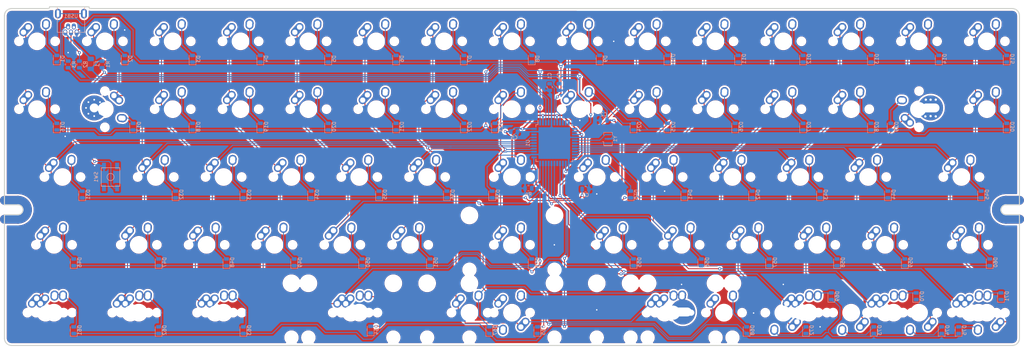
<source format=kicad_pcb>
(kicad_pcb (version 20171130) (host pcbnew "(5.1.2-1)-1")
  (layers (0 F.Cu signal) (31 B.Cu signal) (34 B.Paste user hide) (35 F.Paste user hide) (36 B.SilkS user hide) (37 F.SilkS user hide) (38 B.Mask user hide) (39 F.Mask user hide) (44 Edge.Cuts user))
  (net 0 "")
  (net 1 "Net-(C1-Pad1)")
  (net 2 GND)
  (net 3 +5V)
  (net 4 Row0)
  (net 5 "Net-(D1-Pad2)")
  (net 6 "Net-(D2-Pad2)")
  (net 7 "Net-(D3-Pad2)")
  (net 8 "Net-(D4-Pad2)")
  (net 9 "Net-(D5-Pad2)")
  (net 10 "Net-(D6-Pad2)")
  (net 11 "Net-(D7-Pad2)")
  (net 12 "Net-(D8-Pad2)")
  (net 13 "Net-(D9-Pad2)")
  (net 14 "Net-(D10-Pad2)")
  (net 15 "Net-(D11-Pad2)")
  (net 16 "Net-(D12-Pad2)")
  (net 17 "Net-(D13-Pad2)")
  (net 18 "Net-(D14-Pad2)")
  (net 19 "Net-(D15-Pad2)")
  (net 20 "Net-(D16-Pad2)")
  (net 21 Row1)
  (net 22 "Net-(D17-Pad2)")
  (net 23 "Net-(D18-Pad2)")
  (net 24 "Net-(D19-Pad2)")
  (net 25 "Net-(D20-Pad2)")
  (net 26 "Net-(D21-Pad2)")
  (net 27 "Net-(D22-Pad2)")
  (net 28 "Net-(D23-Pad2)")
  (net 29 "Net-(D24-Pad2)")
  (net 30 "Net-(D25-Pad2)")
  (net 31 "Net-(D26-Pad2)")
  (net 32 "Net-(D27-Pad2)")
  (net 33 "Net-(D28-Pad2)")
  (net 34 "Net-(D29-Pad2)")
  (net 35 "Net-(D30-Pad2)")
  (net 36 Row2)
  (net 37 "Net-(D31-Pad2)")
  (net 38 "Net-(D32-Pad2)")
  (net 39 "Net-(D33-Pad2)")
  (net 40 "Net-(D34-Pad2)")
  (net 41 "Net-(D35-Pad2)")
  (net 42 "Net-(D36-Pad2)")
  (net 43 "Net-(D38-Pad2)")
  (net 44 "Net-(D40-Pad2)")
  (net 45 "Net-(D41-Pad2)")
  (net 46 "Net-(D42-Pad2)")
  (net 47 "Net-(D43-Pad2)")
  (net 48 "Net-(D44-Pad2)")
  (net 49 "Net-(D45-Pad2)")
  (net 50 "Net-(D46-Pad2)")
  (net 51 Row3)
  (net 52 "Net-(D47-Pad2)")
  (net 53 "Net-(D48-Pad2)")
  (net 54 "Net-(D49-Pad2)")
  (net 55 "Net-(D50-Pad2)")
  (net 56 "Net-(D51-Pad2)")
  (net 57 "Net-(D53-Pad2)")
  (net 58 "Net-(D55-Pad2)")
  (net 59 "Net-(D56-Pad2)")
  (net 60 "Net-(D57-Pad2)")
  (net 61 "Net-(D58-Pad2)")
  (net 62 "Net-(D59-Pad2)")
  (net 63 "Net-(D60-Pad2)")
  (net 64 Row4)
  (net 65 "Net-(D61-Pad2)")
  (net 66 "Net-(D62-Pad2)")
  (net 67 "Net-(D63-Pad2)")
  (net 68 "Net-(D64-Pad2)")
  (net 69 "Net-(D65-Pad2)")
  (net 70 "Net-(D67-Pad2)")
  (net 71 "Net-(D68-Pad2)")
  (net 72 "Net-(D69-Pad2)")
  (net 73 "Net-(D70-Pad2)")
  (net 74 "Net-(D71-Pad2)")
  (net 75 "Net-(D72-Pad2)")
  (net 76 "Net-(D73-Pad2)")
  (net 77 "Net-(D74-Pad2)")
  (net 78 "Net-(D75-Pad2)")
  (net 79 VCC)
  (net 80 Col0)
  (net 81 Col1)
  (net 82 Col2)
  (net 83 Col3)
  (net 84 Col4)
  (net 85 Col5)
  (net 86 Col6)
  (net 87 Col7)
  (net 88 Col8)
  (net 89 Col9)
  (net 90 Col10)
  (net 91 Col11)
  (net 92 Col12)
  (net 93 Col13)
  (net 94 Col14)
  (net 95 "Net-(R1-Pad1)")
  (net 96 "Net-(R2-Pad1)")
  (net 97 D+)
  (net 98 D-)
  (net 99 "Net-(R3-Pad1)")
  (net 100 "Net-(R4-Pad2)")
  (net 101 "Net-(U1-Pad9)")
  (net 102 "Net-(U1-Pad10)")
  (net 103 "Net-(U1-Pad11)")
  (net 104 "Net-(U1-Pad12)")
  (net 105 "Net-(U1-Pad16)")
  (net 106 "Net-(U1-Pad17)")
  (net 107 "Net-(U1-Pad27)")
  (net 108 "Net-(U1-Pad42)")
  (net 109 "Net-(USB1-Pad2)")
  (net 110 "Net-(USB1-Pad6)")
  (net 111 "Net-(D64-Pad1)")
  (net 112 "Net-(D65-Pad1)")
  (net 113 "Net-(D70-Pad1)")
  (net 114 "Net-(D71-Pad1)")
  (net 115 "Net-(D72-Pad1)")
  (module MX_Alps_Hybrid:MX-1U-NoLED (layer F.Cu) (at 237.33125 121.44375)
    (fp_text reference MX8)
    (fp_text value MX-LED)
    (pad 2 thru_hole oval (at 2.5 -4.5 86.0548) (size 2.831378 2.25) (drill 1.47 (offset 0.290689 0)) (layers *.Cu B.Mask) (net 12 "Net-(D8-Pad2)"))
    (pad 2 thru_hole circle (at 2.54 -5.08) (size 2.25 2.25) (drill 1.47) (layers *.Cu B.Mask) (net 12 "Net-(D8-Pad2)"))
    (pad 1 thru_hole oval (at -3.81 -2.54 48.0996) (size 4.211556 2.25) (drill 1.47 (offset 0.980778 0)) (layers *.Cu B.Mask) (net 87 Col7))
    (pad "" np_thru_hole circle (at 0 0) (size 3.9878 3.9878) (drill 3.9878) (layers *.Cu *.Mask))
    (pad 1 thru_hole circle (at -2.5 -4) (size 2.25 2.25) (drill 1.47) (layers *.Cu B.Mask) (net 87 Col7))
    (pad "" np_thru_hole circle (at -5.08 0 48.0996) (size 1.75 1.75) (drill 1.75) (layers *.Cu *.Mask))
    (pad "" np_thru_hole circle (at 5.08 0 48.0996) (size 1.75 1.75) (drill 1.75) (layers *.Cu *.Mask))
  )
  (module Custom:60_Outline-Modded-Extreme-Katana60 (layer F.Cu) (at 237.33125 159.54375)
    (fp_text reference REF** hide)
    (fp_text value 60_Outline hide)
    (fp_line (start -140.5 -47.3) (end -130.3 -47.3) (layer Edge.Cuts) (width 0.3))
    (fp_arc (start -118.3 -47.8) (end -118.3 -47.3) (angle 90) (layer Edge.Cuts) (width 0.3))
    (fp_arc (start -130.3 -47.8) (end -129.8 -47.8) (angle 90) (layer Edge.Cuts) (width 0.3))
    (fp_line (start -129.8 -47.8) (end -118.8 -47.8) (layer Edge.Cuts) (width 0.3))
    (fp_line (start 138.7 11.85095) (end 142.55 11.85095) (layer B.Cu) (width 2.5019))
    (fp_line (start 138.7 6.54905) (end 142.5 6.54905) (layer F.Cu) (width 2.5019))
    (fp_arc (start 138.7 9.2) (end 136.04905 9.2) (angle -90) (layer F.Cu) (width 2.5019))
    (fp_arc (start 138.7 9.2) (end 138.7 6.54905) (angle -90) (layer F.Cu) (width 2.5019))
    (fp_line (start 138.7 6.54905) (end 142.5 6.54905) (layer B.Cu) (width 2.5019))
    (fp_line (start 138.7 11.85095) (end 142.55 11.85095) (layer F.Cu) (width 2.5019))
    (fp_arc (start 138.7 9.2) (end 136.04905 9.2) (angle -90) (layer B.Cu) (width 2.5019))
    (fp_arc (start 138.7 9.2) (end 138.7 6.54905) (angle -90) (layer B.Cu) (width 2.5019))
    (fp_arc (start -138.7 9.2) (end -138.7 6.54905) (angle 90) (layer B.Cu) (width 2.5019))
    (fp_arc (start -138.7 9.2) (end -136.04905 9.2) (angle 90) (layer B.Cu) (width 2.5019))
    (fp_line (start -142.5 11.85095) (end -138.7 11.85095) (layer F.Cu) (width 2.5019))
    (fp_line (start -142.5 11.85095) (end -138.7 11.85095) (layer B.Cu) (width 2.5019))
    (fp_arc (start -138.7 9.2) (end -138.7 6.54905) (angle 90) (layer F.Cu) (width 2.5019))
    (fp_arc (start -138.7 9.2) (end -136.04905 9.2) (angle 90) (layer F.Cu) (width 2.5019))
    (fp_arc (start -138.7 9.2) (end -137.3 9.2) (angle 90) (layer Edge.Cuts) (width 0.3))
    (fp_line (start -142.5 6.54905) (end -138.7 6.54905) (layer B.Cu) (width 2.5019))
    (fp_line (start -142.5 6.54905) (end -138.7 6.54905) (layer F.Cu) (width 2.5019))
    (fp_line (start 138.7 7.8) (end 142.5 7.8) (layer Edge.Cuts) (width 0.3))
    (fp_line (start 138.7 10.6) (end 142.5 10.6) (layer Edge.Cuts) (width 0.3))
    (fp_line (start 142.5 7.8) (end 142.5 -45.3) (layer Edge.Cuts) (width 0.3))
    (fp_line (start 142.5 10.6) (end 142.5 45.3) (layer Edge.Cuts) (width 0.3))
    (fp_arc (start 138.7 9.2) (end 137.3 9.2) (angle -90) (layer Edge.Cuts) (width 0.3))
    (fp_arc (start 138.7 9.2) (end 138.7 7.8) (angle -90) (layer Edge.Cuts) (width 0.3))
    (fp_line (start -142.5 7.8) (end -142.5 -45.3) (layer Edge.Cuts) (width 0.3))
    (fp_line (start -138.7 7.8) (end -142.5 7.8) (layer Edge.Cuts) (width 0.3))
    (fp_arc (start -138.7 9.2) (end -138.7 7.8) (angle 90) (layer Edge.Cuts) (width 0.3))
    (fp_line (start -142.5 10.6) (end -138.7 10.6) (layer Edge.Cuts) (width 0.3))
    (fp_line (start -142.5 45.3) (end -142.5 10.6) (layer Edge.Cuts) (width 0.3))
    (fp_arc (start 140.5 -45.3) (end 140.5 -47.3) (angle 90) (layer Edge.Cuts) (width 0.3))
    (fp_arc (start 140.5 45.3) (end 142.5 45.3) (angle 90) (layer Edge.Cuts) (width 0.3))
    (fp_arc (start -140.5 45.3) (end -140.5 47.3) (angle 90) (layer Edge.Cuts) (width 0.3))
    (fp_arc (start -140.5 -45.3) (end -142.5 -45.3) (angle 90) (layer Edge.Cuts) (width 0.3))
    (fp_line (start 140.5 -47.3) (end -118.3 -47.3) (layer Edge.Cuts) (width 0.3))
    (fp_line (start -140.5 47.3) (end 140.5 47.3) (layer Edge.Cuts) (width 0.3))
    (pad 1 thru_hole circle (at -117.3 -19.4) (size 7.0013 7.0013) (drill 2.4994) (layers *.Cu *.Mask))
    (pad 1 thru_hole circle (at 48 37.9) (size 7.00024 7.00024) (drill oval 5.00126 2.49936) (layers *.Cu *.Mask))
    (pad 1 thru_hole circle (at 117.55 -19.4) (size 7.00024 7.00024) (drill oval 5.00126 2.49936) (layers *.Cu *.Mask))
    (pad 1 thru_hole circle (at -117.3 -21.7) (size 1 1) (drill 0.5) (layers *.Cu *.Mask))
    (pad 1 thru_hole circle (at -119.6 -19.4) (size 1 1) (drill 0.5) (layers *.Cu *.Mask))
    (pad 1 thru_hole circle (at -115 -19.4) (size 1 1) (drill 0.5) (layers *.Cu *.Mask))
    (pad 1 thru_hole circle (at -117.3 -17.1) (size 1 1) (drill 0.5) (layers *.Cu *.Mask))
    (pad 1 thru_hole circle (at -118.926346 -21.026346) (size 1 1) (drill 0.5) (layers *.Cu *.Mask))
    (pad 1 thru_hole circle (at -115.673654 -21.026346) (size 1 1) (drill 0.5) (layers *.Cu *.Mask))
    (pad 1 thru_hole circle (at -118.926346 -17.773654) (size 1 1) (drill 0.5) (layers *.Cu *.Mask))
    (pad 1 thru_hole circle (at -115.673654 -17.773654) (size 1 1) (drill 0.5) (layers *.Cu *.Mask))
    (pad 1 thru_hole circle (at 117.55 -21.7) (size 1 1) (drill 0.65) (layers *.Cu *.Mask))
    (pad 1 thru_hole circle (at 117.55 -17.1) (size 1 1) (drill 0.65) (layers *.Cu *.Mask))
    (pad 3 thru_hole circle (at 118.999 -17.018) (size 1 1) (drill 0.65) (layers *.Cu *.Mask))
    (pad 4 thru_hole circle (at 116.078 -17.018) (size 1 1) (drill 0.65) (layers *.Cu *.Mask))
    (pad 5 thru_hole circle (at 116.205 -21.717) (size 1 1) (drill 0.65) (layers *.Cu *.Mask))
    (pad 6 thru_hole circle (at 118.999 -21.717) (size 1 1) (drill 0.65) (layers *.Cu *.Mask))
  )
  (module Capacitor_SMD:C_0805_2012Metric (layer B.Cu) (at 247.904 134.2875 270)
    (fp_text reference C1 (at -3.0965 0 90) (layer B.SilkS) (effects (justify mirror)))
    (fp_text value 1uF)
    (pad 1 smd roundrect (at -0.9375 0 270) (size 0.975 1.4) (layers B.Cu B.Paste B.Mask) (net 1 "Net-(C1-Pad1)"))
    (pad 2 smd roundrect (at 0.9375 0 270) (size 0.975 1.4) (layers B.Cu B.Paste B.Mask) (net 2 GND))
  )
  (module Capacitor_SMD:C_0805_2012Metric (layer B.Cu) (at 263.0955 143.637 180)
    (fp_text reference C2 (at 0 1.65) (layer B.SilkS) (effects (justify mirror)))
    (fp_text value 0.1uF)
    (pad 2 smd roundrect (at 0.9375 0 180) (size 0.975 1.4) (layers B.Cu B.Paste B.Mask) (net 2 GND))
    (pad 1 smd roundrect (at -0.9375 0 180) (size 0.975 1.4) (layers B.Cu B.Paste B.Mask) (net 3 +5V))
  )
  (module Capacitor_SMD:C_0805_2012Metric (layer B.Cu) (at 257.9855 162.941)
    (fp_text reference C3 (at 0 1.65) (layer B.SilkS) (effects (justify mirror)))
    (fp_text value 0.1uF)
    (pad 1 smd roundrect (at -0.9375 0) (size 0.975 1.4) (layers B.Cu B.Paste B.Mask) (net 3 +5V))
    (pad 2 smd roundrect (at 0.9375 0) (size 0.975 1.4) (layers B.Cu B.Paste B.Mask) (net 2 GND))
  )
  (module Capacitor_SMD:C_0805_2012Metric (layer B.Cu) (at 250.571 134.2875 270)
    (fp_text reference C4 (at -3.0965 0 90) (layer B.SilkS) (effects (justify mirror)))
    (fp_text value 0.1uF)
    (pad 1 smd roundrect (at -0.9375 0 270) (size 0.975 1.4) (layers B.Cu B.Paste B.Mask) (net 3 +5V))
    (pad 2 smd roundrect (at 0.9375 0 270) (size 0.975 1.4) (layers B.Cu B.Paste B.Mask) (net 2 GND))
  )
  (module Capacitor_SMD:C_0805_2012Metric (layer B.Cu) (at 237.9495 146.812)
    (fp_text reference C5 (at 0 1.65) (layer B.SilkS) (effects (justify mirror)))
    (fp_text value 10uF)
    (pad 2 smd roundrect (at 0.9375 0) (size 0.975 1.4) (layers B.Cu B.Paste B.Mask) (net 2 GND))
    (pad 1 smd roundrect (at -0.9375 0) (size 0.975 1.4) (layers B.Cu B.Paste B.Mask) (net 3 +5V))
  )
  (module Diode_SMD:D_0805_2012Metric (layer B.Cu) (at 109.5375 126.35 90)
    (fp_text reference D1 (at 0 1.65 90) (layer B.SilkS) (effects (justify mirror)))
    (fp_text value D_Small)
    (pad 1 smd roundrect (at -0.9375 0 90) (size 0.975 1.4) (layers B.Cu B.Paste B.Mask) (net 4 Row0))
    (pad 2 smd roundrect (at 0.9375 0 90) (size 0.975 1.4) (layers B.Cu B.Paste B.Mask) (net 5 "Net-(D1-Pad2)"))
  )
  (module Diode_SMD:D_0805_2012Metric (layer B.Cu) (at 128.5875 126.35 90)
    (fp_text reference D2 (at 0 1.65 90) (layer B.SilkS) (effects (justify mirror)))
    (fp_text value D_Small)
    (pad 2 smd roundrect (at 0.9375 0 90) (size 0.975 1.4) (layers B.Cu B.Paste B.Mask) (net 6 "Net-(D2-Pad2)"))
    (pad 1 smd roundrect (at -0.9375 0 90) (size 0.975 1.4) (layers B.Cu B.Paste B.Mask) (net 4 Row0))
  )
  (module Diode_SMD:D_0805_2012Metric (layer B.Cu) (at 147.6375 126.35 90)
    (fp_text reference D3 (at 0 1.65 90) (layer B.SilkS) (effects (justify mirror)))
    (fp_text value D_Small)
    (pad 1 smd roundrect (at -0.9375 0 90) (size 0.975 1.4) (layers B.Cu B.Paste B.Mask) (net 4 Row0))
    (pad 2 smd roundrect (at 0.9375 0 90) (size 0.975 1.4) (layers B.Cu B.Paste B.Mask) (net 7 "Net-(D3-Pad2)"))
  )
  (module Diode_SMD:D_0805_2012Metric (layer B.Cu) (at 166.6875 126.35 90)
    (fp_text reference D4 (at 0 1.65 90) (layer B.SilkS) (effects (justify mirror)))
    (fp_text value D_Small)
    (pad 2 smd roundrect (at 0.9375 0 90) (size 0.975 1.4) (layers B.Cu B.Paste B.Mask) (net 8 "Net-(D4-Pad2)"))
    (pad 1 smd roundrect (at -0.9375 0 90) (size 0.975 1.4) (layers B.Cu B.Paste B.Mask) (net 4 Row0))
  )
  (module Diode_SMD:D_0805_2012Metric (layer B.Cu) (at 185.7375 126.35 90)
    (fp_text reference D5 (at 0 1.65 90) (layer B.SilkS) (effects (justify mirror)))
    (fp_text value D_Small)
    (pad 2 smd roundrect (at 0.9375 0 90) (size 0.975 1.4) (layers B.Cu B.Paste B.Mask) (net 9 "Net-(D5-Pad2)"))
    (pad 1 smd roundrect (at -0.9375 0 90) (size 0.975 1.4) (layers B.Cu B.Paste B.Mask) (net 4 Row0))
  )
  (module Diode_SMD:D_0805_2012Metric (layer B.Cu) (at 204.7875 126.35 90)
    (fp_text reference D6 (at 0 1.65 90) (layer B.SilkS) (effects (justify mirror)))
    (fp_text value D_Small)
    (pad 1 smd roundrect (at -0.9375 0 90) (size 0.975 1.4) (layers B.Cu B.Paste B.Mask) (net 4 Row0))
    (pad 2 smd roundrect (at 0.9375 0 90) (size 0.975 1.4) (layers B.Cu B.Paste B.Mask) (net 10 "Net-(D6-Pad2)"))
  )
  (module Diode_SMD:D_0805_2012Metric (layer B.Cu) (at 223.8375 126.35 90)
    (fp_text reference D7 (at 0 1.65 90) (layer B.SilkS) (effects (justify mirror)))
    (fp_text value D_Small)
    (pad 2 smd roundrect (at 0.9375 0 90) (size 0.975 1.4) (layers B.Cu B.Paste B.Mask) (net 11 "Net-(D7-Pad2)"))
    (pad 1 smd roundrect (at -0.9375 0 90) (size 0.975 1.4) (layers B.Cu B.Paste B.Mask) (net 4 Row0))
  )
  (module Diode_SMD:D_0805_2012Metric (layer B.Cu) (at 242.8875 126.35 90)
    (fp_text reference D8 (at 0 1.65 90) (layer B.SilkS) (effects (justify mirror)))
    (fp_text value D_Small)
    (pad 1 smd roundrect (at -0.9375 0 90) (size 0.975 1.4) (layers B.Cu B.Paste B.Mask) (net 4 Row0))
    (pad 2 smd roundrect (at 0.9375 0 90) (size 0.975 1.4) (layers B.Cu B.Paste B.Mask) (net 12 "Net-(D8-Pad2)"))
  )
  (module Diode_SMD:D_0805_2012Metric (layer B.Cu) (at 261.9375 126.35 90)
    (fp_text reference D9 (at 0 1.65 90) (layer B.SilkS) (effects (justify mirror)))
    (fp_text value D_Small)
    (pad 2 smd roundrect (at 0.9375 0 90) (size 0.975 1.4) (layers B.Cu B.Paste B.Mask) (net 13 "Net-(D9-Pad2)"))
    (pad 1 smd roundrect (at -0.9375 0 90) (size 0.975 1.4) (layers B.Cu B.Paste B.Mask) (net 4 Row0))
  )
  (module Diode_SMD:D_0805_2012Metric (layer B.Cu) (at 280.9875 126.35 90)
    (fp_text reference D10 (at 0 1.65 90) (layer B.SilkS) (effects (justify mirror)))
    (fp_text value D_Small)
    (pad 1 smd roundrect (at -0.9375 0 90) (size 0.975 1.4) (layers B.Cu B.Paste B.Mask) (net 4 Row0))
    (pad 2 smd roundrect (at 0.9375 0 90) (size 0.975 1.4) (layers B.Cu B.Paste B.Mask) (net 14 "Net-(D10-Pad2)"))
  )
  (module Diode_SMD:D_0805_2012Metric (layer B.Cu) (at 300.83125 126.35 90)
    (fp_text reference D11 (at 0 1.65 90) (layer B.SilkS) (effects (justify mirror)))
    (fp_text value D_Small)
    (pad 2 smd roundrect (at 0.9375 0 90) (size 0.975 1.4) (layers B.Cu B.Paste B.Mask) (net 15 "Net-(D11-Pad2)"))
    (pad 1 smd roundrect (at -0.9375 0 90) (size 0.975 1.4) (layers B.Cu B.Paste B.Mask) (net 4 Row0))
  )
  (module Diode_SMD:D_0805_2012Metric (layer B.Cu) (at 319.0875 126.35 90)
    (fp_text reference D12 (at 0 1.65 90) (layer B.SilkS) (effects (justify mirror)))
    (fp_text value D_Small)
    (pad 1 smd roundrect (at -0.9375 0 90) (size 0.975 1.4) (layers B.Cu B.Paste B.Mask) (net 4 Row0))
    (pad 2 smd roundrect (at 0.9375 0 90) (size 0.975 1.4) (layers B.Cu B.Paste B.Mask) (net 16 "Net-(D12-Pad2)"))
  )
  (module Diode_SMD:D_0805_2012Metric (layer B.Cu) (at 338.1375 126.35 90)
    (fp_text reference D13 (at 0 1.65 90) (layer B.SilkS) (effects (justify mirror)))
    (fp_text value D_Small)
    (pad 2 smd roundrect (at 0.9375 0 90) (size 0.975 1.4) (layers B.Cu B.Paste B.Mask) (net 17 "Net-(D13-Pad2)"))
    (pad 1 smd roundrect (at -0.9375 0 90) (size 0.975 1.4) (layers B.Cu B.Paste B.Mask) (net 4 Row0))
  )
  (module Diode_SMD:D_0805_2012Metric (layer B.Cu) (at 357.1875 126.35 90)
    (fp_text reference D14 (at 0 1.65 90) (layer B.SilkS) (effects (justify mirror)))
    (fp_text value D_Small)
    (pad 1 smd roundrect (at -0.9375 0 90) (size 0.975 1.4) (layers B.Cu B.Paste B.Mask) (net 4 Row0))
    (pad 2 smd roundrect (at 0.9375 0 90) (size 0.975 1.4) (layers B.Cu B.Paste B.Mask) (net 18 "Net-(D14-Pad2)"))
  )
  (module Diode_SMD:D_0805_2012Metric (layer B.Cu) (at 376.2375 126.35 90)
    (fp_text reference D15 (at 0 1.65 90) (layer B.SilkS) (effects (justify mirror)))
    (fp_text value D_Small)
    (pad 2 smd roundrect (at 0.9375 0 90) (size 0.975 1.4) (layers B.Cu B.Paste B.Mask) (net 19 "Net-(D15-Pad2)"))
    (pad 1 smd roundrect (at -0.9375 0 90) (size 0.975 1.4) (layers B.Cu B.Paste B.Mask) (net 4 Row0))
  )
  (module Diode_SMD:D_0805_2012Metric (layer B.Cu) (at 109.5375 145.4 90)
    (fp_text reference D16 (at 0 1.65 90) (layer B.SilkS) (effects (justify mirror)))
    (fp_text value D_Small)
    (pad 2 smd roundrect (at 0.9375 0 90) (size 0.975 1.4) (layers B.Cu B.Paste B.Mask) (net 20 "Net-(D16-Pad2)"))
    (pad 1 smd roundrect (at -0.9375 0 90) (size 0.975 1.4) (layers B.Cu B.Paste B.Mask) (net 21 Row1))
  )
  (module Diode_SMD:D_0805_2012Metric (layer B.Cu) (at 130.96875 145.4 90)
    (fp_text reference D17 (at 0 1.65 90) (layer B.SilkS) (effects (justify mirror)))
    (fp_text value D_Small)
    (pad 1 smd roundrect (at -0.9375 0 90) (size 0.975 1.4) (layers B.Cu B.Paste B.Mask) (net 21 Row1))
    (pad 2 smd roundrect (at 0.9375 0 90) (size 0.975 1.4) (layers B.Cu B.Paste B.Mask) (net 22 "Net-(D17-Pad2)"))
  )
  (module Diode_SMD:D_0805_2012Metric (layer B.Cu) (at 147.6375 145.4 90)
    (fp_text reference D18 (at 0 1.65 90) (layer B.SilkS) (effects (justify mirror)))
    (fp_text value D_Small)
    (pad 2 smd roundrect (at 0.9375 0 90) (size 0.975 1.4) (layers B.Cu B.Paste B.Mask) (net 23 "Net-(D18-Pad2)"))
    (pad 1 smd roundrect (at -0.9375 0 90) (size 0.975 1.4) (layers B.Cu B.Paste B.Mask) (net 21 Row1))
  )
  (module Diode_SMD:D_0805_2012Metric (layer B.Cu) (at 166.6875 145.4 90)
    (fp_text reference D19 (at 0 1.65 90) (layer B.SilkS) (effects (justify mirror)))
    (fp_text value D_Small)
    (pad 1 smd roundrect (at -0.9375 0 90) (size 0.975 1.4) (layers B.Cu B.Paste B.Mask) (net 21 Row1))
    (pad 2 smd roundrect (at 0.9375 0 90) (size 0.975 1.4) (layers B.Cu B.Paste B.Mask) (net 24 "Net-(D19-Pad2)"))
  )
  (module Diode_SMD:D_0805_2012Metric (layer B.Cu) (at 185.7375 145.4 90)
    (fp_text reference D20 (at 0 1.65 90) (layer B.SilkS) (effects (justify mirror)))
    (fp_text value D_Small)
    (pad 2 smd roundrect (at 0.9375 0 90) (size 0.975 1.4) (layers B.Cu B.Paste B.Mask) (net 25 "Net-(D20-Pad2)"))
    (pad 1 smd roundrect (at -0.9375 0 90) (size 0.975 1.4) (layers B.Cu B.Paste B.Mask) (net 21 Row1))
  )
  (module Diode_SMD:D_0805_2012Metric (layer B.Cu) (at 204.7875 145.4 90)
    (fp_text reference D21 (at 0 1.65 90) (layer B.SilkS) (effects (justify mirror)))
    (fp_text value D_Small)
    (pad 1 smd roundrect (at -0.9375 0 90) (size 0.975 1.4) (layers B.Cu B.Paste B.Mask) (net 21 Row1))
    (pad 2 smd roundrect (at 0.9375 0 90) (size 0.975 1.4) (layers B.Cu B.Paste B.Mask) (net 26 "Net-(D21-Pad2)"))
  )
  (module Diode_SMD:D_0805_2012Metric (layer B.Cu) (at 223.8375 145.4 90)
    (fp_text reference D22 (at 0 1.65 90) (layer B.SilkS) (effects (justify mirror)))
    (fp_text value D_Small)
    (pad 2 smd roundrect (at 0.9375 0 90) (size 0.975 1.4) (layers B.Cu B.Paste B.Mask) (net 27 "Net-(D22-Pad2)"))
    (pad 1 smd roundrect (at -0.9375 0 90) (size 0.975 1.4) (layers B.Cu B.Paste B.Mask) (net 21 Row1))
  )
  (module Diode_SMD:D_0805_2012Metric (layer B.Cu) (at 232.56875 145.4 90)
    (fp_text reference D23 (at 0 1.65 90) (layer B.SilkS) (effects (justify mirror)))
    (fp_text value D_Small)
    (pad 1 smd roundrect (at -0.9375 0 90) (size 0.975 1.4) (layers B.Cu B.Paste B.Mask) (net 21 Row1))
    (pad 2 smd roundrect (at 0.9375 0 90) (size 0.975 1.4) (layers B.Cu B.Paste B.Mask) (net 28 "Net-(D23-Pad2)"))
  )
  (module Diode_SMD:D_0805_2012Metric (layer B.Cu) (at 271.4625 145.4 90)
    (fp_text reference D24 (at 0 1.65 90) (layer B.SilkS) (effects (justify mirror)))
    (fp_text value D_Small)
    (pad 2 smd roundrect (at 0.9375 0 90) (size 0.975 1.4) (layers B.Cu B.Paste B.Mask) (net 29 "Net-(D24-Pad2)"))
    (pad 1 smd roundrect (at -0.9375 0 90) (size 0.975 1.4) (layers B.Cu B.Paste B.Mask) (net 21 Row1))
  )
  (module Diode_SMD:D_0805_2012Metric (layer B.Cu) (at 280.9875 145.4 90)
    (fp_text reference D25 (at 0 1.65 90) (layer B.SilkS) (effects (justify mirror)))
    (fp_text value D_Small)
    (pad 1 smd roundrect (at -0.9375 0 90) (size 0.975 1.4) (layers B.Cu B.Paste B.Mask) (net 21 Row1))
    (pad 2 smd roundrect (at 0.9375 0 90) (size 0.975 1.4) (layers B.Cu B.Paste B.Mask) (net 30 "Net-(D25-Pad2)"))
  )
  (module Diode_SMD:D_0805_2012Metric (layer B.Cu) (at 300.0375 145.4 90)
    (fp_text reference D26 (at 0 1.65 90) (layer B.SilkS) (effects (justify mirror)))
    (fp_text value D_Small)
    (pad 2 smd roundrect (at 0.9375 0 90) (size 0.975 1.4) (layers B.Cu B.Paste B.Mask) (net 31 "Net-(D26-Pad2)"))
    (pad 1 smd roundrect (at -0.9375 0 90) (size 0.975 1.4) (layers B.Cu B.Paste B.Mask) (net 21 Row1))
  )
  (module Diode_SMD:D_0805_2012Metric (layer B.Cu) (at 319.0875 145.4 90)
    (fp_text reference D27 (at 0 1.65 90) (layer B.SilkS) (effects (justify mirror)))
    (fp_text value D_Small)
    (pad 1 smd roundrect (at -0.9375 0 90) (size 0.975 1.4) (layers B.Cu B.Paste B.Mask) (net 21 Row1))
    (pad 2 smd roundrect (at 0.9375 0 90) (size 0.975 1.4) (layers B.Cu B.Paste B.Mask) (net 32 "Net-(D27-Pad2)"))
  )
  (module Diode_SMD:D_0805_2012Metric (layer B.Cu) (at 338.1375 145.4 90)
    (fp_text reference D28 (at 0 1.65 90) (layer B.SilkS) (effects (justify mirror)))
    (fp_text value D_Small)
    (pad 2 smd roundrect (at 0.9375 0 90) (size 0.975 1.4) (layers B.Cu B.Paste B.Mask) (net 33 "Net-(D28-Pad2)"))
    (pad 1 smd roundrect (at -0.9375 0 90) (size 0.975 1.4) (layers B.Cu B.Paste B.Mask) (net 21 Row1))
  )
  (module Diode_SMD:D_0805_2012Metric (layer B.Cu) (at 343.69375 145.4 90)
    (fp_text reference D29 (at 0 1.65 90) (layer B.SilkS) (effects (justify mirror)))
    (fp_text value D_Small)
    (pad 1 smd roundrect (at -0.9375 0 90) (size 0.975 1.4) (layers B.Cu B.Paste B.Mask) (net 21 Row1))
    (pad 2 smd roundrect (at 0.9375 0 90) (size 0.975 1.4) (layers B.Cu B.Paste B.Mask) (net 34 "Net-(D29-Pad2)"))
  )
  (module Diode_SMD:D_0805_2012Metric (layer B.Cu) (at 376.2375 145.4 90)
    (fp_text reference D30 (at 0 1.65 90) (layer B.SilkS) (effects (justify mirror)))
    (fp_text value D_Small)
    (pad 2 smd roundrect (at 0.9375 0 90) (size 0.975 1.4) (layers B.Cu B.Paste B.Mask) (net 35 "Net-(D30-Pad2)"))
    (pad 1 smd roundrect (at -0.9375 0 90) (size 0.975 1.4) (layers B.Cu B.Paste B.Mask) (net 21 Row1))
  )
  (module Diode_SMD:D_0805_2012Metric (layer B.Cu) (at 116.68125 164.45 90)
    (fp_text reference D31 (at 0 1.65 90) (layer B.SilkS) (effects (justify mirror)))
    (fp_text value D_Small)
    (pad 1 smd roundrect (at -0.9375 0 90) (size 0.975 1.4) (layers B.Cu B.Paste B.Mask) (net 36 Row2))
    (pad 2 smd roundrect (at 0.9375 0 90) (size 0.975 1.4) (layers B.Cu B.Paste B.Mask) (net 37 "Net-(D31-Pad2)"))
  )
  (module Diode_SMD:D_0805_2012Metric (layer B.Cu) (at 142.875 164.45 90)
    (fp_text reference D32 (at 0 1.65 90) (layer B.SilkS) (effects (justify mirror)))
    (fp_text value D_Small)
    (pad 2 smd roundrect (at 0.9375 0 90) (size 0.975 1.4) (layers B.Cu B.Paste B.Mask) (net 38 "Net-(D32-Pad2)"))
    (pad 1 smd roundrect (at -0.9375 0 90) (size 0.975 1.4) (layers B.Cu B.Paste B.Mask) (net 36 Row2))
  )
  (module Diode_SMD:D_0805_2012Metric (layer B.Cu) (at 161.925 164.45 90)
    (fp_text reference D33 (at 0 1.65 90) (layer B.SilkS) (effects (justify mirror)))
    (fp_text value D_Small)
    (pad 1 smd roundrect (at -0.9375 0 90) (size 0.975 1.4) (layers B.Cu B.Paste B.Mask) (net 36 Row2))
    (pad 2 smd roundrect (at 0.9375 0 90) (size 0.975 1.4) (layers B.Cu B.Paste B.Mask) (net 39 "Net-(D33-Pad2)"))
  )
  (module Diode_SMD:D_0805_2012Metric (layer B.Cu) (at 180.975 164.45 90)
    (fp_text reference D34 (at 0 1.65 90) (layer B.SilkS) (effects (justify mirror)))
    (fp_text value D_Small)
    (pad 2 smd roundrect (at 0.9375 0 90) (size 0.975 1.4) (layers B.Cu B.Paste B.Mask) (net 40 "Net-(D34-Pad2)"))
    (pad 1 smd roundrect (at -0.9375 0 90) (size 0.975 1.4) (layers B.Cu B.Paste B.Mask) (net 36 Row2))
  )
  (module Diode_SMD:D_0805_2012Metric (layer B.Cu) (at 200.025 164.45 90)
    (fp_text reference D35 (at 0 1.65 90) (layer B.SilkS) (effects (justify mirror)))
    (fp_text value D_Small)
    (pad 1 smd roundrect (at -0.9375 0 90) (size 0.975 1.4) (layers B.Cu B.Paste B.Mask) (net 36 Row2))
    (pad 2 smd roundrect (at 0.9375 0 90) (size 0.975 1.4) (layers B.Cu B.Paste B.Mask) (net 41 "Net-(D35-Pad2)"))
  )
  (module Diode_SMD:D_0805_2012Metric (layer B.Cu) (at 219.075 164.45 90)
    (fp_text reference D36 (at 0 1.65 90) (layer B.SilkS) (effects (justify mirror)))
    (fp_text value D_Small)
    (pad 2 smd roundrect (at 0.9375 0 90) (size 0.975 1.4) (layers B.Cu B.Paste B.Mask) (net 42 "Net-(D36-Pad2)"))
    (pad 1 smd roundrect (at -0.9375 0 90) (size 0.975 1.4) (layers B.Cu B.Paste B.Mask) (net 36 Row2))
  )
  (module Diode_SMD:D_0805_2012Metric (layer B.Cu) (at 231.775 164.45 90)
    (fp_text reference D38 (at 0 1.65 90) (layer B.SilkS) (effects (justify mirror)))
    (fp_text value D_Small)
    (pad 2 smd roundrect (at 0.9375 0 90) (size 0.975 1.4) (layers B.Cu B.Paste B.Mask) (net 43 "Net-(D38-Pad2)"))
    (pad 1 smd roundrect (at -0.9375 0 90) (size 0.975 1.4) (layers B.Cu B.Paste B.Mask) (net 36 Row2))
  )
  (module Diode_SMD:D_0805_2012Metric (layer B.Cu) (at 270.66875 164.45 90)
    (fp_text reference D40 (at 0 1.65 90) (layer B.SilkS) (effects (justify mirror)))
    (fp_text value D_Small)
    (pad 2 smd roundrect (at 0.9375 0 90) (size 0.975 1.4) (layers B.Cu B.Paste B.Mask) (net 44 "Net-(D40-Pad2)"))
    (pad 1 smd roundrect (at -0.9375 0 90) (size 0.975 1.4) (layers B.Cu B.Paste B.Mask) (net 36 Row2))
  )
  (module Diode_SMD:D_0805_2012Metric (layer B.Cu) (at 285.75 164.45 90)
    (fp_text reference D41 (at 0 1.65 90) (layer B.SilkS) (effects (justify mirror)))
    (fp_text value D_Small)
    (pad 1 smd roundrect (at -0.9375 0 90) (size 0.975 1.4) (layers B.Cu B.Paste B.Mask) (net 36 Row2))
    (pad 2 smd roundrect (at 0.9375 0 90) (size 0.975 1.4) (layers B.Cu B.Paste B.Mask) (net 45 "Net-(D41-Pad2)"))
  )
  (module Diode_SMD:D_0805_2012Metric (layer B.Cu) (at 304.8 164.45 90)
    (fp_text reference D42 (at 0 1.65 90) (layer B.SilkS) (effects (justify mirror)))
    (fp_text value D_Small)
    (pad 2 smd roundrect (at 0.9375 0 90) (size 0.975 1.4) (layers B.Cu B.Paste B.Mask) (net 46 "Net-(D42-Pad2)"))
    (pad 1 smd roundrect (at -0.9375 0 90) (size 0.975 1.4) (layers B.Cu B.Paste B.Mask) (net 36 Row2))
  )
  (module Diode_SMD:D_0805_2012Metric (layer B.Cu) (at 323.85 164.45 90)
    (fp_text reference D43 (at 0 1.65 90) (layer B.SilkS) (effects (justify mirror)))
    (fp_text value D_Small)
    (pad 1 smd roundrect (at -0.9375 0 90) (size 0.975 1.4) (layers B.Cu B.Paste B.Mask) (net 36 Row2))
    (pad 2 smd roundrect (at 0.9375 0 90) (size 0.975 1.4) (layers B.Cu B.Paste B.Mask) (net 47 "Net-(D43-Pad2)"))
  )
  (module Diode_SMD:D_0805_2012Metric (layer B.Cu) (at 342.9 164.45 90)
    (fp_text reference D44 (at 0 1.65 90) (layer B.SilkS) (effects (justify mirror)))
    (fp_text value D_Small)
    (pad 2 smd roundrect (at 0.9375 0 90) (size 0.975 1.4) (layers B.Cu B.Paste B.Mask) (net 48 "Net-(D44-Pad2)"))
    (pad 1 smd roundrect (at -0.9375 0 90) (size 0.975 1.4) (layers B.Cu B.Paste B.Mask) (net 36 Row2))
  )
  (module Diode_SMD:D_0805_2012Metric (layer B.Cu) (at 369.09375 164.45 90)
    (fp_text reference D45 (at 0 1.65 90) (layer B.SilkS) (effects (justify mirror)))
    (fp_text value D_Small)
    (pad 1 smd roundrect (at -0.9375 0 90) (size 0.975 1.4) (layers B.Cu B.Paste B.Mask) (net 36 Row2))
    (pad 2 smd roundrect (at 0.9375 0 90) (size 0.975 1.4) (layers B.Cu B.Paste B.Mask) (net 49 "Net-(D45-Pad2)"))
  )
  (module Diode_SMD:D_0805_2012Metric (layer B.Cu) (at 114.3 183.5 90)
    (fp_text reference D46 (at 0 1.65 90) (layer B.SilkS) (effects (justify mirror)))
    (fp_text value D_Small)
    (pad 2 smd roundrect (at 0.9375 0 90) (size 0.975 1.4) (layers B.Cu B.Paste B.Mask) (net 50 "Net-(D46-Pad2)"))
    (pad 1 smd roundrect (at -0.9375 0 90) (size 0.975 1.4) (layers B.Cu B.Paste B.Mask) (net 51 Row3))
  )
  (module Diode_SMD:D_0805_2012Metric (layer B.Cu) (at 138.1125 183.5 90)
    (fp_text reference D47 (at 0 1.65 90) (layer B.SilkS) (effects (justify mirror)))
    (fp_text value D_Small)
    (pad 1 smd roundrect (at -0.9375 0 90) (size 0.975 1.4) (layers B.Cu B.Paste B.Mask) (net 51 Row3))
    (pad 2 smd roundrect (at 0.9375 0 90) (size 0.975 1.4) (layers B.Cu B.Paste B.Mask) (net 52 "Net-(D47-Pad2)"))
  )
  (module Diode_SMD:D_0805_2012Metric (layer B.Cu) (at 157.1625 183.5 90)
    (fp_text reference D48 (at 0 1.65 90) (layer B.SilkS) (effects (justify mirror)))
    (fp_text value D_Small)
    (pad 1 smd roundrect (at -0.9375 0 90) (size 0.975 1.4) (layers B.Cu B.Paste B.Mask) (net 51 Row3))
    (pad 2 smd roundrect (at 0.9375 0 90) (size 0.975 1.4) (layers B.Cu B.Paste B.Mask) (net 53 "Net-(D48-Pad2)"))
  )
  (module Diode_SMD:D_0805_2012Metric (layer B.Cu) (at 176.2125 183.5 90)
    (fp_text reference D49 (at 0 1.65 90) (layer B.SilkS) (effects (justify mirror)))
    (fp_text value D_Small)
    (pad 2 smd roundrect (at 0.9375 0 90) (size 0.975 1.4) (layers B.Cu B.Paste B.Mask) (net 54 "Net-(D49-Pad2)"))
    (pad 1 smd roundrect (at -0.9375 0 90) (size 0.975 1.4) (layers B.Cu B.Paste B.Mask) (net 51 Row3))
  )
  (module Diode_SMD:D_0805_2012Metric (layer B.Cu) (at 195.2625 183.5 90)
    (fp_text reference D50 (at 0 1.65 90) (layer B.SilkS) (effects (justify mirror)))
    (fp_text value D_Small)
    (pad 1 smd roundrect (at -0.9375 0 90) (size 0.975 1.4) (layers B.Cu B.Paste B.Mask) (net 51 Row3))
    (pad 2 smd roundrect (at 0.9375 0 90) (size 0.975 1.4) (layers B.Cu B.Paste B.Mask) (net 55 "Net-(D50-Pad2)"))
  )
  (module Diode_SMD:D_0805_2012Metric (layer B.Cu) (at 214.3125 183.5 90)
    (fp_text reference D51 (at 0 1.65 90) (layer B.SilkS) (effects (justify mirror)))
    (fp_text value D_Small)
    (pad 2 smd roundrect (at 0.9375 0 90) (size 0.975 1.4) (layers B.Cu B.Paste B.Mask) (net 56 "Net-(D51-Pad2)"))
    (pad 1 smd roundrect (at -0.9375 0 90) (size 0.975 1.4) (layers B.Cu B.Paste B.Mask) (net 51 Row3))
  )
  (module Diode_SMD:D_0805_2012Metric (layer B.Cu) (at 242.8875 183.5 90)
    (fp_text reference D53 (at 0 1.65 90) (layer B.SilkS) (effects (justify mirror)))
    (fp_text value D_Small)
    (pad 2 smd roundrect (at 0.9375 0 90) (size 0.975 1.4) (layers B.Cu B.Paste B.Mask) (net 57 "Net-(D53-Pad2)"))
    (pad 1 smd roundrect (at -0.9375 0 90) (size 0.975 1.4) (layers B.Cu B.Paste B.Mask) (net 51 Row3))
  )
  (module Diode_SMD:D_0805_2012Metric (layer B.Cu) (at 271.4625 183.5 90)
    (fp_text reference D55 (at 0 1.65 90) (layer B.SilkS) (effects (justify mirror)))
    (fp_text value D_Small)
    (pad 1 smd roundrect (at -0.9375 0 90) (size 0.975 1.4) (layers B.Cu B.Paste B.Mask) (net 51 Row3))
    (pad 2 smd roundrect (at 0.9375 0 90) (size 0.975 1.4) (layers B.Cu B.Paste B.Mask) (net 58 "Net-(D55-Pad2)"))
  )
  (module Diode_SMD:D_0805_2012Metric (layer B.Cu) (at 290.5125 183.5 90)
    (fp_text reference D56 (at 0 1.65 90) (layer B.SilkS) (effects (justify mirror)))
    (fp_text value D_Small)
    (pad 2 smd roundrect (at 0.9375 0 90) (size 0.975 1.4) (layers B.Cu B.Paste B.Mask) (net 59 "Net-(D56-Pad2)"))
    (pad 1 smd roundrect (at -0.9375 0 90) (size 0.975 1.4) (layers B.Cu B.Paste B.Mask) (net 51 Row3))
  )
  (module Diode_SMD:D_0805_2012Metric (layer B.Cu) (at 309.5625 183.5 90)
    (fp_text reference D57 (at 0 1.65 90) (layer B.SilkS) (effects (justify mirror)))
    (fp_text value D_Small)
    (pad 1 smd roundrect (at -0.9375 0 90) (size 0.975 1.4) (layers B.Cu B.Paste B.Mask) (net 51 Row3))
    (pad 2 smd roundrect (at 0.9375 0 90) (size 0.975 1.4) (layers B.Cu B.Paste B.Mask) (net 60 "Net-(D57-Pad2)"))
  )
  (module Diode_SMD:D_0805_2012Metric (layer B.Cu) (at 328.6125 183.5 90)
    (fp_text reference D58 (at 0 1.65 90) (layer B.SilkS) (effects (justify mirror)))
    (fp_text value D_Small)
    (pad 2 smd roundrect (at 0.9375 0 90) (size 0.975 1.4) (layers B.Cu B.Paste B.Mask) (net 61 "Net-(D58-Pad2)"))
    (pad 1 smd roundrect (at -0.9375 0 90) (size 0.975 1.4) (layers B.Cu B.Paste B.Mask) (net 51 Row3))
  )
  (module Diode_SMD:D_0805_2012Metric (layer B.Cu) (at 347.6625 183.5 90)
    (fp_text reference D59 (at 0 1.65 90) (layer B.SilkS) (effects (justify mirror)))
    (fp_text value D_Small)
    (pad 1 smd roundrect (at -0.9375 0 90) (size 0.975 1.4) (layers B.Cu B.Paste B.Mask) (net 51 Row3))
    (pad 2 smd roundrect (at 0.9375 0 90) (size 0.975 1.4) (layers B.Cu B.Paste B.Mask) (net 62 "Net-(D59-Pad2)"))
  )
  (module Diode_SMD:D_0805_2012Metric (layer B.Cu) (at 371.475 183.5 90)
    (fp_text reference D60 (at 0 1.65 90) (layer B.SilkS) (effects (justify mirror)))
    (fp_text value D_Small)
    (pad 2 smd roundrect (at 0.9375 0 90) (size 0.975 1.4) (layers B.Cu B.Paste B.Mask) (net 63 "Net-(D60-Pad2)"))
    (pad 1 smd roundrect (at -0.9375 0 90) (size 0.975 1.4) (layers B.Cu B.Paste B.Mask) (net 51 Row3))
  )
  (module Diode_SMD:D_0805_2012Metric (layer B.Cu) (at 114.3 202.55 90)
    (fp_text reference D61 (at 0 1.65 90) (layer B.SilkS) (effects (justify mirror)))
    (fp_text value D_Small)
    (pad 1 smd roundrect (at -0.9375 0 90) (size 0.975 1.4) (layers B.Cu B.Paste B.Mask) (net 64 Row4))
    (pad 2 smd roundrect (at 0.9375 0 90) (size 0.975 1.4) (layers B.Cu B.Paste B.Mask) (net 65 "Net-(D61-Pad2)"))
  )
  (module Diode_SMD:D_0805_2012Metric (layer B.Cu) (at 138.1125 202.55 90)
    (fp_text reference D62 (at 0 1.65 90) (layer B.SilkS) (effects (justify mirror)))
    (fp_text value D_Small)
    (pad 2 smd roundrect (at 0.9375 0 90) (size 0.975 1.4) (layers B.Cu B.Paste B.Mask) (net 66 "Net-(D62-Pad2)"))
    (pad 1 smd roundrect (at -0.9375 0 90) (size 0.975 1.4) (layers B.Cu B.Paste B.Mask) (net 64 Row4))
  )
  (module Diode_SMD:D_0805_2012Metric (layer B.Cu) (at 161.925 202.55 90)
    (fp_text reference D63 (at 0 1.65 90) (layer B.SilkS) (effects (justify mirror)))
    (fp_text value D_Small)
    (pad 1 smd roundrect (at -0.9375 0 90) (size 0.975 1.4) (layers B.Cu B.Paste B.Mask) (net 64 Row4))
    (pad 2 smd roundrect (at 0.9375 0 90) (size 0.975 1.4) (layers B.Cu B.Paste B.Mask) (net 67 "Net-(D63-Pad2)"))
  )
  (module Diode_SMD:D_0805_2012Metric (layer B.Cu) (at 230.98125 202.55 90)
    (fp_text reference D67 (at 0 1.65 90) (layer B.SilkS) (effects (justify mirror)))
    (fp_text value D_Small)
    (pad 1 smd roundrect (at -0.9375 0 90) (size 0.975 1.4) (layers B.Cu B.Paste B.Mask) (net 64 Row4))
    (pad 2 smd roundrect (at 0.9375 0 90) (size 0.975 1.4) (layers B.Cu B.Paste B.Mask) (net 70 "Net-(D67-Pad2)"))
  )
  (module Diode_SMD:D_0805_2012Metric (layer B.Cu) (at 303.2125 202.55 90)
    (fp_text reference D68 (at 0 1.65 90) (layer B.SilkS) (effects (justify mirror)))
    (fp_text value D_Small)
    (pad 2 smd roundrect (at 0.9375 0 90) (size 0.975 1.4) (layers B.Cu B.Paste B.Mask) (net 71 "Net-(D68-Pad2)"))
    (pad 1 smd roundrect (at -0.9375 0 90) (size 0.975 1.4) (layers B.Cu B.Paste B.Mask) (net 64 Row4))
  )
  (module Diode_SMD:D_0805_2012Metric (layer B.Cu) (at 338.93125 202.55 90)
    (fp_text reference D73 (at 0 1.65 90) (layer B.SilkS) (effects (justify mirror)))
    (fp_text value D_Small)
    (pad 1 smd roundrect (at -0.9375 0 90) (size 0.975 1.4) (layers B.Cu B.Paste B.Mask) (net 64 Row4))
    (pad 2 smd roundrect (at 0.9375 0 90) (size 0.975 1.4) (layers B.Cu B.Paste B.Mask) (net 76 "Net-(D73-Pad2)"))
  )
  (module Diode_SMD:D_0805_2012Metric (layer B.Cu) (at 357.98125 202.55 90)
    (fp_text reference D74 (at 0 1.65 90) (layer B.SilkS) (effects (justify mirror)))
    (fp_text value D_Small)
    (pad 2 smd roundrect (at 0.9375 0 90) (size 0.975 1.4) (layers B.Cu B.Paste B.Mask) (net 77 "Net-(D74-Pad2)"))
    (pad 1 smd roundrect (at -0.9375 0 90) (size 0.975 1.4) (layers B.Cu B.Paste B.Mask) (net 64 Row4))
  )
  (module Fuse:Fuse_1206_3216Metric (layer B.Cu) (at 119.0625 127.79375 90)
    (fp_text reference F1 (at 0 1.82 90) (layer B.SilkS) (effects (justify mirror)))
    (fp_text value Polyfuse_Small)
    (pad 1 smd roundrect (at -1.4 0 90) (size 1.25 1.75) (layers B.Cu B.Paste B.Mask) (roundrect_rratio 0.2) (net 3 +5V))
    (pad 2 smd roundrect (at 1.4 0 90) (size 1.25 1.75) (layers B.Cu B.Paste B.Mask) (roundrect_rratio 0.2) (net 79 VCC))
  )
  (module MX_Alps_Hybrid:MX-1U-NoLED (layer F.Cu) (at 103.98125 121.44375)
    (fp_text reference MX1)
    (fp_text value MX-LED)
    (pad 2 thru_hole oval (at 2.5 -4.5 86.0548) (size 2.831378 2.25) (drill 1.47 (offset 0.290689 0)) (layers *.Cu B.Mask) (net 5 "Net-(D1-Pad2)"))
    (pad 2 thru_hole circle (at 2.54 -5.08) (size 2.25 2.25) (drill 1.47) (layers *.Cu B.Mask) (net 5 "Net-(D1-Pad2)"))
    (pad 1 thru_hole oval (at -3.81 -2.54 48.0996) (size 4.211556 2.25) (drill 1.47 (offset 0.980778 0)) (layers *.Cu B.Mask) (net 80 Col0))
    (pad "" np_thru_hole circle (at 0 0) (size 3.9878 3.9878) (drill 3.9878) (layers *.Cu *.Mask))
    (pad 1 thru_hole circle (at -2.5 -4) (size 2.25 2.25) (drill 1.47) (layers *.Cu B.Mask) (net 80 Col0))
    (pad "" np_thru_hole circle (at -5.08 0 48.0996) (size 1.75 1.75) (drill 1.75) (layers *.Cu *.Mask))
    (pad "" np_thru_hole circle (at 5.08 0 48.0996) (size 1.75 1.75) (drill 1.75) (layers *.Cu *.Mask))
  )
  (module MX_Alps_Hybrid:MX-1U-NoLED (layer F.Cu) (at 123.03125 121.44375)
    (fp_text reference MX2)
    (fp_text value MX-LED)
    (pad "" np_thru_hole circle (at 5.08 0 48.0996) (size 1.75 1.75) (drill 1.75) (layers *.Cu *.Mask))
    (pad "" np_thru_hole circle (at -5.08 0 48.0996) (size 1.75 1.75) (drill 1.75) (layers *.Cu *.Mask))
    (pad 1 thru_hole circle (at -2.5 -4) (size 2.25 2.25) (drill 1.47) (layers *.Cu B.Mask) (net 81 Col1))
    (pad "" np_thru_hole circle (at 0 0) (size 3.9878 3.9878) (drill 3.9878) (layers *.Cu *.Mask))
    (pad 1 thru_hole oval (at -3.81 -2.54 48.0996) (size 4.211556 2.25) (drill 1.47 (offset 0.980778 0)) (layers *.Cu B.Mask) (net 81 Col1))
    (pad 2 thru_hole circle (at 2.54 -5.08) (size 2.25 2.25) (drill 1.47) (layers *.Cu B.Mask) (net 6 "Net-(D2-Pad2)"))
    (pad 2 thru_hole oval (at 2.5 -4.5 86.0548) (size 2.831378 2.25) (drill 1.47 (offset 0.290689 0)) (layers *.Cu B.Mask) (net 6 "Net-(D2-Pad2)"))
  )
  (module MX_Alps_Hybrid:MX-1U-NoLED (layer F.Cu) (at 142.08125 121.44375)
    (fp_text reference MX3)
    (fp_text value MX-LED)
    (pad 2 thru_hole oval (at 2.5 -4.5 86.0548) (size 2.831378 2.25) (drill 1.47 (offset 0.290689 0)) (layers *.Cu B.Mask) (net 7 "Net-(D3-Pad2)"))
    (pad 2 thru_hole circle (at 2.54 -5.08) (size 2.25 2.25) (drill 1.47) (layers *.Cu B.Mask) (net 7 "Net-(D3-Pad2)"))
    (pad 1 thru_hole oval (at -3.81 -2.54 48.0996) (size 4.211556 2.25) (drill 1.47 (offset 0.980778 0)) (layers *.Cu B.Mask) (net 82 Col2))
    (pad "" np_thru_hole circle (at 0 0) (size 3.9878 3.9878) (drill 3.9878) (layers *.Cu *.Mask))
    (pad 1 thru_hole circle (at -2.5 -4) (size 2.25 2.25) (drill 1.47) (layers *.Cu B.Mask) (net 82 Col2))
    (pad "" np_thru_hole circle (at -5.08 0 48.0996) (size 1.75 1.75) (drill 1.75) (layers *.Cu *.Mask))
    (pad "" np_thru_hole circle (at 5.08 0 48.0996) (size 1.75 1.75) (drill 1.75) (layers *.Cu *.Mask))
  )
  (module MX_Alps_Hybrid:MX-1U-NoLED (layer F.Cu) (at 161.13125 121.44375)
    (fp_text reference MX4)
    (fp_text value MX-LED)
    (pad "" np_thru_hole circle (at 5.08 0 48.0996) (size 1.75 1.75) (drill 1.75) (layers *.Cu *.Mask))
    (pad "" np_thru_hole circle (at -5.08 0 48.0996) (size 1.75 1.75) (drill 1.75) (layers *.Cu *.Mask))
    (pad 1 thru_hole circle (at -2.5 -4) (size 2.25 2.25) (drill 1.47) (layers *.Cu B.Mask) (net 83 Col3))
    (pad "" np_thru_hole circle (at 0 0) (size 3.9878 3.9878) (drill 3.9878) (layers *.Cu *.Mask))
    (pad 1 thru_hole oval (at -3.81 -2.54 48.0996) (size 4.211556 2.25) (drill 1.47 (offset 0.980778 0)) (layers *.Cu B.Mask) (net 83 Col3))
    (pad 2 thru_hole circle (at 2.54 -5.08) (size 2.25 2.25) (drill 1.47) (layers *.Cu B.Mask) (net 8 "Net-(D4-Pad2)"))
    (pad 2 thru_hole oval (at 2.5 -4.5 86.0548) (size 2.831378 2.25) (drill 1.47 (offset 0.290689 0)) (layers *.Cu B.Mask) (net 8 "Net-(D4-Pad2)"))
  )
  (module MX_Alps_Hybrid:MX-1U-NoLED (layer F.Cu) (at 180.18125 121.44375)
    (fp_text reference MX5)
    (fp_text value MX-LED)
    (pad 2 thru_hole oval (at 2.5 -4.5 86.0548) (size 2.831378 2.25) (drill 1.47 (offset 0.290689 0)) (layers *.Cu B.Mask) (net 9 "Net-(D5-Pad2)"))
    (pad 2 thru_hole circle (at 2.54 -5.08) (size 2.25 2.25) (drill 1.47) (layers *.Cu B.Mask) (net 9 "Net-(D5-Pad2)"))
    (pad 1 thru_hole oval (at -3.81 -2.54 48.0996) (size 4.211556 2.25) (drill 1.47 (offset 0.980778 0)) (layers *.Cu B.Mask) (net 84 Col4))
    (pad "" np_thru_hole circle (at 0 0) (size 3.9878 3.9878) (drill 3.9878) (layers *.Cu *.Mask))
    (pad 1 thru_hole circle (at -2.5 -4) (size 2.25 2.25) (drill 1.47) (layers *.Cu B.Mask) (net 84 Col4))
    (pad "" np_thru_hole circle (at -5.08 0 48.0996) (size 1.75 1.75) (drill 1.75) (layers *.Cu *.Mask))
    (pad "" np_thru_hole circle (at 5.08 0 48.0996) (size 1.75 1.75) (drill 1.75) (layers *.Cu *.Mask))
  )
  (module MX_Alps_Hybrid:MX-1U-NoLED (layer F.Cu) (at 199.23125 121.44375)
    (fp_text reference MX6)
    (fp_text value MX-LED)
    (pad 2 thru_hole oval (at 2.5 -4.5 86.0548) (size 2.831378 2.25) (drill 1.47 (offset 0.290689 0)) (layers *.Cu B.Mask) (net 10 "Net-(D6-Pad2)"))
    (pad 2 thru_hole circle (at 2.54 -5.08) (size 2.25 2.25) (drill 1.47) (layers *.Cu B.Mask) (net 10 "Net-(D6-Pad2)"))
    (pad 1 thru_hole oval (at -3.81 -2.54 48.0996) (size 4.211556 2.25) (drill 1.47 (offset 0.980778 0)) (layers *.Cu B.Mask) (net 85 Col5))
    (pad "" np_thru_hole circle (at 0 0) (size 3.9878 3.9878) (drill 3.9878) (layers *.Cu *.Mask))
    (pad 1 thru_hole circle (at -2.5 -4) (size 2.25 2.25) (drill 1.47) (layers *.Cu B.Mask) (net 85 Col5))
    (pad "" np_thru_hole circle (at -5.08 0 48.0996) (size 1.75 1.75) (drill 1.75) (layers *.Cu *.Mask))
    (pad "" np_thru_hole circle (at 5.08 0 48.0996) (size 1.75 1.75) (drill 1.75) (layers *.Cu *.Mask))
  )
  (module MX_Alps_Hybrid:MX-1U-NoLED (layer F.Cu) (at 218.28125 121.44375)
    (fp_text reference MX7)
    (fp_text value MX-LED)
    (pad 2 thru_hole oval (at 2.5 -4.5 86.0548) (size 2.831378 2.25) (drill 1.47 (offset 0.290689 0)) (layers *.Cu B.Mask) (net 11 "Net-(D7-Pad2)"))
    (pad 2 thru_hole circle (at 2.54 -5.08) (size 2.25 2.25) (drill 1.47) (layers *.Cu B.Mask) (net 11 "Net-(D7-Pad2)"))
    (pad 1 thru_hole oval (at -3.81 -2.54 48.0996) (size 4.211556 2.25) (drill 1.47 (offset 0.980778 0)) (layers *.Cu B.Mask) (net 86 Col6))
    (pad "" np_thru_hole circle (at 0 0) (size 3.9878 3.9878) (drill 3.9878) (layers *.Cu *.Mask))
    (pad 1 thru_hole circle (at -2.5 -4) (size 2.25 2.25) (drill 1.47) (layers *.Cu B.Mask) (net 86 Col6))
    (pad "" np_thru_hole circle (at -5.08 0 48.0996) (size 1.75 1.75) (drill 1.75) (layers *.Cu *.Mask))
    (pad "" np_thru_hole circle (at 5.08 0 48.0996) (size 1.75 1.75) (drill 1.75) (layers *.Cu *.Mask))
  )
  (module MX_Alps_Hybrid:MX-1U-NoLED (layer F.Cu) (at 256.38125 121.44375)
    (fp_text reference MX9)
    (fp_text value MX-LED)
    (pad 2 thru_hole oval (at 2.5 -4.5 86.0548) (size 2.831378 2.25) (drill 1.47 (offset 0.290689 0)) (layers *.Cu B.Mask) (net 13 "Net-(D9-Pad2)"))
    (pad 2 thru_hole circle (at 2.54 -5.08) (size 2.25 2.25) (drill 1.47) (layers *.Cu B.Mask) (net 13 "Net-(D9-Pad2)"))
    (pad 1 thru_hole oval (at -3.81 -2.54 48.0996) (size 4.211556 2.25) (drill 1.47 (offset 0.980778 0)) (layers *.Cu B.Mask) (net 88 Col8))
    (pad "" np_thru_hole circle (at 0 0) (size 3.9878 3.9878) (drill 3.9878) (layers *.Cu *.Mask))
    (pad 1 thru_hole circle (at -2.5 -4) (size 2.25 2.25) (drill 1.47) (layers *.Cu B.Mask) (net 88 Col8))
    (pad "" np_thru_hole circle (at -5.08 0 48.0996) (size 1.75 1.75) (drill 1.75) (layers *.Cu *.Mask))
    (pad "" np_thru_hole circle (at 5.08 0 48.0996) (size 1.75 1.75) (drill 1.75) (layers *.Cu *.Mask))
  )
  (module MX_Alps_Hybrid:MX-1U-NoLED (layer F.Cu) (at 275.43125 121.44375)
    (fp_text reference MX10)
    (fp_text value MX-LED)
    (pad 2 thru_hole oval (at 2.5 -4.5 86.0548) (size 2.831378 2.25) (drill 1.47 (offset 0.290689 0)) (layers *.Cu B.Mask) (net 14 "Net-(D10-Pad2)"))
    (pad 2 thru_hole circle (at 2.54 -5.08) (size 2.25 2.25) (drill 1.47) (layers *.Cu B.Mask) (net 14 "Net-(D10-Pad2)"))
    (pad 1 thru_hole oval (at -3.81 -2.54 48.0996) (size 4.211556 2.25) (drill 1.47 (offset 0.980778 0)) (layers *.Cu B.Mask) (net 89 Col9))
    (pad "" np_thru_hole circle (at 0 0) (size 3.9878 3.9878) (drill 3.9878) (layers *.Cu *.Mask))
    (pad 1 thru_hole circle (at -2.5 -4) (size 2.25 2.25) (drill 1.47) (layers *.Cu B.Mask) (net 89 Col9))
    (pad "" np_thru_hole circle (at -5.08 0 48.0996) (size 1.75 1.75) (drill 1.75) (layers *.Cu *.Mask))
    (pad "" np_thru_hole circle (at 5.08 0 48.0996) (size 1.75 1.75) (drill 1.75) (layers *.Cu *.Mask))
  )
  (module MX_Alps_Hybrid:MX-1U-NoLED (layer F.Cu) (at 294.48125 121.44375)
    (fp_text reference MX11)
    (fp_text value MX-LED)
    (pad 2 thru_hole oval (at 2.5 -4.5 86.0548) (size 2.831378 2.25) (drill 1.47 (offset 0.290689 0)) (layers *.Cu B.Mask) (net 15 "Net-(D11-Pad2)"))
    (pad 2 thru_hole circle (at 2.54 -5.08) (size 2.25 2.25) (drill 1.47) (layers *.Cu B.Mask) (net 15 "Net-(D11-Pad2)"))
    (pad 1 thru_hole oval (at -3.81 -2.54 48.0996) (size 4.211556 2.25) (drill 1.47 (offset 0.980778 0)) (layers *.Cu B.Mask) (net 90 Col10))
    (pad "" np_thru_hole circle (at 0 0) (size 3.9878 3.9878) (drill 3.9878) (layers *.Cu *.Mask))
    (pad 1 thru_hole circle (at -2.5 -4) (size 2.25 2.25) (drill 1.47) (layers *.Cu B.Mask) (net 90 Col10))
    (pad "" np_thru_hole circle (at -5.08 0 48.0996) (size 1.75 1.75) (drill 1.75) (layers *.Cu *.Mask))
    (pad "" np_thru_hole circle (at 5.08 0 48.0996) (size 1.75 1.75) (drill 1.75) (layers *.Cu *.Mask))
  )
  (module MX_Alps_Hybrid:MX-1U-NoLED (layer F.Cu) (at 313.53125 121.44375)
    (fp_text reference MX12)
    (fp_text value MX-LED)
    (pad 2 thru_hole oval (at 2.5 -4.5 86.0548) (size 2.831378 2.25) (drill 1.47 (offset 0.290689 0)) (layers *.Cu B.Mask) (net 16 "Net-(D12-Pad2)"))
    (pad 2 thru_hole circle (at 2.54 -5.08) (size 2.25 2.25) (drill 1.47) (layers *.Cu B.Mask) (net 16 "Net-(D12-Pad2)"))
    (pad 1 thru_hole oval (at -3.81 -2.54 48.0996) (size 4.211556 2.25) (drill 1.47 (offset 0.980778 0)) (layers *.Cu B.Mask) (net 91 Col11))
    (pad "" np_thru_hole circle (at 0 0) (size 3.9878 3.9878) (drill 3.9878) (layers *.Cu *.Mask))
    (pad 1 thru_hole circle (at -2.5 -4) (size 2.25 2.25) (drill 1.47) (layers *.Cu B.Mask) (net 91 Col11))
    (pad "" np_thru_hole circle (at -5.08 0 48.0996) (size 1.75 1.75) (drill 1.75) (layers *.Cu *.Mask))
    (pad "" np_thru_hole circle (at 5.08 0 48.0996) (size 1.75 1.75) (drill 1.75) (layers *.Cu *.Mask))
  )
  (module MX_Alps_Hybrid:MX-1U-NoLED (layer F.Cu) (at 332.58125 121.44375)
    (fp_text reference MX13)
    (fp_text value MX-LED)
    (pad 2 thru_hole oval (at 2.5 -4.5 86.0548) (size 2.831378 2.25) (drill 1.47 (offset 0.290689 0)) (layers *.Cu B.Mask) (net 17 "Net-(D13-Pad2)"))
    (pad 2 thru_hole circle (at 2.54 -5.08) (size 2.25 2.25) (drill 1.47) (layers *.Cu B.Mask) (net 17 "Net-(D13-Pad2)"))
    (pad 1 thru_hole oval (at -3.81 -2.54 48.0996) (size 4.211556 2.25) (drill 1.47 (offset 0.980778 0)) (layers *.Cu B.Mask) (net 92 Col12))
    (pad "" np_thru_hole circle (at 0 0) (size 3.9878 3.9878) (drill 3.9878) (layers *.Cu *.Mask))
    (pad 1 thru_hole circle (at -2.5 -4) (size 2.25 2.25) (drill 1.47) (layers *.Cu B.Mask) (net 92 Col12))
    (pad "" np_thru_hole circle (at -5.08 0 48.0996) (size 1.75 1.75) (drill 1.75) (layers *.Cu *.Mask))
    (pad "" np_thru_hole circle (at 5.08 0 48.0996) (size 1.75 1.75) (drill 1.75) (layers *.Cu *.Mask))
  )
  (module MX_Alps_Hybrid:MX-1U-NoLED (layer F.Cu) (at 351.63125 121.44375)
    (fp_text reference MX14)
    (fp_text value MX-LED)
    (pad 2 thru_hole oval (at 2.5 -4.5 86.0548) (size 2.831378 2.25) (drill 1.47 (offset 0.290689 0)) (layers *.Cu B.Mask) (net 18 "Net-(D14-Pad2)"))
    (pad 2 thru_hole circle (at 2.54 -5.08) (size 2.25 2.25) (drill 1.47) (layers *.Cu B.Mask) (net 18 "Net-(D14-Pad2)"))
    (pad 1 thru_hole oval (at -3.81 -2.54 48.0996) (size 4.211556 2.25) (drill 1.47 (offset 0.980778 0)) (layers *.Cu B.Mask) (net 93 Col13))
    (pad "" np_thru_hole circle (at 0 0) (size 3.9878 3.9878) (drill 3.9878) (layers *.Cu *.Mask))
    (pad 1 thru_hole circle (at -2.5 -4) (size 2.25 2.25) (drill 1.47) (layers *.Cu B.Mask) (net 93 Col13))
    (pad "" np_thru_hole circle (at -5.08 0 48.0996) (size 1.75 1.75) (drill 1.75) (layers *.Cu *.Mask))
    (pad "" np_thru_hole circle (at 5.08 0 48.0996) (size 1.75 1.75) (drill 1.75) (layers *.Cu *.Mask))
  )
  (module MX_Alps_Hybrid:MX-1U-NoLED (layer F.Cu) (at 370.68125 121.44375)
    (fp_text reference MX15)
    (fp_text value MX-LED)
    (pad 2 thru_hole oval (at 2.5 -4.5 86.0548) (size 2.831378 2.25) (drill 1.47 (offset 0.290689 0)) (layers *.Cu B.Mask) (net 19 "Net-(D15-Pad2)"))
    (pad 2 thru_hole circle (at 2.54 -5.08) (size 2.25 2.25) (drill 1.47) (layers *.Cu B.Mask) (net 19 "Net-(D15-Pad2)"))
    (pad 1 thru_hole oval (at -3.81 -2.54 48.0996) (size 4.211556 2.25) (drill 1.47 (offset 0.980778 0)) (layers *.Cu B.Mask) (net 94 Col14))
    (pad "" np_thru_hole circle (at 0 0) (size 3.9878 3.9878) (drill 3.9878) (layers *.Cu *.Mask))
    (pad 1 thru_hole circle (at -2.5 -4) (size 2.25 2.25) (drill 1.47) (layers *.Cu B.Mask) (net 94 Col14))
    (pad "" np_thru_hole circle (at -5.08 0 48.0996) (size 1.75 1.75) (drill 1.75) (layers *.Cu *.Mask))
    (pad "" np_thru_hole circle (at 5.08 0 48.0996) (size 1.75 1.75) (drill 1.75) (layers *.Cu *.Mask))
  )
  (module MX_Alps_Hybrid:MX-1U-NoLED (layer F.Cu) (at 103.98125 140.49375)
    (fp_text reference MX16)
    (fp_text value MX-LED)
    (pad 2 thru_hole oval (at 2.5 -4.5 86.0548) (size 2.831378 2.25) (drill 1.47 (offset 0.290689 0)) (layers *.Cu B.Mask) (net 20 "Net-(D16-Pad2)"))
    (pad 2 thru_hole circle (at 2.54 -5.08) (size 2.25 2.25) (drill 1.47) (layers *.Cu B.Mask) (net 20 "Net-(D16-Pad2)"))
    (pad 1 thru_hole oval (at -3.81 -2.54 48.0996) (size 4.211556 2.25) (drill 1.47 (offset 0.980778 0)) (layers *.Cu B.Mask) (net 80 Col0))
    (pad "" np_thru_hole circle (at 0 0) (size 3.9878 3.9878) (drill 3.9878) (layers *.Cu *.Mask))
    (pad 1 thru_hole circle (at -2.5 -4) (size 2.25 2.25) (drill 1.47) (layers *.Cu B.Mask) (net 80 Col0))
    (pad "" np_thru_hole circle (at -5.08 0 48.0996) (size 1.75 1.75) (drill 1.75) (layers *.Cu *.Mask))
    (pad "" np_thru_hole circle (at 5.08 0 48.0996) (size 1.75 1.75) (drill 1.75) (layers *.Cu *.Mask))
  )
  (module MX_Alps_Hybrid:MX-1U-NoLED (layer F.Cu) (at 123.03125 140.49375 270)
    (fp_text reference MX17)
    (fp_text value MX-LED)
    (pad "" np_thru_hole circle (at 5.08 0 318.0996) (size 1.75 1.75) (drill 1.75) (layers *.Cu *.Mask))
    (pad "" np_thru_hole circle (at -5.08 0 318.0996) (size 1.75 1.75) (drill 1.75) (layers *.Cu *.Mask))
    (pad 1 thru_hole circle (at -2.5 -4 270) (size 2.25 2.25) (drill 1.47) (layers *.Cu B.Mask) (net 81 Col1))
    (pad "" np_thru_hole circle (at 0 0 270) (size 3.9878 3.9878) (drill 3.9878) (layers *.Cu *.Mask))
    (pad 1 thru_hole oval (at -3.81 -2.54 318.0996) (size 4.211556 2.25) (drill 1.47 (offset 0.980778 0)) (layers *.Cu B.Mask) (net 81 Col1))
    (pad 2 thru_hole circle (at 2.54 -5.08 270) (size 2.25 2.25) (drill 1.47) (layers *.Cu B.Mask) (net 22 "Net-(D17-Pad2)"))
    (pad 2 thru_hole oval (at 2.5 -4.5 356.0548) (size 2.831378 2.25) (drill 1.47 (offset 0.290689 0)) (layers *.Cu B.Mask) (net 22 "Net-(D17-Pad2)"))
  )
  (module MX_Alps_Hybrid:MX-1U-NoLED (layer F.Cu) (at 142.08125 140.49375)
    (fp_text reference MX18)
    (fp_text value MX-LED)
    (pad "" np_thru_hole circle (at 5.08 0 48.0996) (size 1.75 1.75) (drill 1.75) (layers *.Cu *.Mask))
    (pad "" np_thru_hole circle (at -5.08 0 48.0996) (size 1.75 1.75) (drill 1.75) (layers *.Cu *.Mask))
    (pad 1 thru_hole circle (at -2.5 -4) (size 2.25 2.25) (drill 1.47) (layers *.Cu B.Mask) (net 82 Col2))
    (pad "" np_thru_hole circle (at 0 0) (size 3.9878 3.9878) (drill 3.9878) (layers *.Cu *.Mask))
    (pad 1 thru_hole oval (at -3.81 -2.54 48.0996) (size 4.211556 2.25) (drill 1.47 (offset 0.980778 0)) (layers *.Cu B.Mask) (net 82 Col2))
    (pad 2 thru_hole circle (at 2.54 -5.08) (size 2.25 2.25) (drill 1.47) (layers *.Cu B.Mask) (net 23 "Net-(D18-Pad2)"))
    (pad 2 thru_hole oval (at 2.5 -4.5 86.0548) (size 2.831378 2.25) (drill 1.47 (offset 0.290689 0)) (layers *.Cu B.Mask) (net 23 "Net-(D18-Pad2)"))
  )
  (module MX_Alps_Hybrid:MX-1U-NoLED (layer F.Cu) (at 161.13125 140.49375)
    (fp_text reference MX19)
    (fp_text value MX-LED)
    (pad "" np_thru_hole circle (at 5.08 0 48.0996) (size 1.75 1.75) (drill 1.75) (layers *.Cu *.Mask))
    (pad "" np_thru_hole circle (at -5.08 0 48.0996) (size 1.75 1.75) (drill 1.75) (layers *.Cu *.Mask))
    (pad 1 thru_hole circle (at -2.5 -4) (size 2.25 2.25) (drill 1.47) (layers *.Cu B.Mask) (net 83 Col3))
    (pad "" np_thru_hole circle (at 0 0) (size 3.9878 3.9878) (drill 3.9878) (layers *.Cu *.Mask))
    (pad 1 thru_hole oval (at -3.81 -2.54 48.0996) (size 4.211556 2.25) (drill 1.47 (offset 0.980778 0)) (layers *.Cu B.Mask) (net 83 Col3))
    (pad 2 thru_hole circle (at 2.54 -5.08) (size 2.25 2.25) (drill 1.47) (layers *.Cu B.Mask) (net 24 "Net-(D19-Pad2)"))
    (pad 2 thru_hole oval (at 2.5 -4.5 86.0548) (size 2.831378 2.25) (drill 1.47 (offset 0.290689 0)) (layers *.Cu B.Mask) (net 24 "Net-(D19-Pad2)"))
  )
  (module MX_Alps_Hybrid:MX-1U-NoLED (layer F.Cu) (at 180.18125 140.49375)
    (fp_text reference MX20)
    (fp_text value MX-LED)
    (pad "" np_thru_hole circle (at 5.08 0 48.0996) (size 1.75 1.75) (drill 1.75) (layers *.Cu *.Mask))
    (pad "" np_thru_hole circle (at -5.08 0 48.0996) (size 1.75 1.75) (drill 1.75) (layers *.Cu *.Mask))
    (pad 1 thru_hole circle (at -2.5 -4) (size 2.25 2.25) (drill 1.47) (layers *.Cu B.Mask) (net 84 Col4))
    (pad "" np_thru_hole circle (at 0 0) (size 3.9878 3.9878) (drill 3.9878) (layers *.Cu *.Mask))
    (pad 1 thru_hole oval (at -3.81 -2.54 48.0996) (size 4.211556 2.25) (drill 1.47 (offset 0.980778 0)) (layers *.Cu B.Mask) (net 84 Col4))
    (pad 2 thru_hole circle (at 2.54 -5.08) (size 2.25 2.25) (drill 1.47) (layers *.Cu B.Mask) (net 25 "Net-(D20-Pad2)"))
    (pad 2 thru_hole oval (at 2.5 -4.5 86.0548) (size 2.831378 2.25) (drill 1.47 (offset 0.290689 0)) (layers *.Cu B.Mask) (net 25 "Net-(D20-Pad2)"))
  )
  (module MX_Alps_Hybrid:MX-1U-NoLED (layer F.Cu) (at 199.23125 140.49375)
    (fp_text reference MX21)
    (fp_text value MX-LED)
    (pad "" np_thru_hole circle (at 5.08 0 48.0996) (size 1.75 1.75) (drill 1.75) (layers *.Cu *.Mask))
    (pad "" np_thru_hole circle (at -5.08 0 48.0996) (size 1.75 1.75) (drill 1.75) (layers *.Cu *.Mask))
    (pad 1 thru_hole circle (at -2.5 -4) (size 2.25 2.25) (drill 1.47) (layers *.Cu B.Mask) (net 85 Col5))
    (pad "" np_thru_hole circle (at 0 0) (size 3.9878 3.9878) (drill 3.9878) (layers *.Cu *.Mask))
    (pad 1 thru_hole oval (at -3.81 -2.54 48.0996) (size 4.211556 2.25) (drill 1.47 (offset 0.980778 0)) (layers *.Cu B.Mask) (net 85 Col5))
    (pad 2 thru_hole circle (at 2.54 -5.08) (size 2.25 2.25) (drill 1.47) (layers *.Cu B.Mask) (net 26 "Net-(D21-Pad2)"))
    (pad 2 thru_hole oval (at 2.5 -4.5 86.0548) (size 2.831378 2.25) (drill 1.47 (offset 0.290689 0)) (layers *.Cu B.Mask) (net 26 "Net-(D21-Pad2)"))
  )
  (module MX_Alps_Hybrid:MX-1U-NoLED (layer F.Cu) (at 218.28125 140.49375)
    (fp_text reference MX22)
    (fp_text value MX-LED)
    (pad 2 thru_hole oval (at 2.5 -4.5 86.0548) (size 2.831378 2.25) (drill 1.47 (offset 0.290689 0)) (layers *.Cu B.Mask) (net 27 "Net-(D22-Pad2)"))
    (pad 2 thru_hole circle (at 2.54 -5.08) (size 2.25 2.25) (drill 1.47) (layers *.Cu B.Mask) (net 27 "Net-(D22-Pad2)"))
    (pad 1 thru_hole oval (at -3.81 -2.54 48.0996) (size 4.211556 2.25) (drill 1.47 (offset 0.980778 0)) (layers *.Cu B.Mask) (net 86 Col6))
    (pad "" np_thru_hole circle (at 0 0) (size 3.9878 3.9878) (drill 3.9878) (layers *.Cu *.Mask))
    (pad 1 thru_hole circle (at -2.5 -4) (size 2.25 2.25) (drill 1.47) (layers *.Cu B.Mask) (net 86 Col6))
    (pad "" np_thru_hole circle (at -5.08 0 48.0996) (size 1.75 1.75) (drill 1.75) (layers *.Cu *.Mask))
    (pad "" np_thru_hole circle (at 5.08 0 48.0996) (size 1.75 1.75) (drill 1.75) (layers *.Cu *.Mask))
  )
  (module MX_Alps_Hybrid:MX-1U-NoLED (layer F.Cu) (at 237.33125 140.49375)
    (fp_text reference MX23)
    (fp_text value MX-LED)
    (pad "" np_thru_hole circle (at 5.08 0 48.0996) (size 1.75 1.75) (drill 1.75) (layers *.Cu *.Mask))
    (pad "" np_thru_hole circle (at -5.08 0 48.0996) (size 1.75 1.75) (drill 1.75) (layers *.Cu *.Mask))
    (pad 1 thru_hole circle (at -2.5 -4) (size 2.25 2.25) (drill 1.47) (layers *.Cu B.Mask) (net 87 Col7))
    (pad "" np_thru_hole circle (at 0 0) (size 3.9878 3.9878) (drill 3.9878) (layers *.Cu *.Mask))
    (pad 1 thru_hole oval (at -3.81 -2.54 48.0996) (size 4.211556 2.25) (drill 1.47 (offset 0.980778 0)) (layers *.Cu B.Mask) (net 87 Col7))
    (pad 2 thru_hole circle (at 2.54 -5.08) (size 2.25 2.25) (drill 1.47) (layers *.Cu B.Mask) (net 28 "Net-(D23-Pad2)"))
    (pad 2 thru_hole oval (at 2.5 -4.5 86.0548) (size 2.831378 2.25) (drill 1.47 (offset 0.290689 0)) (layers *.Cu B.Mask) (net 28 "Net-(D23-Pad2)"))
  )
  (module MX_Alps_Hybrid:MX-1U-NoLED (layer F.Cu) (at 256.38125 140.49375)
    (fp_text reference MX24)
    (fp_text value MX-LED)
    (pad 2 thru_hole oval (at 2.5 -4.5 86.0548) (size 2.831378 2.25) (drill 1.47 (offset 0.290689 0)) (layers *.Cu B.Mask) (net 29 "Net-(D24-Pad2)"))
    (pad 2 thru_hole circle (at 2.54 -5.08) (size 2.25 2.25) (drill 1.47) (layers *.Cu B.Mask) (net 29 "Net-(D24-Pad2)"))
    (pad 1 thru_hole oval (at -3.81 -2.54 48.0996) (size 4.211556 2.25) (drill 1.47 (offset 0.980778 0)) (layers *.Cu B.Mask) (net 88 Col8))
    (pad "" np_thru_hole circle (at 0 0) (size 3.9878 3.9878) (drill 3.9878) (layers *.Cu *.Mask))
    (pad 1 thru_hole circle (at -2.5 -4) (size 2.25 2.25) (drill 1.47) (layers *.Cu B.Mask) (net 88 Col8))
    (pad "" np_thru_hole circle (at -5.08 0 48.0996) (size 1.75 1.75) (drill 1.75) (layers *.Cu *.Mask))
    (pad "" np_thru_hole circle (at 5.08 0 48.0996) (size 1.75 1.75) (drill 1.75) (layers *.Cu *.Mask))
  )
  (module MX_Alps_Hybrid:MX-1U-NoLED (layer F.Cu) (at 275.43125 140.49375)
    (fp_text reference MX25)
    (fp_text value MX-LED)
    (pad "" np_thru_hole circle (at 5.08 0 48.0996) (size 1.75 1.75) (drill 1.75) (layers *.Cu *.Mask))
    (pad "" np_thru_hole circle (at -5.08 0 48.0996) (size 1.75 1.75) (drill 1.75) (layers *.Cu *.Mask))
    (pad 1 thru_hole circle (at -2.5 -4) (size 2.25 2.25) (drill 1.47) (layers *.Cu B.Mask) (net 89 Col9))
    (pad "" np_thru_hole circle (at 0 0) (size 3.9878 3.9878) (drill 3.9878) (layers *.Cu *.Mask))
    (pad 1 thru_hole oval (at -3.81 -2.54 48.0996) (size 4.211556 2.25) (drill 1.47 (offset 0.980778 0)) (layers *.Cu B.Mask) (net 89 Col9))
    (pad 2 thru_hole circle (at 2.54 -5.08) (size 2.25 2.25) (drill 1.47) (layers *.Cu B.Mask) (net 30 "Net-(D25-Pad2)"))
    (pad 2 thru_hole oval (at 2.5 -4.5 86.0548) (size 2.831378 2.25) (drill 1.47 (offset 0.290689 0)) (layers *.Cu B.Mask) (net 30 "Net-(D25-Pad2)"))
  )
  (module MX_Alps_Hybrid:MX-1U-NoLED (layer F.Cu) (at 294.48125 140.49375)
    (fp_text reference MX26)
    (fp_text value MX-LED)
    (pad "" np_thru_hole circle (at 5.08 0 48.0996) (size 1.75 1.75) (drill 1.75) (layers *.Cu *.Mask))
    (pad "" np_thru_hole circle (at -5.08 0 48.0996) (size 1.75 1.75) (drill 1.75) (layers *.Cu *.Mask))
    (pad 1 thru_hole circle (at -2.5 -4) (size 2.25 2.25) (drill 1.47) (layers *.Cu B.Mask) (net 90 Col10))
    (pad "" np_thru_hole circle (at 0 0) (size 3.9878 3.9878) (drill 3.9878) (layers *.Cu *.Mask))
    (pad 1 thru_hole oval (at -3.81 -2.54 48.0996) (size 4.211556 2.25) (drill 1.47 (offset 0.980778 0)) (layers *.Cu B.Mask) (net 90 Col10))
    (pad 2 thru_hole circle (at 2.54 -5.08) (size 2.25 2.25) (drill 1.47) (layers *.Cu B.Mask) (net 31 "Net-(D26-Pad2)"))
    (pad 2 thru_hole oval (at 2.5 -4.5 86.0548) (size 2.831378 2.25) (drill 1.47 (offset 0.290689 0)) (layers *.Cu B.Mask) (net 31 "Net-(D26-Pad2)"))
  )
  (module MX_Alps_Hybrid:MX-1U-NoLED (layer F.Cu) (at 313.53125 140.49375)
    (fp_text reference MX27)
    (fp_text value MX-LED)
    (pad "" np_thru_hole circle (at 5.08 0 48.0996) (size 1.75 1.75) (drill 1.75) (layers *.Cu *.Mask))
    (pad "" np_thru_hole circle (at -5.08 0 48.0996) (size 1.75 1.75) (drill 1.75) (layers *.Cu *.Mask))
    (pad 1 thru_hole circle (at -2.5 -4) (size 2.25 2.25) (drill 1.47) (layers *.Cu B.Mask) (net 91 Col11))
    (pad "" np_thru_hole circle (at 0 0) (size 3.9878 3.9878) (drill 3.9878) (layers *.Cu *.Mask))
    (pad 1 thru_hole oval (at -3.81 -2.54 48.0996) (size 4.211556 2.25) (drill 1.47 (offset 0.980778 0)) (layers *.Cu B.Mask) (net 91 Col11))
    (pad 2 thru_hole circle (at 2.54 -5.08) (size 2.25 2.25) (drill 1.47) (layers *.Cu B.Mask) (net 32 "Net-(D27-Pad2)"))
    (pad 2 thru_hole oval (at 2.5 -4.5 86.0548) (size 2.831378 2.25) (drill 1.47 (offset 0.290689 0)) (layers *.Cu B.Mask) (net 32 "Net-(D27-Pad2)"))
  )
  (module MX_Alps_Hybrid:MX-1U-NoLED (layer F.Cu) (at 332.58125 140.49375)
    (fp_text reference MX28)
    (fp_text value MX-LED)
    (pad "" np_thru_hole circle (at 5.08 0 48.0996) (size 1.75 1.75) (drill 1.75) (layers *.Cu *.Mask))
    (pad "" np_thru_hole circle (at -5.08 0 48.0996) (size 1.75 1.75) (drill 1.75) (layers *.Cu *.Mask))
    (pad 1 thru_hole circle (at -2.5 -4) (size 2.25 2.25) (drill 1.47) (layers *.Cu B.Mask) (net 92 Col12))
    (pad "" np_thru_hole circle (at 0 0) (size 3.9878 3.9878) (drill 3.9878) (layers *.Cu *.Mask))
    (pad 1 thru_hole oval (at -3.81 -2.54 48.0996) (size 4.211556 2.25) (drill 1.47 (offset 0.980778 0)) (layers *.Cu B.Mask) (net 92 Col12))
    (pad 2 thru_hole circle (at 2.54 -5.08) (size 2.25 2.25) (drill 1.47) (layers *.Cu B.Mask) (net 33 "Net-(D28-Pad2)"))
    (pad 2 thru_hole oval (at 2.5 -4.5 86.0548) (size 2.831378 2.25) (drill 1.47 (offset 0.290689 0)) (layers *.Cu B.Mask) (net 33 "Net-(D28-Pad2)"))
  )
  (module MX_Alps_Hybrid:MX-1U-NoLED (layer F.Cu) (at 351.63125 140.49375 90)
    (fp_text reference MX29)
    (fp_text value MX-LED)
    (pad "" np_thru_hole circle (at 5.08 0 138.0996) (size 1.75 1.75) (drill 1.75) (layers *.Cu *.Mask))
    (pad "" np_thru_hole circle (at -5.08 0 138.0996) (size 1.75 1.75) (drill 1.75) (layers *.Cu *.Mask))
    (pad 1 thru_hole circle (at -2.5 -4 90) (size 2.25 2.25) (drill 1.47) (layers *.Cu B.Mask) (net 93 Col13))
    (pad "" np_thru_hole circle (at 0 0 90) (size 3.9878 3.9878) (drill 3.9878) (layers *.Cu *.Mask))
    (pad 1 thru_hole oval (at -3.81 -2.54 138.0996) (size 4.211556 2.25) (drill 1.47 (offset 0.980778 0)) (layers *.Cu B.Mask) (net 93 Col13))
    (pad 2 thru_hole circle (at 2.54 -5.08 90) (size 2.25 2.25) (drill 1.47) (layers *.Cu B.Mask) (net 34 "Net-(D29-Pad2)"))
    (pad 2 thru_hole oval (at 2.5 -4.5 176.0548) (size 2.831378 2.25) (drill 1.47 (offset 0.290689 0)) (layers *.Cu B.Mask) (net 34 "Net-(D29-Pad2)"))
  )
  (module MX_Alps_Hybrid:MX-1U-NoLED (layer F.Cu) (at 370.68125 140.49375)
    (fp_text reference MX30)
    (fp_text value MX-LED)
    (pad "" np_thru_hole circle (at 5.08 0 48.0996) (size 1.75 1.75) (drill 1.75) (layers *.Cu *.Mask))
    (pad "" np_thru_hole circle (at -5.08 0 48.0996) (size 1.75 1.75) (drill 1.75) (layers *.Cu *.Mask))
    (pad 1 thru_hole circle (at -2.5 -4) (size 2.25 2.25) (drill 1.47) (layers *.Cu B.Mask) (net 94 Col14))
    (pad "" np_thru_hole circle (at 0 0) (size 3.9878 3.9878) (drill 3.9878) (layers *.Cu *.Mask))
    (pad 1 thru_hole oval (at -3.81 -2.54 48.0996) (size 4.211556 2.25) (drill 1.47 (offset 0.980778 0)) (layers *.Cu B.Mask) (net 94 Col14))
    (pad 2 thru_hole circle (at 2.54 -5.08) (size 2.25 2.25) (drill 1.47) (layers *.Cu B.Mask) (net 35 "Net-(D30-Pad2)"))
    (pad 2 thru_hole oval (at 2.5 -4.5 86.0548) (size 2.831378 2.25) (drill 1.47 (offset 0.290689 0)) (layers *.Cu B.Mask) (net 35 "Net-(D30-Pad2)"))
  )
  (module MX_Alps_Hybrid:MX-1U-NoLED (layer F.Cu) (at 137.31875 159.54375)
    (fp_text reference MX32)
    (fp_text value MX-LED)
    (pad 2 thru_hole oval (at 2.5 -4.5 86.0548) (size 2.831378 2.25) (drill 1.47 (offset 0.290689 0)) (layers *.Cu B.Mask) (net 38 "Net-(D32-Pad2)"))
    (pad 2 thru_hole circle (at 2.54 -5.08) (size 2.25 2.25) (drill 1.47) (layers *.Cu B.Mask) (net 38 "Net-(D32-Pad2)"))
    (pad 1 thru_hole oval (at -3.81 -2.54 48.0996) (size 4.211556 2.25) (drill 1.47 (offset 0.980778 0)) (layers *.Cu B.Mask) (net 81 Col1))
    (pad "" np_thru_hole circle (at 0 0) (size 3.9878 3.9878) (drill 3.9878) (layers *.Cu *.Mask))
    (pad 1 thru_hole circle (at -2.5 -4) (size 2.25 2.25) (drill 1.47) (layers *.Cu B.Mask) (net 81 Col1))
    (pad "" np_thru_hole circle (at -5.08 0 48.0996) (size 1.75 1.75) (drill 1.75) (layers *.Cu *.Mask))
    (pad "" np_thru_hole circle (at 5.08 0 48.0996) (size 1.75 1.75) (drill 1.75) (layers *.Cu *.Mask))
  )
  (module MX_Alps_Hybrid:MX-1U-NoLED (layer F.Cu) (at 156.36875 159.54375)
    (fp_text reference MX33)
    (fp_text value MX-LED)
    (pad "" np_thru_hole circle (at 5.08 0 48.0996) (size 1.75 1.75) (drill 1.75) (layers *.Cu *.Mask))
    (pad "" np_thru_hole circle (at -5.08 0 48.0996) (size 1.75 1.75) (drill 1.75) (layers *.Cu *.Mask))
    (pad 1 thru_hole circle (at -2.5 -4) (size 2.25 2.25) (drill 1.47) (layers *.Cu B.Mask) (net 82 Col2))
    (pad "" np_thru_hole circle (at 0 0) (size 3.9878 3.9878) (drill 3.9878) (layers *.Cu *.Mask))
    (pad 1 thru_hole oval (at -3.81 -2.54 48.0996) (size 4.211556 2.25) (drill 1.47 (offset 0.980778 0)) (layers *.Cu B.Mask) (net 82 Col2))
    (pad 2 thru_hole circle (at 2.54 -5.08) (size 2.25 2.25) (drill 1.47) (layers *.Cu B.Mask) (net 39 "Net-(D33-Pad2)"))
    (pad 2 thru_hole oval (at 2.5 -4.5 86.0548) (size 2.831378 2.25) (drill 1.47 (offset 0.290689 0)) (layers *.Cu B.Mask) (net 39 "Net-(D33-Pad2)"))
  )
  (module MX_Alps_Hybrid:MX-1U-NoLED (layer F.Cu) (at 175.41875 159.54375)
    (fp_text reference MX34)
    (fp_text value MX-LED)
    (pad 2 thru_hole oval (at 2.5 -4.5 86.0548) (size 2.831378 2.25) (drill 1.47 (offset 0.290689 0)) (layers *.Cu B.Mask) (net 40 "Net-(D34-Pad2)"))
    (pad 2 thru_hole circle (at 2.54 -5.08) (size 2.25 2.25) (drill 1.47) (layers *.Cu B.Mask) (net 40 "Net-(D34-Pad2)"))
    (pad 1 thru_hole oval (at -3.81 -2.54 48.0996) (size 4.211556 2.25) (drill 1.47 (offset 0.980778 0)) (layers *.Cu B.Mask) (net 83 Col3))
    (pad "" np_thru_hole circle (at 0 0) (size 3.9878 3.9878) (drill 3.9878) (layers *.Cu *.Mask))
    (pad 1 thru_hole circle (at -2.5 -4) (size 2.25 2.25) (drill 1.47) (layers *.Cu B.Mask) (net 83 Col3))
    (pad "" np_thru_hole circle (at -5.08 0 48.0996) (size 1.75 1.75) (drill 1.75) (layers *.Cu *.Mask))
    (pad "" np_thru_hole circle (at 5.08 0 48.0996) (size 1.75 1.75) (drill 1.75) (layers *.Cu *.Mask))
  )
  (module MX_Alps_Hybrid:MX-1U-NoLED (layer F.Cu) (at 194.46875 159.54375)
    (fp_text reference MX35)
    (fp_text value MX-LED)
    (pad "" np_thru_hole circle (at 5.08 0 48.0996) (size 1.75 1.75) (drill 1.75) (layers *.Cu *.Mask))
    (pad "" np_thru_hole circle (at -5.08 0 48.0996) (size 1.75 1.75) (drill 1.75) (layers *.Cu *.Mask))
    (pad 1 thru_hole circle (at -2.5 -4) (size 2.25 2.25) (drill 1.47) (layers *.Cu B.Mask) (net 84 Col4))
    (pad "" np_thru_hole circle (at 0 0) (size 3.9878 3.9878) (drill 3.9878) (layers *.Cu *.Mask))
    (pad 1 thru_hole oval (at -3.81 -2.54 48.0996) (size 4.211556 2.25) (drill 1.47 (offset 0.980778 0)) (layers *.Cu B.Mask) (net 84 Col4))
    (pad 2 thru_hole circle (at 2.54 -5.08) (size 2.25 2.25) (drill 1.47) (layers *.Cu B.Mask) (net 41 "Net-(D35-Pad2)"))
    (pad 2 thru_hole oval (at 2.5 -4.5 86.0548) (size 2.831378 2.25) (drill 1.47 (offset 0.290689 0)) (layers *.Cu B.Mask) (net 41 "Net-(D35-Pad2)"))
  )
  (module MX_Alps_Hybrid:MX-1U-NoLED (layer F.Cu) (at 213.51875 159.54375)
    (fp_text reference MX36)
    (fp_text value MX-LED)
    (pad "" np_thru_hole circle (at 5.08 0 48.0996) (size 1.75 1.75) (drill 1.75) (layers *.Cu *.Mask))
    (pad "" np_thru_hole circle (at -5.08 0 48.0996) (size 1.75 1.75) (drill 1.75) (layers *.Cu *.Mask))
    (pad 1 thru_hole circle (at -2.5 -4) (size 2.25 2.25) (drill 1.47) (layers *.Cu B.Mask) (net 85 Col5))
    (pad "" np_thru_hole circle (at 0 0) (size 3.9878 3.9878) (drill 3.9878) (layers *.Cu *.Mask))
    (pad 1 thru_hole oval (at -3.81 -2.54 48.0996) (size 4.211556 2.25) (drill 1.47 (offset 0.980778 0)) (layers *.Cu B.Mask) (net 85 Col5))
    (pad 2 thru_hole circle (at 2.54 -5.08) (size 2.25 2.25) (drill 1.47) (layers *.Cu B.Mask) (net 42 "Net-(D36-Pad2)"))
    (pad 2 thru_hole oval (at 2.5 -4.5 86.0548) (size 2.831378 2.25) (drill 1.47 (offset 0.290689 0)) (layers *.Cu B.Mask) (net 42 "Net-(D36-Pad2)"))
  )
  (module MX_Alps_Hybrid:MX-1U-NoLED (layer F.Cu) (at 261.14375 159.54375)
    (fp_text reference MX40)
    (fp_text value MX-LED)
    (pad 2 thru_hole oval (at 2.5 -4.5 86.0548) (size 2.831378 2.25) (drill 1.47 (offset 0.290689 0)) (layers *.Cu B.Mask) (net 44 "Net-(D40-Pad2)"))
    (pad 2 thru_hole circle (at 2.54 -5.08) (size 2.25 2.25) (drill 1.47) (layers *.Cu B.Mask) (net 44 "Net-(D40-Pad2)"))
    (pad 1 thru_hole oval (at -3.81 -2.54 48.0996) (size 4.211556 2.25) (drill 1.47 (offset 0.980778 0)) (layers *.Cu B.Mask) (net 89 Col9))
    (pad "" np_thru_hole circle (at 0 0) (size 3.9878 3.9878) (drill 3.9878) (layers *.Cu *.Mask))
    (pad 1 thru_hole circle (at -2.5 -4) (size 2.25 2.25) (drill 1.47) (layers *.Cu B.Mask) (net 89 Col9))
    (pad "" np_thru_hole circle (at -5.08 0 48.0996) (size 1.75 1.75) (drill 1.75) (layers *.Cu *.Mask))
    (pad "" np_thru_hole circle (at 5.08 0 48.0996) (size 1.75 1.75) (drill 1.75) (layers *.Cu *.Mask))
  )
  (module MX_Alps_Hybrid:MX-1U-NoLED (layer F.Cu) (at 280.19375 159.54375)
    (fp_text reference MX41)
    (fp_text value MX-LED)
    (pad 2 thru_hole oval (at 2.5 -4.5 86.0548) (size 2.831378 2.25) (drill 1.47 (offset 0.290689 0)) (layers *.Cu B.Mask) (net 45 "Net-(D41-Pad2)"))
    (pad 2 thru_hole circle (at 2.54 -5.08) (size 2.25 2.25) (drill 1.47) (layers *.Cu B.Mask) (net 45 "Net-(D41-Pad2)"))
    (pad 1 thru_hole oval (at -3.81 -2.54 48.0996) (size 4.211556 2.25) (drill 1.47 (offset 0.980778 0)) (layers *.Cu B.Mask) (net 90 Col10))
    (pad "" np_thru_hole circle (at 0 0) (size 3.9878 3.9878) (drill 3.9878) (layers *.Cu *.Mask))
    (pad 1 thru_hole circle (at -2.5 -4) (size 2.25 2.25) (drill 1.47) (layers *.Cu B.Mask) (net 90 Col10))
    (pad "" np_thru_hole circle (at -5.08 0 48.0996) (size 1.75 1.75) (drill 1.75) (layers *.Cu *.Mask))
    (pad "" np_thru_hole circle (at 5.08 0 48.0996) (size 1.75 1.75) (drill 1.75) (layers *.Cu *.Mask))
  )
  (module MX_Alps_Hybrid:MX-1U-NoLED (layer F.Cu) (at 299.24375 159.54375)
    (fp_text reference MX42)
    (fp_text value MX-LED)
    (pad "" np_thru_hole circle (at 5.08 0 48.0996) (size 1.75 1.75) (drill 1.75) (layers *.Cu *.Mask))
    (pad "" np_thru_hole circle (at -5.08 0 48.0996) (size 1.75 1.75) (drill 1.75) (layers *.Cu *.Mask))
    (pad 1 thru_hole circle (at -2.5 -4) (size 2.25 2.25) (drill 1.47) (layers *.Cu B.Mask) (net 91 Col11))
    (pad "" np_thru_hole circle (at 0 0) (size 3.9878 3.9878) (drill 3.9878) (layers *.Cu *.Mask))
    (pad 1 thru_hole oval (at -3.81 -2.54 48.0996) (size 4.211556 2.25) (drill 1.47 (offset 0.980778 0)) (layers *.Cu B.Mask) (net 91 Col11))
    (pad 2 thru_hole circle (at 2.54 -5.08) (size 2.25 2.25) (drill 1.47) (layers *.Cu B.Mask) (net 46 "Net-(D42-Pad2)"))
    (pad 2 thru_hole oval (at 2.5 -4.5 86.0548) (size 2.831378 2.25) (drill 1.47 (offset 0.290689 0)) (layers *.Cu B.Mask) (net 46 "Net-(D42-Pad2)"))
  )
  (module MX_Alps_Hybrid:MX-1U-NoLED (layer F.Cu) (at 318.29375 159.54375)
    (fp_text reference MX43)
    (fp_text value MX-LED)
    (pad 2 thru_hole oval (at 2.5 -4.5 86.0548) (size 2.831378 2.25) (drill 1.47 (offset 0.290689 0)) (layers *.Cu B.Mask) (net 47 "Net-(D43-Pad2)"))
    (pad 2 thru_hole circle (at 2.54 -5.08) (size 2.25 2.25) (drill 1.47) (layers *.Cu B.Mask) (net 47 "Net-(D43-Pad2)"))
    (pad 1 thru_hole oval (at -3.81 -2.54 48.0996) (size 4.211556 2.25) (drill 1.47 (offset 0.980778 0)) (layers *.Cu B.Mask) (net 92 Col12))
    (pad "" np_thru_hole circle (at 0 0) (size 3.9878 3.9878) (drill 3.9878) (layers *.Cu *.Mask))
    (pad 1 thru_hole circle (at -2.5 -4) (size 2.25 2.25) (drill 1.47) (layers *.Cu B.Mask) (net 92 Col12))
    (pad "" np_thru_hole circle (at -5.08 0 48.0996) (size 1.75 1.75) (drill 1.75) (layers *.Cu *.Mask))
    (pad "" np_thru_hole circle (at 5.08 0 48.0996) (size 1.75 1.75) (drill 1.75) (layers *.Cu *.Mask))
  )
  (module MX_Alps_Hybrid:MX-1U-NoLED (layer F.Cu) (at 337.34375 159.54375)
    (fp_text reference MX44)
    (fp_text value MX-LED)
    (pad "" np_thru_hole circle (at 5.08 0 48.0996) (size 1.75 1.75) (drill 1.75) (layers *.Cu *.Mask))
    (pad "" np_thru_hole circle (at -5.08 0 48.0996) (size 1.75 1.75) (drill 1.75) (layers *.Cu *.Mask))
    (pad 1 thru_hole circle (at -2.5 -4) (size 2.25 2.25) (drill 1.47) (layers *.Cu B.Mask) (net 93 Col13))
    (pad "" np_thru_hole circle (at 0 0) (size 3.9878 3.9878) (drill 3.9878) (layers *.Cu *.Mask))
    (pad 1 thru_hole oval (at -3.81 -2.54 48.0996) (size 4.211556 2.25) (drill 1.47 (offset 0.980778 0)) (layers *.Cu B.Mask) (net 93 Col13))
    (pad 2 thru_hole circle (at 2.54 -5.08) (size 2.25 2.25) (drill 1.47) (layers *.Cu B.Mask) (net 48 "Net-(D44-Pad2)"))
    (pad 2 thru_hole oval (at 2.5 -4.5 86.0548) (size 2.831378 2.25) (drill 1.47 (offset 0.290689 0)) (layers *.Cu B.Mask) (net 48 "Net-(D44-Pad2)"))
  )
  (module MX_Alps_Hybrid:MX-1U-NoLED (layer F.Cu) (at 132.55625 178.59375)
    (fp_text reference MX47)
    (fp_text value MX-LED)
    (pad "" np_thru_hole circle (at 5.08 0 48.0996) (size 1.75 1.75) (drill 1.75) (layers *.Cu *.Mask))
    (pad "" np_thru_hole circle (at -5.08 0 48.0996) (size 1.75 1.75) (drill 1.75) (layers *.Cu *.Mask))
    (pad 1 thru_hole circle (at -2.5 -4) (size 2.25 2.25) (drill 1.47) (layers *.Cu B.Mask) (net 81 Col1))
    (pad "" np_thru_hole circle (at 0 0) (size 3.9878 3.9878) (drill 3.9878) (layers *.Cu *.Mask))
    (pad 1 thru_hole oval (at -3.81 -2.54 48.0996) (size 4.211556 2.25) (drill 1.47 (offset 0.980778 0)) (layers *.Cu B.Mask) (net 81 Col1))
    (pad 2 thru_hole circle (at 2.54 -5.08) (size 2.25 2.25) (drill 1.47) (layers *.Cu B.Mask) (net 52 "Net-(D47-Pad2)"))
    (pad 2 thru_hole oval (at 2.5 -4.5 86.0548) (size 2.831378 2.25) (drill 1.47 (offset 0.290689 0)) (layers *.Cu B.Mask) (net 52 "Net-(D47-Pad2)"))
  )
  (module MX_Alps_Hybrid:MX-1U-NoLED (layer F.Cu) (at 151.60625 178.59375)
    (fp_text reference MX48)
    (fp_text value MX-LED)
    (pad 2 thru_hole oval (at 2.5 -4.5 86.0548) (size 2.831378 2.25) (drill 1.47 (offset 0.290689 0)) (layers *.Cu B.Mask) (net 53 "Net-(D48-Pad2)"))
    (pad 2 thru_hole circle (at 2.54 -5.08) (size 2.25 2.25) (drill 1.47) (layers *.Cu B.Mask) (net 53 "Net-(D48-Pad2)"))
    (pad 1 thru_hole oval (at -3.81 -2.54 48.0996) (size 4.211556 2.25) (drill 1.47 (offset 0.980778 0)) (layers *.Cu B.Mask) (net 82 Col2))
    (pad "" np_thru_hole circle (at 0 0) (size 3.9878 3.9878) (drill 3.9878) (layers *.Cu *.Mask))
    (pad 1 thru_hole circle (at -2.5 -4) (size 2.25 2.25) (drill 1.47) (layers *.Cu B.Mask) (net 82 Col2))
    (pad "" np_thru_hole circle (at -5.08 0 48.0996) (size 1.75 1.75) (drill 1.75) (layers *.Cu *.Mask))
    (pad "" np_thru_hole circle (at 5.08 0 48.0996) (size 1.75 1.75) (drill 1.75) (layers *.Cu *.Mask))
  )
  (module MX_Alps_Hybrid:MX-1U-NoLED (layer F.Cu) (at 170.65625 178.59375)
    (fp_text reference MX49)
    (fp_text value MX-LED)
    (pad "" np_thru_hole circle (at 5.08 0 48.0996) (size 1.75 1.75) (drill 1.75) (layers *.Cu *.Mask))
    (pad "" np_thru_hole circle (at -5.08 0 48.0996) (size 1.75 1.75) (drill 1.75) (layers *.Cu *.Mask))
    (pad 1 thru_hole circle (at -2.5 -4) (size 2.25 2.25) (drill 1.47) (layers *.Cu B.Mask) (net 83 Col3))
    (pad "" np_thru_hole circle (at 0 0) (size 3.9878 3.9878) (drill 3.9878) (layers *.Cu *.Mask))
    (pad 1 thru_hole oval (at -3.81 -2.54 48.0996) (size 4.211556 2.25) (drill 1.47 (offset 0.980778 0)) (layers *.Cu B.Mask) (net 83 Col3))
    (pad 2 thru_hole circle (at 2.54 -5.08) (size 2.25 2.25) (drill 1.47) (layers *.Cu B.Mask) (net 54 "Net-(D49-Pad2)"))
    (pad 2 thru_hole oval (at 2.5 -4.5 86.0548) (size 2.831378 2.25) (drill 1.47 (offset 0.290689 0)) (layers *.Cu B.Mask) (net 54 "Net-(D49-Pad2)"))
  )
  (module MX_Alps_Hybrid:MX-1U-NoLED (layer F.Cu) (at 189.70625 178.59375)
    (fp_text reference MX50)
    (fp_text value MX-LED)
    (pad 2 thru_hole oval (at 2.5 -4.5 86.0548) (size 2.831378 2.25) (drill 1.47 (offset 0.290689 0)) (layers *.Cu B.Mask) (net 55 "Net-(D50-Pad2)"))
    (pad 2 thru_hole circle (at 2.54 -5.08) (size 2.25 2.25) (drill 1.47) (layers *.Cu B.Mask) (net 55 "Net-(D50-Pad2)"))
    (pad 1 thru_hole oval (at -3.81 -2.54 48.0996) (size 4.211556 2.25) (drill 1.47 (offset 0.980778 0)) (layers *.Cu B.Mask) (net 84 Col4))
    (pad "" np_thru_hole circle (at 0 0) (size 3.9878 3.9878) (drill 3.9878) (layers *.Cu *.Mask))
    (pad 1 thru_hole circle (at -2.5 -4) (size 2.25 2.25) (drill 1.47) (layers *.Cu B.Mask) (net 84 Col4))
    (pad "" np_thru_hole circle (at -5.08 0 48.0996) (size 1.75 1.75) (drill 1.75) (layers *.Cu *.Mask))
    (pad "" np_thru_hole circle (at 5.08 0 48.0996) (size 1.75 1.75) (drill 1.75) (layers *.Cu *.Mask))
  )
  (module MX_Alps_Hybrid:MX-1U-NoLED (layer F.Cu) (at 208.75625 178.59375)
    (fp_text reference MX51)
    (fp_text value MX-LED)
    (pad 2 thru_hole oval (at 2.5 -4.5 86.0548) (size 2.831378 2.25) (drill 1.47 (offset 0.290689 0)) (layers *.Cu B.Mask) (net 56 "Net-(D51-Pad2)"))
    (pad 2 thru_hole circle (at 2.54 -5.08) (size 2.25 2.25) (drill 1.47) (layers *.Cu B.Mask) (net 56 "Net-(D51-Pad2)"))
    (pad 1 thru_hole oval (at -3.81 -2.54 48.0996) (size 4.211556 2.25) (drill 1.47 (offset 0.980778 0)) (layers *.Cu B.Mask) (net 85 Col5))
    (pad "" np_thru_hole circle (at 0 0) (size 3.9878 3.9878) (drill 3.9878) (layers *.Cu *.Mask))
    (pad 1 thru_hole circle (at -2.5 -4) (size 2.25 2.25) (drill 1.47) (layers *.Cu B.Mask) (net 85 Col5))
    (pad "" np_thru_hole circle (at -5.08 0 48.0996) (size 1.75 1.75) (drill 1.75) (layers *.Cu *.Mask))
    (pad "" np_thru_hole circle (at 5.08 0 48.0996) (size 1.75 1.75) (drill 1.75) (layers *.Cu *.Mask))
  )
  (module MX_Alps_Hybrid:MX-1U-NoLED (layer F.Cu) (at 265.90625 178.59375)
    (fp_text reference MX55)
    (fp_text value MX-LED)
    (pad 2 thru_hole oval (at 2.5 -4.5 86.0548) (size 2.831378 2.25) (drill 1.47 (offset 0.290689 0)) (layers *.Cu B.Mask) (net 58 "Net-(D55-Pad2)"))
    (pad 2 thru_hole circle (at 2.54 -5.08) (size 2.25 2.25) (drill 1.47) (layers *.Cu B.Mask) (net 58 "Net-(D55-Pad2)"))
    (pad 1 thru_hole oval (at -3.81 -2.54 48.0996) (size 4.211556 2.25) (drill 1.47 (offset 0.980778 0)) (layers *.Cu B.Mask) (net 89 Col9))
    (pad "" np_thru_hole circle (at 0 0) (size 3.9878 3.9878) (drill 3.9878) (layers *.Cu *.Mask))
    (pad 1 thru_hole circle (at -2.5 -4) (size 2.25 2.25) (drill 1.47) (layers *.Cu B.Mask) (net 89 Col9))
    (pad "" np_thru_hole circle (at -5.08 0 48.0996) (size 1.75 1.75) (drill 1.75) (layers *.Cu *.Mask))
    (pad "" np_thru_hole circle (at 5.08 0 48.0996) (size 1.75 1.75) (drill 1.75) (layers *.Cu *.Mask))
  )
  (module MX_Alps_Hybrid:MX-1U-NoLED (layer F.Cu) (at 284.95625 178.59375)
    (fp_text reference MX56)
    (fp_text value MX-LED)
    (pad "" np_thru_hole circle (at 5.08 0 48.0996) (size 1.75 1.75) (drill 1.75) (layers *.Cu *.Mask))
    (pad "" np_thru_hole circle (at -5.08 0 48.0996) (size 1.75 1.75) (drill 1.75) (layers *.Cu *.Mask))
    (pad 1 thru_hole circle (at -2.5 -4) (size 2.25 2.25) (drill 1.47) (layers *.Cu B.Mask) (net 90 Col10))
    (pad "" np_thru_hole circle (at 0 0) (size 3.9878 3.9878) (drill 3.9878) (layers *.Cu *.Mask))
    (pad 1 thru_hole oval (at -3.81 -2.54 48.0996) (size 4.211556 2.25) (drill 1.47 (offset 0.980778 0)) (layers *.Cu B.Mask) (net 90 Col10))
    (pad 2 thru_hole circle (at 2.54 -5.08) (size 2.25 2.25) (drill 1.47) (layers *.Cu B.Mask) (net 59 "Net-(D56-Pad2)"))
    (pad 2 thru_hole oval (at 2.5 -4.5 86.0548) (size 2.831378 2.25) (drill 1.47 (offset 0.290689 0)) (layers *.Cu B.Mask) (net 59 "Net-(D56-Pad2)"))
  )
  (module MX_Alps_Hybrid:MX-1U-NoLED (layer F.Cu) (at 304.00625 178.59375)
    (fp_text reference MX57)
    (fp_text value MX-LED)
    (pad 2 thru_hole oval (at 2.5 -4.5 86.0548) (size 2.831378 2.25) (drill 1.47 (offset 0.290689 0)) (layers *.Cu B.Mask) (net 60 "Net-(D57-Pad2)"))
    (pad 2 thru_hole circle (at 2.54 -5.08) (size 2.25 2.25) (drill 1.47) (layers *.Cu B.Mask) (net 60 "Net-(D57-Pad2)"))
    (pad 1 thru_hole oval (at -3.81 -2.54 48.0996) (size 4.211556 2.25) (drill 1.47 (offset 0.980778 0)) (layers *.Cu B.Mask) (net 91 Col11))
    (pad "" np_thru_hole circle (at 0 0) (size 3.9878 3.9878) (drill 3.9878) (layers *.Cu *.Mask))
    (pad 1 thru_hole circle (at -2.5 -4) (size 2.25 2.25) (drill 1.47) (layers *.Cu B.Mask) (net 91 Col11))
    (pad "" np_thru_hole circle (at -5.08 0 48.0996) (size 1.75 1.75) (drill 1.75) (layers *.Cu *.Mask))
    (pad "" np_thru_hole circle (at 5.08 0 48.0996) (size 1.75 1.75) (drill 1.75) (layers *.Cu *.Mask))
  )
  (module MX_Alps_Hybrid:MX-1U-NoLED (layer F.Cu) (at 323.05625 178.59375)
    (fp_text reference MX58)
    (fp_text value MX-LED)
    (pad "" np_thru_hole circle (at 5.08 0 48.0996) (size 1.75 1.75) (drill 1.75) (layers *.Cu *.Mask))
    (pad "" np_thru_hole circle (at -5.08 0 48.0996) (size 1.75 1.75) (drill 1.75) (layers *.Cu *.Mask))
    (pad 1 thru_hole circle (at -2.5 -4) (size 2.25 2.25) (drill 1.47) (layers *.Cu B.Mask) (net 92 Col12))
    (pad "" np_thru_hole circle (at 0 0) (size 3.9878 3.9878) (drill 3.9878) (layers *.Cu *.Mask))
    (pad 1 thru_hole oval (at -3.81 -2.54 48.0996) (size 4.211556 2.25) (drill 1.47 (offset 0.980778 0)) (layers *.Cu B.Mask) (net 92 Col12))
    (pad 2 thru_hole circle (at 2.54 -5.08) (size 2.25 2.25) (drill 1.47) (layers *.Cu B.Mask) (net 61 "Net-(D58-Pad2)"))
    (pad 2 thru_hole oval (at 2.5 -4.5 86.0548) (size 2.831378 2.25) (drill 1.47 (offset 0.290689 0)) (layers *.Cu B.Mask) (net 61 "Net-(D58-Pad2)"))
  )
  (module MX_Alps_Hybrid:MX-1U-NoLED (layer F.Cu) (at 342.10625 178.59375)
    (fp_text reference MX59)
    (fp_text value MX-LED)
    (pad 2 thru_hole oval (at 2.5 -4.5 86.0548) (size 2.831378 2.25) (drill 1.47 (offset 0.290689 0)) (layers *.Cu B.Mask) (net 62 "Net-(D59-Pad2)"))
    (pad 2 thru_hole circle (at 2.54 -5.08) (size 2.25 2.25) (drill 1.47) (layers *.Cu B.Mask) (net 62 "Net-(D59-Pad2)"))
    (pad 1 thru_hole oval (at -3.81 -2.54 48.0996) (size 4.211556 2.25) (drill 1.47 (offset 0.980778 0)) (layers *.Cu B.Mask) (net 93 Col13))
    (pad "" np_thru_hole circle (at 0 0) (size 3.9878 3.9878) (drill 3.9878) (layers *.Cu *.Mask))
    (pad 1 thru_hole circle (at -2.5 -4) (size 2.25 2.25) (drill 1.47) (layers *.Cu B.Mask) (net 93 Col13))
    (pad "" np_thru_hole circle (at -5.08 0 48.0996) (size 1.75 1.75) (drill 1.75) (layers *.Cu *.Mask))
    (pad "" np_thru_hole circle (at 5.08 0 48.0996) (size 1.75 1.75) (drill 1.75) (layers *.Cu *.Mask))
  )
  (module MX_Alps_Hybrid:MX-1U-NoLED (layer F.Cu) (at 132.55625 197.64375)
    (fp_text reference MX62)
    (fp_text value L-WIN)
    (pad 2 thru_hole oval (at 2.5 -4.5 86.0548) (size 2.831378 2.25) (drill 1.47 (offset 0.290689 0)) (layers *.Cu B.Mask) (net 66 "Net-(D62-Pad2)"))
    (pad 2 thru_hole circle (at 2.54 -5.08) (size 2.25 2.25) (drill 1.47) (layers *.Cu B.Mask) (net 66 "Net-(D62-Pad2)"))
    (pad 1 thru_hole oval (at -3.81 -2.54 48.0996) (size 4.211556 2.25) (drill 1.47 (offset 0.980778 0)) (layers *.Cu B.Mask) (net 81 Col1))
    (pad "" np_thru_hole circle (at 0 0) (size 3.9878 3.9878) (drill 3.9878) (layers *.Cu *.Mask))
    (pad 1 thru_hole circle (at -2.5 -4) (size 2.25 2.25) (drill 1.47) (layers *.Cu B.Mask) (net 81 Col1))
    (pad "" np_thru_hole circle (at -5.08 0 48.0996) (size 1.75 1.75) (drill 1.75) (layers *.Cu *.Mask))
    (pad "" np_thru_hole circle (at 5.08 0 48.0996) (size 1.75 1.75) (drill 1.75) (layers *.Cu *.Mask))
  )
  (module MX_Alps_Hybrid:MX-1U-NoLED (layer F.Cu) (at 332.58125 197.64375 180)
    (fp_text reference MX73)
    (fp_text value DOWN)
    (pad 2 thru_hole oval (at 2.5 -4.5 266.0548) (size 2.831378 2.25) (drill 1.47 (offset 0.290689 0)) (layers *.Cu B.Mask) (net 76 "Net-(D73-Pad2)"))
    (pad 2 thru_hole circle (at 2.54 -5.08 180) (size 2.25 2.25) (drill 1.47) (layers *.Cu B.Mask) (net 76 "Net-(D73-Pad2)"))
    (pad 1 thru_hole oval (at -3.81 -2.54 228.0996) (size 4.211556 2.25) (drill 1.47 (offset 0.980778 0)) (layers *.Cu B.Mask) (net 92 Col12))
    (pad "" np_thru_hole circle (at 0 0 180) (size 3.9878 3.9878) (drill 3.9878) (layers *.Cu *.Mask))
    (pad 1 thru_hole circle (at -2.5 -4 180) (size 2.25 2.25) (drill 1.47) (layers *.Cu B.Mask) (net 92 Col12))
    (pad "" np_thru_hole circle (at -5.08 0 228.0996) (size 1.75 1.75) (drill 1.75) (layers *.Cu *.Mask))
    (pad "" np_thru_hole circle (at 5.08 0 228.0996) (size 1.75 1.75) (drill 1.75) (layers *.Cu *.Mask))
  )
  (module MX_Alps_Hybrid:MX-1U-NoLED (layer F.Cu) (at 351.63125 197.64375 180)
    (fp_text reference MX74)
    (fp_text value UP)
    (pad "" np_thru_hole circle (at 5.08 0 228.0996) (size 1.75 1.75) (drill 1.75) (layers *.Cu *.Mask))
    (pad "" np_thru_hole circle (at -5.08 0 228.0996) (size 1.75 1.75) (drill 1.75) (layers *.Cu *.Mask))
    (pad 1 thru_hole circle (at -2.5 -4 180) (size 2.25 2.25) (drill 1.47) (layers *.Cu B.Mask) (net 93 Col13))
    (pad "" np_thru_hole circle (at 0 0 180) (size 3.9878 3.9878) (drill 3.9878) (layers *.Cu *.Mask))
    (pad 1 thru_hole oval (at -3.81 -2.54 228.0996) (size 4.211556 2.25) (drill 1.47 (offset 0.980778 0)) (layers *.Cu B.Mask) (net 93 Col13))
    (pad 2 thru_hole circle (at 2.54 -5.08 180) (size 2.25 2.25) (drill 1.47) (layers *.Cu B.Mask) (net 77 "Net-(D74-Pad2)"))
    (pad 2 thru_hole oval (at 2.5 -4.5 266.0548) (size 2.831378 2.25) (drill 1.47 (offset 0.290689 0)) (layers *.Cu B.Mask) (net 77 "Net-(D74-Pad2)"))
  )
  (module MX_Alps_Hybrid:MX-1U-NoLED (layer F.Cu) (at 370.68125 197.64375 180)
    (fp_text reference MX75)
    (fp_text value RIGHT)
    (pad 2 thru_hole oval (at 2.5 -4.5 266.0548) (size 2.831378 2.25) (drill 1.47 (offset 0.290689 0)) (layers *.Cu B.Mask) (net 78 "Net-(D75-Pad2)"))
    (pad 2 thru_hole circle (at 2.54 -5.08 180) (size 2.25 2.25) (drill 1.47) (layers *.Cu B.Mask) (net 78 "Net-(D75-Pad2)"))
    (pad 1 thru_hole oval (at -3.81 -2.54 228.0996) (size 4.211556 2.25) (drill 1.47 (offset 0.980778 0)) (layers *.Cu B.Mask) (net 94 Col14))
    (pad "" np_thru_hole circle (at 0 0 180) (size 3.9878 3.9878) (drill 3.9878) (layers *.Cu *.Mask))
    (pad 1 thru_hole circle (at -2.5 -4 180) (size 2.25 2.25) (drill 1.47) (layers *.Cu B.Mask) (net 94 Col14))
    (pad "" np_thru_hole circle (at -5.08 0 228.0996) (size 1.75 1.75) (drill 1.75) (layers *.Cu *.Mask))
    (pad "" np_thru_hole circle (at 5.08 0 228.0996) (size 1.75 1.75) (drill 1.75) (layers *.Cu *.Mask))
  )
  (module Resistor_SMD:R_0805_2012Metric (layer B.Cu) (at 122.2375 127.9375 90)
    (fp_text reference R1 (at 0 1.65 90) (layer B.SilkS) (effects (justify mirror)))
    (fp_text value 10k)
    (pad 2 smd roundrect (at 0.9375 0 90) (size 0.975 1.4) (layers B.Cu B.Paste B.Mask) (net 3 +5V))
    (pad 1 smd roundrect (at -0.9375 0 90) (size 0.975 1.4) (layers B.Cu B.Paste B.Mask) (net 95 "Net-(R1-Pad1)"))
  )
  (module Resistor_SMD:R_0805_2012Metric (layer B.Cu) (at 115.8875 127.9375 90)
    (fp_text reference R2 (at 0 1.65 90) (layer B.SilkS) (effects (justify mirror)))
    (fp_text value 22)
    (pad 1 smd roundrect (at -0.9375 0 90) (size 0.975 1.4) (layers B.Cu B.Paste B.Mask) (net 96 "Net-(R2-Pad1)"))
    (pad 2 smd roundrect (at 0.9375 0 90) (size 0.975 1.4) (layers B.Cu B.Paste B.Mask) (net 97 D+))
  )
  (module Resistor_SMD:R_0805_2012Metric (layer B.Cu) (at 112.7125 127.9375 90)
    (fp_text reference R3 (at 0 1.65 90) (layer B.SilkS) (effects (justify mirror)))
    (fp_text value 22)
    (pad 2 smd roundrect (at 0.9375 0 90) (size 0.975 1.4) (layers B.Cu B.Paste B.Mask) (net 98 D-))
    (pad 1 smd roundrect (at -0.9375 0 90) (size 0.975 1.4) (layers B.Cu B.Paste B.Mask) (net 99 "Net-(R3-Pad1)"))
  )
  (module Resistor_SMD:R_0805_2012Metric (layer B.Cu) (at 241.95 162.71875)
    (fp_text reference R4 (at 0 1.65) (layer B.SilkS) (effects (justify mirror)))
    (fp_text value 10k)
    (pad 2 smd roundrect (at 0.9375 0) (size 0.975 1.4) (layers B.Cu B.Paste B.Mask) (net 100 "Net-(R4-Pad2)"))
    (pad 1 smd roundrect (at -0.9375 0) (size 0.975 1.4) (layers B.Cu B.Paste B.Mask) (net 2 GND))
  )
  (module random-keyboard-parts:SKQG-1155865 (layer B.Cu) (at 124.61875 159.54375 90)
    (fp_text reference SW1 (at 0 -4.064 90) (layer B.SilkS) (effects (justify mirror)))
    (fp_text value SW_Push)
    (pad 1 smd rect (at 3.1 -1.85 90) (size 1.8 1.1) (layers B.Cu B.Paste B.Mask) (net 2 GND))
    (pad 2 smd rect (at -3.1 1.85 90) (size 1.8 1.1) (layers B.Cu B.Paste B.Mask) (net 95 "Net-(R1-Pad1)"))
    (pad 3 smd rect (at 3.1 1.85 90) (size 1.8 1.1) (layers B.Cu B.Paste B.Mask))
    (pad 4 smd rect (at -3.1 -1.85 90) (size 1.8 1.1) (layers B.Cu B.Paste B.Mask))
  )
  (module Package_QFP:TQFP-44_10x10mm_P0.8mm (layer B.Cu) (at 249.2375 150.01875 270)
    (fp_text reference U1 (at 0 7.45 90) (layer B.SilkS) (effects (justify mirror)))
    (fp_text value ATmega32U4-AU)
    (pad 1 smd rect (at -5.7 4 270) (size 1.5 0.55) (layers B.Cu B.Paste B.Mask) (net 21 Row1))
    (pad 2 smd rect (at -5.7 3.2 270) (size 1.5 0.55) (layers B.Cu B.Paste B.Mask) (net 3 +5V))
    (pad 3 smd rect (at -5.7 2.4 270) (size 1.5 0.55) (layers B.Cu B.Paste B.Mask) (net 99 "Net-(R3-Pad1)"))
    (pad 4 smd rect (at -5.7 1.6 270) (size 1.5 0.55) (layers B.Cu B.Paste B.Mask) (net 96 "Net-(R2-Pad1)"))
    (pad 5 smd rect (at -5.7 0.8 270) (size 1.5 0.55) (layers B.Cu B.Paste B.Mask) (net 2 GND))
    (pad 6 smd rect (at -5.7 0 270) (size 1.5 0.55) (layers B.Cu B.Paste B.Mask) (net 1 "Net-(C1-Pad1)"))
    (pad 7 smd rect (at -5.7 -0.8 270) (size 1.5 0.55) (layers B.Cu B.Paste B.Mask) (net 3 +5V))
    (pad 8 smd rect (at -5.7 -1.6 270) (size 1.5 0.55) (layers B.Cu B.Paste B.Mask) (net 4 Row0))
    (pad 9 smd rect (at -5.7 -2.4 270) (size 1.5 0.55) (layers B.Cu B.Paste B.Mask) (net 101 "Net-(U1-Pad9)"))
    (pad 10 smd rect (at -5.7 -3.2 270) (size 1.5 0.55) (layers B.Cu B.Paste B.Mask) (net 102 "Net-(U1-Pad10)"))
    (pad 11 smd rect (at -5.7 -4 270) (size 1.5 0.55) (layers B.Cu B.Paste B.Mask) (net 103 "Net-(U1-Pad11)"))
    (pad 12 smd rect (at -4 -5.7 180) (size 1.5 0.55) (layers B.Cu B.Paste B.Mask) (net 104 "Net-(U1-Pad12)"))
    (pad 13 smd rect (at -3.2 -5.7 180) (size 1.5 0.55) (layers B.Cu B.Paste B.Mask) (net 95 "Net-(R1-Pad1)"))
    (pad 14 smd rect (at -2.4 -5.7 180) (size 1.5 0.55) (layers B.Cu B.Paste B.Mask) (net 3 +5V))
    (pad 15 smd rect (at -1.6 -5.7 180) (size 1.5 0.55) (layers B.Cu B.Paste B.Mask) (net 2 GND))
    (pad 16 smd rect (at -0.8 -5.7 180) (size 1.5 0.55) (layers B.Cu B.Paste B.Mask) (net 105 "Net-(U1-Pad16)"))
    (pad 17 smd rect (at 0 -5.7 180) (size 1.5 0.55) (layers B.Cu B.Paste B.Mask) (net 106 "Net-(U1-Pad17)"))
    (pad 18 smd rect (at 0.8 -5.7 180) (size 1.5 0.55) (layers B.Cu B.Paste B.Mask) (net 94 Col14))
    (pad 19 smd rect (at 1.6 -5.7 180) (size 1.5 0.55) (layers B.Cu B.Paste B.Mask) (net 93 Col13))
    (pad 20 smd rect (at 2.4 -5.7 180) (size 1.5 0.55) (layers B.Cu B.Paste B.Mask) (net 92 Col12))
    (pad 21 smd rect (at 3.2 -5.7 180) (size 1.5 0.55) (layers B.Cu B.Paste B.Mask) (net 91 Col11))
    (pad 22 smd rect (at 4 -5.7 180) (size 1.5 0.55) (layers B.Cu B.Paste B.Mask) (net 36 Row2))
    (pad 23 smd rect (at 5.7 -4 270) (size 1.5 0.55) (layers B.Cu B.Paste B.Mask) (net 2 GND))
    (pad 24 smd rect (at 5.7 -3.2 270) (size 1.5 0.55) (layers B.Cu B.Paste B.Mask) (net 3 +5V))
    (pad 25 smd rect (at 5.7 -2.4 270) (size 1.5 0.55) (layers B.Cu B.Paste B.Mask) (net 90 Col10))
    (pad 26 smd rect (at 5.7 -1.6 270) (size 1.5 0.55) (layers B.Cu B.Paste B.Mask) (net 89 Col9))
    (pad 27 smd rect (at 5.7 -0.8 270) (size 1.5 0.55) (layers B.Cu B.Paste B.Mask) (net 107 "Net-(U1-Pad27)"))
    (pad 28 smd rect (at 5.7 0 270) (size 1.5 0.55) (layers B.Cu B.Paste B.Mask) (net 64 Row4))
    (pad 29 smd rect (at 5.7 0.8 270) (size 1.5 0.55) (layers B.Cu B.Paste B.Mask) (net 51 Row3))
    (pad 30 smd rect (at 5.7 1.6 270) (size 1.5 0.55) (layers B.Cu B.Paste B.Mask) (net 88 Col8))
    (pad 31 smd rect (at 5.7 2.4 270) (size 1.5 0.55) (layers B.Cu B.Paste B.Mask) (net 83 Col3))
    (pad 32 smd rect (at 5.7 3.2 270) (size 1.5 0.55) (layers B.Cu B.Paste B.Mask) (net 84 Col4))
    (pad 33 smd rect (at 5.7 4 270) (size 1.5 0.55) (layers B.Cu B.Paste B.Mask) (net 100 "Net-(R4-Pad2)"))
    (pad 34 smd rect (at 4 5.7 180) (size 1.5 0.55) (layers B.Cu B.Paste B.Mask) (net 3 +5V))
    (pad 35 smd rect (at 3.2 5.7 180) (size 1.5 0.55) (layers B.Cu B.Paste B.Mask) (net 2 GND))
    (pad 36 smd rect (at 2.4 5.7 180) (size 1.5 0.55) (layers B.Cu B.Paste B.Mask) (net 85 Col5))
    (pad 37 smd rect (at 1.6 5.7 180) (size 1.5 0.55) (layers B.Cu B.Paste B.Mask) (net 87 Col7))
    (pad 38 smd rect (at 0.8 5.7 180) (size 1.5 0.55) (layers B.Cu B.Paste B.Mask) (net 86 Col6))
    (pad 39 smd rect (at 0 5.7 180) (size 1.5 0.55) (layers B.Cu B.Paste B.Mask) (net 82 Col2))
    (pad 40 smd rect (at -0.8 5.7 180) (size 1.5 0.55) (layers B.Cu B.Paste B.Mask) (net 81 Col1))
    (pad 41 smd rect (at -1.6 5.7 180) (size 1.5 0.55) (layers B.Cu B.Paste B.Mask) (net 80 Col0))
    (pad 42 smd rect (at -2.4 5.7 180) (size 1.5 0.55) (layers B.Cu B.Paste B.Mask) (net 108 "Net-(U1-Pad42)"))
    (pad 43 smd rect (at -3.2 5.7 180) (size 1.5 0.55) (layers B.Cu B.Paste B.Mask) (net 2 GND))
    (pad 44 smd rect (at -4 5.7 180) (size 1.5 0.55) (layers B.Cu B.Paste B.Mask) (net 3 +5V))
  )
  (module Crystal:Resonator_SMD_muRata_CSTxExxV-3Pin_3.0x1.1mm (layer B.Cu) (at 264.31875 148.8375 90)
    (fp_text reference Y1 (at 0 2 90) (layer B.SilkS) (effects (justify mirror)))
    (fp_text value Resonator_Small)
    (pad 1 smd rect (at -1.2 0 90) (size 0.4 1.9) (layers B.Cu B.Paste B.Mask) (net 106 "Net-(U1-Pad17)"))
    (pad 2 smd rect (at 0 0 90) (size 0.4 1.9) (layers B.Cu B.Paste B.Mask) (net 2 GND))
    (pad 3 smd rect (at 1.2 0 90) (size 0.4 1.9) (layers B.Cu B.Paste B.Mask) (net 105 "Net-(U1-Pad16)"))
  )
  (module MX_Alps_Hybrid:MX-1.75U-NoLED (layer F.Cu) (at 111.125 159.54375)
    (fp_text reference MX31)
    (fp_text value MX-LED)
    (pad 2 thru_hole oval (at 2.5 -4.5 86.0548) (size 2.831378 2.25) (drill 1.47 (offset 0.290689 0)) (layers *.Cu B.Mask) (net 37 "Net-(D31-Pad2)"))
    (pad 2 thru_hole circle (at 2.54 -5.08) (size 2.25 2.25) (drill 1.47) (layers *.Cu B.Mask) (net 37 "Net-(D31-Pad2)"))
    (pad 1 thru_hole oval (at -3.81 -2.54 48.0996) (size 4.211556 2.25) (drill 1.47 (offset 0.980778 0)) (layers *.Cu B.Mask) (net 80 Col0))
    (pad "" np_thru_hole circle (at 0 0) (size 3.9878 3.9878) (drill 3.9878) (layers *.Cu *.Mask))
    (pad 1 thru_hole circle (at -2.5 -4) (size 2.25 2.25) (drill 1.47) (layers *.Cu B.Mask) (net 80 Col0))
    (pad "" np_thru_hole circle (at -5.08 0 48.0996) (size 1.75 1.75) (drill 1.75) (layers *.Cu *.Mask))
    (pad "" np_thru_hole circle (at 5.08 0 48.0996) (size 1.75 1.75) (drill 1.75) (layers *.Cu *.Mask))
  )
  (module MX_Alps_Hybrid:MX-1.5U-NoLED (layer F.Cu) (at 237.33125 159.54375)
    (fp_text reference MX38)
    (fp_text value MX-LED)
    (pad 2 thru_hole oval (at 2.5 -4.5 86.0548) (size 2.831378 2.25) (drill 1.47 (offset 0.290689 0)) (layers *.Cu B.Mask) (net 43 "Net-(D38-Pad2)"))
    (pad 2 thru_hole circle (at 2.54 -5.08) (size 2.25 2.25) (drill 1.47) (layers *.Cu B.Mask) (net 43 "Net-(D38-Pad2)"))
    (pad 1 thru_hole oval (at -3.81 -2.54 48.0996) (size 4.211556 2.25) (drill 1.47 (offset 0.980778 0)) (layers *.Cu B.Mask) (net 87 Col7))
    (pad "" np_thru_hole circle (at 0 0) (size 3.9878 3.9878) (drill 3.9878) (layers *.Cu *.Mask))
    (pad 1 thru_hole circle (at -2.5 -4) (size 2.25 2.25) (drill 1.47) (layers *.Cu B.Mask) (net 87 Col7))
    (pad "" np_thru_hole circle (at -5.08 0 48.0996) (size 1.75 1.75) (drill 1.75) (layers *.Cu *.Mask))
    (pad "" np_thru_hole circle (at 5.08 0 48.0996) (size 1.75 1.75) (drill 1.75) (layers *.Cu *.Mask))
  )
  (module MX_Alps_Hybrid:MX-1.75U-NoLED (layer F.Cu) (at 363.5375 159.54375)
    (fp_text reference MX45)
    (fp_text value MX-LED)
    (pad "" np_thru_hole circle (at 5.08 0 48.0996) (size 1.75 1.75) (drill 1.75) (layers *.Cu *.Mask))
    (pad "" np_thru_hole circle (at -5.08 0 48.0996) (size 1.75 1.75) (drill 1.75) (layers *.Cu *.Mask))
    (pad 1 thru_hole circle (at -2.5 -4) (size 2.25 2.25) (drill 1.47) (layers *.Cu B.Mask) (net 94 Col14))
    (pad "" np_thru_hole circle (at 0 0) (size 3.9878 3.9878) (drill 3.9878) (layers *.Cu *.Mask))
    (pad 1 thru_hole oval (at -3.81 -2.54 48.0996) (size 4.211556 2.25) (drill 1.47 (offset 0.980778 0)) (layers *.Cu B.Mask) (net 94 Col14))
    (pad 2 thru_hole circle (at 2.54 -5.08) (size 2.25 2.25) (drill 1.47) (layers *.Cu B.Mask) (net 49 "Net-(D45-Pad2)"))
    (pad 2 thru_hole oval (at 2.5 -4.5 86.0548) (size 2.831378 2.25) (drill 1.47 (offset 0.290689 0)) (layers *.Cu B.Mask) (net 49 "Net-(D45-Pad2)"))
  )
  (module MX_Alps_Hybrid:MX-1.5U-NoLED (layer F.Cu) (at 108.74375 178.59375)
    (fp_text reference MX46)
    (fp_text value MX-LED)
    (pad 2 thru_hole oval (at 2.5 -4.5 86.0548) (size 2.831378 2.25) (drill 1.47 (offset 0.290689 0)) (layers *.Cu B.Mask) (net 50 "Net-(D46-Pad2)"))
    (pad 2 thru_hole circle (at 2.54 -5.08) (size 2.25 2.25) (drill 1.47) (layers *.Cu B.Mask) (net 50 "Net-(D46-Pad2)"))
    (pad 1 thru_hole oval (at -3.81 -2.54 48.0996) (size 4.211556 2.25) (drill 1.47 (offset 0.980778 0)) (layers *.Cu B.Mask) (net 80 Col0))
    (pad "" np_thru_hole circle (at 0 0) (size 3.9878 3.9878) (drill 3.9878) (layers *.Cu *.Mask))
    (pad 1 thru_hole circle (at -2.5 -4) (size 2.25 2.25) (drill 1.47) (layers *.Cu B.Mask) (net 80 Col0))
    (pad "" np_thru_hole circle (at -5.08 0 48.0996) (size 1.75 1.75) (drill 1.75) (layers *.Cu *.Mask))
    (pad "" np_thru_hole circle (at 5.08 0 48.0996) (size 1.75 1.75) (drill 1.75) (layers *.Cu *.Mask))
  )
  (module MX_Alps_Hybrid:MX-1.5U-NoLED (layer F.Cu) (at 365.91875 178.59375)
    (fp_text reference MX60)
    (fp_text value MX-LED)
    (pad "" np_thru_hole circle (at 5.08 0 48.0996) (size 1.75 1.75) (drill 1.75) (layers *.Cu *.Mask))
    (pad "" np_thru_hole circle (at -5.08 0 48.0996) (size 1.75 1.75) (drill 1.75) (layers *.Cu *.Mask))
    (pad 1 thru_hole circle (at -2.5 -4) (size 2.25 2.25) (drill 1.47) (layers *.Cu B.Mask) (net 94 Col14))
    (pad "" np_thru_hole circle (at 0 0) (size 3.9878 3.9878) (drill 3.9878) (layers *.Cu *.Mask))
    (pad 1 thru_hole oval (at -3.81 -2.54 48.0996) (size 4.211556 2.25) (drill 1.47 (offset 0.980778 0)) (layers *.Cu B.Mask) (net 94 Col14))
    (pad 2 thru_hole circle (at 2.54 -5.08) (size 2.25 2.25) (drill 1.47) (layers *.Cu B.Mask) (net 63 "Net-(D60-Pad2)"))
    (pad 2 thru_hole oval (at 2.5 -4.5 86.0548) (size 2.831378 2.25) (drill 1.47 (offset 0.290689 0)) (layers *.Cu B.Mask) (net 63 "Net-(D60-Pad2)"))
  )
  (module MX_Alps_Hybrid:MX-1.5U-NoLED (layer F.Cu) (at 108.74375 197.64375)
    (fp_text reference MX61)
    (fp_text value L-CTRL)
    (pad 2 thru_hole oval (at 2.5 -4.5 86.0548) (size 2.831378 2.25) (drill 1.47 (offset 0.290689 0)) (layers *.Cu B.Mask) (net 65 "Net-(D61-Pad2)"))
    (pad 2 thru_hole circle (at 2.54 -5.08) (size 2.25 2.25) (drill 1.47) (layers *.Cu B.Mask) (net 65 "Net-(D61-Pad2)"))
    (pad 1 thru_hole oval (at -3.81 -2.54 48.0996) (size 4.211556 2.25) (drill 1.47 (offset 0.980778 0)) (layers *.Cu B.Mask) (net 80 Col0))
    (pad "" np_thru_hole circle (at 0 0) (size 3.9878 3.9878) (drill 3.9878) (layers *.Cu *.Mask))
    (pad 1 thru_hole circle (at -2.5 -4) (size 2.25 2.25) (drill 1.47) (layers *.Cu B.Mask) (net 80 Col0))
    (pad "" np_thru_hole circle (at -5.08 0 48.0996) (size 1.75 1.75) (drill 1.75) (layers *.Cu *.Mask))
    (pad "" np_thru_hole circle (at 5.08 0 48.0996) (size 1.75 1.75) (drill 1.75) (layers *.Cu *.Mask))
  )
  (module MX_Alps_Hybrid:MX-1.5U-NoLED (layer F.Cu) (at 156.36875 197.64375)
    (fp_text reference MX63)
    (fp_text value L-ALT)
    (pad "" np_thru_hole circle (at 5.08 0 48.0996) (size 1.75 1.75) (drill 1.75) (layers *.Cu *.Mask))
    (pad "" np_thru_hole circle (at -5.08 0 48.0996) (size 1.75 1.75) (drill 1.75) (layers *.Cu *.Mask))
    (pad 1 thru_hole circle (at -2.5 -4) (size 2.25 2.25) (drill 1.47) (layers *.Cu B.Mask) (net 82 Col2))
    (pad "" np_thru_hole circle (at 0 0) (size 3.9878 3.9878) (drill 3.9878) (layers *.Cu *.Mask))
    (pad 1 thru_hole oval (at -3.81 -2.54 48.0996) (size 4.211556 2.25) (drill 1.47 (offset 0.980778 0)) (layers *.Cu B.Mask) (net 82 Col2))
    (pad 2 thru_hole circle (at 2.54 -5.08) (size 2.25 2.25) (drill 1.47) (layers *.Cu B.Mask) (net 67 "Net-(D63-Pad2)"))
    (pad 2 thru_hole oval (at 2.5 -4.5 86.0548) (size 2.831378 2.25) (drill 1.47 (offset 0.290689 0)) (layers *.Cu B.Mask) (net 67 "Net-(D63-Pad2)"))
  )
  (module MX_Alps_Hybrid:MX-1.5U-NoLED (layer F.Cu) (at 318.29375 197.64375)
    (fp_text reference MX69)
    (fp_text value R-ALT)
    (pad 2 thru_hole oval (at 2.5 -4.5 86.0548) (size 2.831378 2.25) (drill 1.47 (offset 0.290689 0)) (layers *.Cu B.Mask) (net 72 "Net-(D69-Pad2)"))
    (pad 2 thru_hole circle (at 2.54 -5.08) (size 2.25 2.25) (drill 1.47) (layers *.Cu B.Mask) (net 72 "Net-(D69-Pad2)"))
    (pad 1 thru_hole oval (at -3.81 -2.54 48.0996) (size 4.211556 2.25) (drill 1.47 (offset 0.980778 0)) (layers *.Cu B.Mask) (net 88 Col8))
    (pad "" np_thru_hole circle (at 0 0) (size 3.9878 3.9878) (drill 3.9878) (layers *.Cu *.Mask))
    (pad 1 thru_hole circle (at -2.5 -4) (size 2.25 2.25) (drill 1.47) (layers *.Cu B.Mask) (net 88 Col8))
    (pad "" np_thru_hole circle (at -5.08 0 48.0996) (size 1.75 1.75) (drill 1.75) (layers *.Cu *.Mask))
    (pad "" np_thru_hole circle (at 5.08 0 48.0996) (size 1.75 1.75) (drill 1.75) (layers *.Cu *.Mask))
  )
  (module MX_Alps_Hybrid:MX-1U-NoLED (layer F.Cu) (at 342.10625 197.64375)
    (fp_text reference MX70)
    (fp_text value R-WIN)
    (pad "" np_thru_hole circle (at 5.08 0 48.0996) (size 1.75 1.75) (drill 1.75) (layers *.Cu *.Mask))
    (pad "" np_thru_hole circle (at -5.08 0 48.0996) (size 1.75 1.75) (drill 1.75) (layers *.Cu *.Mask))
    (pad 1 thru_hole circle (at -2.5 -4) (size 2.25 2.25) (drill 1.47) (layers *.Cu B.Mask) (net 89 Col9))
    (pad "" np_thru_hole circle (at 0 0) (size 3.9878 3.9878) (drill 3.9878) (layers *.Cu *.Mask))
    (pad 1 thru_hole oval (at -3.81 -2.54 48.0996) (size 4.211556 2.25) (drill 1.47 (offset 0.980778 0)) (layers *.Cu B.Mask) (net 89 Col9))
    (pad 2 thru_hole circle (at 2.54 -5.08) (size 2.25 2.25) (drill 1.47) (layers *.Cu B.Mask) (net 73 "Net-(D70-Pad2)"))
    (pad 2 thru_hole oval (at 2.5 -4.5 86.0548) (size 2.831378 2.25) (drill 1.47 (offset 0.290689 0)) (layers *.Cu B.Mask) (net 73 "Net-(D70-Pad2)"))
  )
  (module MX_Alps_Hybrid:MX-1.5U-NoLED (layer F.Cu) (at 365.91875 197.64375)
    (fp_text reference MX71)
    (fp_text value R-CTRL)
    (pad 2 thru_hole oval (at 2.5 -4.5 86.0548) (size 2.831378 2.25) (drill 1.47 (offset 0.290689 0)) (layers *.Cu B.Mask) (net 74 "Net-(D71-Pad2)"))
    (pad 2 thru_hole circle (at 2.54 -5.08) (size 2.25 2.25) (drill 1.47) (layers *.Cu B.Mask) (net 74 "Net-(D71-Pad2)"))
    (pad 1 thru_hole oval (at -3.81 -2.54 48.0996) (size 4.211556 2.25) (drill 1.47 (offset 0.980778 0)) (layers *.Cu B.Mask) (net 90 Col10))
    (pad "" np_thru_hole circle (at 0 0) (size 3.9878 3.9878) (drill 3.9878) (layers *.Cu *.Mask))
    (pad 1 thru_hole circle (at -2.5 -4) (size 2.25 2.25) (drill 1.47) (layers *.Cu B.Mask) (net 90 Col10))
    (pad "" np_thru_hole circle (at -5.08 0 48.0996) (size 1.75 1.75) (drill 1.75) (layers *.Cu *.Mask))
    (pad "" np_thru_hole circle (at 5.08 0 48.0996) (size 1.75 1.75) (drill 1.75) (layers *.Cu *.Mask))
  )
  (module MX_Alps_Hybrid:MX-1U-NoLED (layer F.Cu) (at 313.53125 197.64375 180)
    (fp_text reference MX72)
    (fp_text value LEFT)
    (pad 2 thru_hole oval (at 2.5 -4.5 266.0548) (size 2.831378 2.25) (drill 1.47 (offset 0.290689 0)) (layers *.Cu B.Mask) (net 75 "Net-(D72-Pad2)"))
    (pad 2 thru_hole circle (at 2.54 -5.08 180) (size 2.25 2.25) (drill 1.47) (layers *.Cu B.Mask) (net 75 "Net-(D72-Pad2)"))
    (pad 1 thru_hole oval (at -3.81 -2.54 228.0996) (size 4.211556 2.25) (drill 1.47 (offset 0.980778 0)) (layers *.Cu B.Mask) (net 91 Col11))
    (pad "" np_thru_hole circle (at 0 0 180) (size 3.9878 3.9878) (drill 3.9878) (layers *.Cu *.Mask))
    (pad 1 thru_hole circle (at -2.5 -4 180) (size 2.25 2.25) (drill 1.47) (layers *.Cu B.Mask) (net 91 Col11))
    (pad "" np_thru_hole circle (at -5.08 0 228.0996) (size 1.75 1.75) (drill 1.75) (layers *.Cu *.Mask))
    (pad "" np_thru_hole circle (at 5.08 0 228.0996) (size 1.75 1.75) (drill 1.75) (layers *.Cu *.Mask))
  )
  (module MX_Alps_Hybrid:MX-1.25U-NoLED (layer F.Cu) (at 106.3625 197.64375)
    (fp_text reference MX61-1)
    (fp_text value L-CTRL)
    (pad "" np_thru_hole circle (at 5.08 0 48.0996) (size 1.75 1.75) (drill 1.75) (layers *.Cu *.Mask))
    (pad "" np_thru_hole circle (at -5.08 0 48.0996) (size 1.75 1.75) (drill 1.75) (layers *.Cu *.Mask))
    (pad 1 thru_hole circle (at -2.5 -4) (size 2.25 2.25) (drill 1.47) (layers *.Cu B.Mask) (net 80 Col0))
    (pad "" np_thru_hole circle (at 0 0) (size 3.9878 3.9878) (drill 3.9878) (layers *.Cu *.Mask))
    (pad 1 thru_hole oval (at -3.81 -2.54 48.0996) (size 4.211556 2.25) (drill 1.47 (offset 0.980778 0)) (layers *.Cu B.Mask) (net 80 Col0))
    (pad 2 thru_hole circle (at 2.54 -5.08) (size 2.25 2.25) (drill 1.47) (layers *.Cu B.Mask) (net 65 "Net-(D61-Pad2)"))
    (pad 2 thru_hole oval (at 2.5 -4.5 86.0548) (size 2.831378 2.25) (drill 1.47 (offset 0.290689 0)) (layers *.Cu B.Mask) (net 65 "Net-(D61-Pad2)"))
  )
  (module MX_Alps_Hybrid:MX-1.25U-NoLED (layer F.Cu) (at 130.175 197.64375)
    (fp_text reference MX62-1)
    (fp_text value L-WIN)
    (pad 2 thru_hole oval (at 2.5 -4.5 86.0548) (size 2.831378 2.25) (drill 1.47 (offset 0.290689 0)) (layers *.Cu B.Mask) (net 66 "Net-(D62-Pad2)"))
    (pad 2 thru_hole circle (at 2.54 -5.08) (size 2.25 2.25) (drill 1.47) (layers *.Cu B.Mask) (net 66 "Net-(D62-Pad2)"))
    (pad 1 thru_hole oval (at -3.81 -2.54 48.0996) (size 4.211556 2.25) (drill 1.47 (offset 0.980778 0)) (layers *.Cu B.Mask) (net 81 Col1))
    (pad "" np_thru_hole circle (at 0 0) (size 3.9878 3.9878) (drill 3.9878) (layers *.Cu *.Mask))
    (pad 1 thru_hole circle (at -2.5 -4) (size 2.25 2.25) (drill 1.47) (layers *.Cu B.Mask) (net 81 Col1))
    (pad "" np_thru_hole circle (at -5.08 0 48.0996) (size 1.75 1.75) (drill 1.75) (layers *.Cu *.Mask))
    (pad "" np_thru_hole circle (at 5.08 0 48.0996) (size 1.75 1.75) (drill 1.75) (layers *.Cu *.Mask))
  )
  (module MX_Alps_Hybrid:MX-1.25U-NoLED (layer F.Cu) (at 153.9875 197.64375)
    (fp_text reference MX63-1)
    (fp_text value L-ALT)
    (pad "" np_thru_hole circle (at 5.08 0 48.0996) (size 1.75 1.75) (drill 1.75) (layers *.Cu *.Mask))
    (pad "" np_thru_hole circle (at -5.08 0 48.0996) (size 1.75 1.75) (drill 1.75) (layers *.Cu *.Mask))
    (pad 1 thru_hole circle (at -2.5 -4) (size 2.25 2.25) (drill 1.47) (layers *.Cu B.Mask) (net 82 Col2))
    (pad "" np_thru_hole circle (at 0 0) (size 3.9878 3.9878) (drill 3.9878) (layers *.Cu *.Mask))
    (pad 1 thru_hole oval (at -3.81 -2.54 48.0996) (size 4.211556 2.25) (drill 1.47 (offset 0.980778 0)) (layers *.Cu B.Mask) (net 82 Col2))
    (pad 2 thru_hole circle (at 2.54 -5.08) (size 2.25 2.25) (drill 1.47) (layers *.Cu B.Mask) (net 67 "Net-(D63-Pad2)"))
    (pad 2 thru_hole oval (at 2.5 -4.5 86.0548) (size 2.831378 2.25) (drill 1.47 (offset 0.290689 0)) (layers *.Cu B.Mask) (net 67 "Net-(D63-Pad2)"))
  )
  (module MX_Alps_Hybrid:MX-2.75U-ReversedStabilizers-NoLED (layer F.Cu) (at 192.0875 197.64375)
    (fp_text reference MX64-1)
    (fp_text value "BACK SPACE")
    (pad "" np_thru_hole circle (at 11.938 -8.255) (size 3.9878 3.9878) (drill 3.9878) (layers *.Cu *.Mask))
    (pad "" np_thru_hole circle (at -11.938 -8.255) (size 3.9878 3.9878) (drill 3.9878) (layers *.Cu *.Mask))
    (pad "" np_thru_hole circle (at 11.938 6.985) (size 3.048 3.048) (drill 3.048) (layers *.Cu *.Mask))
    (pad "" np_thru_hole circle (at -11.938 6.985) (size 3.048 3.048) (drill 3.048) (layers *.Cu *.Mask))
    (pad "" np_thru_hole circle (at 5.08 0 48.0996) (size 1.75 1.75) (drill 1.75) (layers *.Cu *.Mask))
    (pad "" np_thru_hole circle (at -5.08 0 48.0996) (size 1.75 1.75) (drill 1.75) (layers *.Cu *.Mask))
    (pad 1 thru_hole circle (at -2.5 -4) (size 2.25 2.25) (drill 1.47) (layers *.Cu B.Mask) (net 83 Col3))
    (pad "" np_thru_hole circle (at 0 0) (size 3.9878 3.9878) (drill 3.9878) (layers *.Cu *.Mask))
    (pad 1 thru_hole oval (at -3.81 -2.54 48.0996) (size 4.211556 2.25) (drill 1.47 (offset 0.980778 0)) (layers *.Cu B.Mask) (net 83 Col3))
    (pad 2 thru_hole circle (at 2.54 -5.08) (size 2.25 2.25) (drill 1.47) (layers *.Cu B.Mask) (net 68 "Net-(D64-Pad2)"))
    (pad 2 thru_hole oval (at 2.5 -4.5 86.0548) (size 2.831378 2.25) (drill 1.47 (offset 0.290689 0)) (layers *.Cu B.Mask) (net 68 "Net-(D64-Pad2)"))
  )
  (module MX_Alps_Hybrid:MX-3U-ReversedStabilizers-NoLED (layer F.Cu) (at 194.46875 197.64375)
    (fp_text reference MX64-2)
    (fp_text value "BACK SPACE")
    (pad 2 thru_hole oval (at 2.5 -4.5 86.0548) (size 2.831378 2.25) (drill 1.47 (offset 0.290689 0)) (layers *.Cu B.Mask) (net 68 "Net-(D64-Pad2)"))
    (pad 2 thru_hole circle (at 2.54 -5.08) (size 2.25 2.25) (drill 1.47) (layers *.Cu B.Mask) (net 68 "Net-(D64-Pad2)"))
    (pad 1 thru_hole oval (at -3.81 -2.54 48.0996) (size 4.211556 2.25) (drill 1.47 (offset 0.980778 0)) (layers *.Cu B.Mask) (net 83 Col3))
    (pad "" np_thru_hole circle (at 0 0) (size 3.9878 3.9878) (drill 3.9878) (layers *.Cu *.Mask))
    (pad 1 thru_hole circle (at -2.5 -4) (size 2.25 2.25) (drill 1.47) (layers *.Cu B.Mask) (net 83 Col3))
    (pad "" np_thru_hole circle (at -5.08 0 48.0996) (size 1.75 1.75) (drill 1.75) (layers *.Cu *.Mask))
    (pad "" np_thru_hole circle (at 5.08 0 48.0996) (size 1.75 1.75) (drill 1.75) (layers *.Cu *.Mask))
    (pad "" np_thru_hole circle (at -19.05 6.985) (size 3.048 3.048) (drill 3.048) (layers *.Cu *.Mask))
    (pad "" np_thru_hole circle (at 19.05 6.985) (size 3.048 3.048) (drill 3.048) (layers *.Cu *.Mask))
    (pad "" np_thru_hole circle (at -19.05 -8.255) (size 3.9878 3.9878) (drill 3.9878) (layers *.Cu *.Mask))
    (pad "" np_thru_hole circle (at 19.05 -8.255) (size 3.9878 3.9878) (drill 3.9878) (layers *.Cu *.Mask))
  )
  (module MX_Alps_Hybrid:MX-2U-ReversedStabilizers-NoLED (layer F.Cu) (at 237.33125 197.64375)
    (fp_text reference MX65-1)
    (fp_text value RETURN)
    (pad 2 thru_hole oval (at 2.5 -4.5 86.0548) (size 2.831378 2.25) (drill 1.47 (offset 0.290689 0)) (layers *.Cu B.Mask) (net 69 "Net-(D65-Pad2)"))
    (pad 2 thru_hole circle (at 2.54 -5.08) (size 2.25 2.25) (drill 1.47) (layers *.Cu B.Mask) (net 69 "Net-(D65-Pad2)"))
    (pad 1 thru_hole oval (at -3.81 -2.54 48.0996) (size 4.211556 2.25) (drill 1.47 (offset 0.980778 0)) (layers *.Cu B.Mask) (net 84 Col4))
    (pad "" np_thru_hole circle (at 0 0) (size 3.9878 3.9878) (drill 3.9878) (layers *.Cu *.Mask))
    (pad 1 thru_hole circle (at -2.5 -4) (size 2.25 2.25) (drill 1.47) (layers *.Cu B.Mask) (net 84 Col4))
    (pad "" np_thru_hole circle (at -5.08 0 48.0996) (size 1.75 1.75) (drill 1.75) (layers *.Cu *.Mask))
    (pad "" np_thru_hole circle (at 5.08 0 48.0996) (size 1.75 1.75) (drill 1.75) (layers *.Cu *.Mask))
    (pad "" np_thru_hole circle (at -11.938 6.985) (size 3.048 3.048) (drill 3.048) (layers *.Cu *.Mask))
    (pad "" np_thru_hole circle (at 11.938 6.985) (size 3.048 3.048) (drill 3.048) (layers *.Cu *.Mask))
    (pad "" np_thru_hole circle (at -11.938 -8.255) (size 3.9878 3.9878) (drill 3.9878) (layers *.Cu *.Mask))
    (pad "" np_thru_hole circle (at 11.938 -8.255) (size 3.9878 3.9878) (drill 3.9878) (layers *.Cu *.Mask))
  )
  (module MX_Alps_Hybrid:MX-1.5U-NoLED (layer F.Cu) (at 237.33125 197.64375)
    (fp_text reference MX65-2)
    (fp_text value RETURN)
    (pad "" np_thru_hole circle (at 5.08 0 48.0996) (size 1.75 1.75) (drill 1.75) (layers *.Cu *.Mask))
    (pad "" np_thru_hole circle (at -5.08 0 48.0996) (size 1.75 1.75) (drill 1.75) (layers *.Cu *.Mask))
    (pad 1 thru_hole circle (at -2.5 -4) (size 2.25 2.25) (drill 1.47) (layers *.Cu B.Mask) (net 84 Col4))
    (pad "" np_thru_hole circle (at 0 0) (size 3.9878 3.9878) (drill 3.9878) (layers *.Cu *.Mask))
    (pad 1 thru_hole oval (at -3.81 -2.54 48.0996) (size 4.211556 2.25) (drill 1.47 (offset 0.980778 0)) (layers *.Cu B.Mask) (net 84 Col4))
    (pad 2 thru_hole circle (at 2.54 -5.08) (size 2.25 2.25) (drill 1.47) (layers *.Cu B.Mask) (net 69 "Net-(D65-Pad2)"))
    (pad 2 thru_hole oval (at 2.5 -4.5 86.0548) (size 2.831378 2.25) (drill 1.47 (offset 0.290689 0)) (layers *.Cu B.Mask) (net 69 "Net-(D65-Pad2)"))
  )
  (module MX_Alps_Hybrid:MX-2.75U-ReversedStabilizers-NoLED (layer F.Cu) (at 282.575 197.64375)
    (fp_text reference MX67-1)
    (fp_text value SPACE)
    (pad 2 thru_hole oval (at 2.5 -4.5 86.0548) (size 2.831378 2.25) (drill 1.47 (offset 0.290689 0)) (layers *.Cu B.Mask) (net 70 "Net-(D67-Pad2)"))
    (pad 2 thru_hole circle (at 2.54 -5.08) (size 2.25 2.25) (drill 1.47) (layers *.Cu B.Mask) (net 70 "Net-(D67-Pad2)"))
    (pad 1 thru_hole oval (at -3.81 -2.54 48.0996) (size 4.211556 2.25) (drill 1.47 (offset 0.980778 0)) (layers *.Cu B.Mask) (net 86 Col6))
    (pad "" np_thru_hole circle (at 0 0) (size 3.9878 3.9878) (drill 3.9878) (layers *.Cu *.Mask))
    (pad 1 thru_hole circle (at -2.5 -4) (size 2.25 2.25) (drill 1.47) (layers *.Cu B.Mask) (net 86 Col6))
    (pad "" np_thru_hole circle (at -5.08 0 48.0996) (size 1.75 1.75) (drill 1.75) (layers *.Cu *.Mask))
    (pad "" np_thru_hole circle (at 5.08 0 48.0996) (size 1.75 1.75) (drill 1.75) (layers *.Cu *.Mask))
    (pad "" np_thru_hole circle (at -11.938 6.985) (size 3.048 3.048) (drill 3.048) (layers *.Cu *.Mask))
    (pad "" np_thru_hole circle (at 11.938 6.985) (size 3.048 3.048) (drill 3.048) (layers *.Cu *.Mask))
    (pad "" np_thru_hole circle (at -11.938 -8.255) (size 3.9878 3.9878) (drill 3.9878) (layers *.Cu *.Mask))
    (pad "" np_thru_hole circle (at 11.938 -8.255) (size 3.9878 3.9878) (drill 3.9878) (layers *.Cu *.Mask))
  )
  (module MX_Alps_Hybrid:MX-3U-ReversedStabilizers-NoLED (layer F.Cu) (at 280.19375 197.64375)
    (fp_text reference MX67-2)
    (fp_text value SPACE)
    (pad "" np_thru_hole circle (at 19.05 -8.255) (size 3.9878 3.9878) (drill 3.9878) (layers *.Cu *.Mask))
    (pad "" np_thru_hole circle (at -19.05 -8.255) (size 3.9878 3.9878) (drill 3.9878) (layers *.Cu *.Mask))
    (pad "" np_thru_hole circle (at 19.05 6.985) (size 3.048 3.048) (drill 3.048) (layers *.Cu *.Mask))
    (pad "" np_thru_hole circle (at -19.05 6.985) (size 3.048 3.048) (drill 3.048) (layers *.Cu *.Mask))
    (pad "" np_thru_hole circle (at 5.08 0 48.0996) (size 1.75 1.75) (drill 1.75) (layers *.Cu *.Mask))
    (pad "" np_thru_hole circle (at -5.08 0 48.0996) (size 1.75 1.75) (drill 1.75) (layers *.Cu *.Mask))
    (pad 1 thru_hole circle (at -2.5 -4) (size 2.25 2.25) (drill 1.47) (layers *.Cu B.Mask) (net 86 Col6))
    (pad "" np_thru_hole circle (at 0 0) (size 3.9878 3.9878) (drill 3.9878) (layers *.Cu *.Mask))
    (pad 1 thru_hole oval (at -3.81 -2.54 48.0996) (size 4.211556 2.25) (drill 1.47 (offset 0.980778 0)) (layers *.Cu B.Mask) (net 86 Col6))
    (pad 2 thru_hole circle (at 2.54 -5.08) (size 2.25 2.25) (drill 1.47) (layers *.Cu B.Mask) (net 70 "Net-(D67-Pad2)"))
    (pad 2 thru_hole oval (at 2.5 -4.5 86.0548) (size 2.831378 2.25) (drill 1.47 (offset 0.290689 0)) (layers *.Cu B.Mask) (net 70 "Net-(D67-Pad2)"))
  )
  (module MX_Alps_Hybrid:MX-6.25U-ReversedStabilizers-NoLED (layer F.Cu) (at 225.425 197.64375)
    (fp_text reference MX67-3)
    (fp_text value SPACE)
    (pad 2 thru_hole oval (at 2.5 -4.5 86.0548) (size 2.831378 2.25) (drill 1.47 (offset 0.290689 0)) (layers *.Cu B.Mask) (net 70 "Net-(D67-Pad2)"))
    (pad 2 thru_hole circle (at 2.54 -5.08) (size 2.25 2.25) (drill 1.47) (layers *.Cu B.Mask) (net 70 "Net-(D67-Pad2)"))
    (pad 1 thru_hole oval (at -3.81 -2.54 48.0996) (size 4.211556 2.25) (drill 1.47 (offset 0.980778 0)) (layers *.Cu B.Mask) (net 86 Col6))
    (pad "" np_thru_hole circle (at 0 0) (size 3.9878 3.9878) (drill 3.9878) (layers *.Cu *.Mask))
    (pad 1 thru_hole circle (at -2.5 -4) (size 2.25 2.25) (drill 1.47) (layers *.Cu B.Mask) (net 86 Col6))
    (pad "" np_thru_hole circle (at -5.08 0 48.0996) (size 1.75 1.75) (drill 1.75) (layers *.Cu *.Mask))
    (pad "" np_thru_hole circle (at 5.08 0 48.0996) (size 1.75 1.75) (drill 1.75) (layers *.Cu *.Mask))
    (pad "" np_thru_hole circle (at -49.9999 6.985) (size 3.048 3.048) (drill 3.048) (layers *.Cu *.Mask))
    (pad "" np_thru_hole circle (at 49.9999 6.985) (size 3.048 3.048) (drill 3.048) (layers *.Cu *.Mask))
    (pad "" np_thru_hole circle (at -49.9999 -8.255) (size 3.9878 3.9878) (drill 3.9878) (layers *.Cu *.Mask))
    (pad "" np_thru_hole circle (at 49.9999 -8.255) (size 3.9878 3.9878) (drill 3.9878) (layers *.Cu *.Mask))
  )
  (module MX_Alps_Hybrid:MX-1.25U-NoLED (layer F.Cu) (at 296.8625 197.64375)
    (fp_text reference MX68-3)
    (fp_text value LEGACY)
    (pad 2 thru_hole oval (at 2.5 -4.5 86.0548) (size 2.831378 2.25) (drill 1.47 (offset 0.290689 0)) (layers *.Cu B.Mask) (net 71 "Net-(D68-Pad2)"))
    (pad 2 thru_hole circle (at 2.54 -5.08) (size 2.25 2.25) (drill 1.47) (layers *.Cu B.Mask) (net 71 "Net-(D68-Pad2)"))
    (pad 1 thru_hole oval (at -3.81 -2.54 48.0996) (size 4.211556 2.25) (drill 1.47 (offset 0.980778 0)) (layers *.Cu B.Mask) (net 87 Col7))
    (pad "" np_thru_hole circle (at 0 0) (size 3.9878 3.9878) (drill 3.9878) (layers *.Cu *.Mask))
    (pad 1 thru_hole circle (at -2.5 -4) (size 2.25 2.25) (drill 1.47) (layers *.Cu B.Mask) (net 87 Col7))
    (pad "" np_thru_hole circle (at -5.08 0 48.0996) (size 1.75 1.75) (drill 1.75) (layers *.Cu *.Mask))
    (pad "" np_thru_hole circle (at 5.08 0 48.0996) (size 1.75 1.75) (drill 1.75) (layers *.Cu *.Mask))
  )
  (module MX_Alps_Hybrid:MX-1.25U-NoLED (layer F.Cu) (at 320.675 197.64375)
    (fp_text reference MX69-1)
    (fp_text value R-ALT)
    (pad "" np_thru_hole circle (at 5.08 0 48.0996) (size 1.75 1.75) (drill 1.75) (layers *.Cu *.Mask))
    (pad "" np_thru_hole circle (at -5.08 0 48.0996) (size 1.75 1.75) (drill 1.75) (layers *.Cu *.Mask))
    (pad 1 thru_hole circle (at -2.5 -4) (size 2.25 2.25) (drill 1.47) (layers *.Cu B.Mask) (net 88 Col8))
    (pad "" np_thru_hole circle (at 0 0) (size 3.9878 3.9878) (drill 3.9878) (layers *.Cu *.Mask))
    (pad 1 thru_hole oval (at -3.81 -2.54 48.0996) (size 4.211556 2.25) (drill 1.47 (offset 0.980778 0)) (layers *.Cu B.Mask) (net 88 Col8))
    (pad 2 thru_hole circle (at 2.54 -5.08) (size 2.25 2.25) (drill 1.47) (layers *.Cu B.Mask) (net 72 "Net-(D69-Pad2)"))
    (pad 2 thru_hole oval (at 2.5 -4.5 86.0548) (size 2.831378 2.25) (drill 1.47 (offset 0.290689 0)) (layers *.Cu B.Mask) (net 72 "Net-(D69-Pad2)"))
  )
  (module MX_Alps_Hybrid:MX-1.25U-NoLED (layer F.Cu) (at 344.4875 197.64375)
    (fp_text reference MX70-1)
    (fp_text value R-WIN)
    (pad 2 thru_hole oval (at 2.5 -4.5 86.0548) (size 2.831378 2.25) (drill 1.47 (offset 0.290689 0)) (layers *.Cu B.Mask) (net 73 "Net-(D70-Pad2)"))
    (pad 2 thru_hole circle (at 2.54 -5.08) (size 2.25 2.25) (drill 1.47) (layers *.Cu B.Mask) (net 73 "Net-(D70-Pad2)"))
    (pad 1 thru_hole oval (at -3.81 -2.54 48.0996) (size 4.211556 2.25) (drill 1.47 (offset 0.980778 0)) (layers *.Cu B.Mask) (net 89 Col9))
    (pad "" np_thru_hole circle (at 0 0) (size 3.9878 3.9878) (drill 3.9878) (layers *.Cu *.Mask))
    (pad 1 thru_hole circle (at -2.5 -4) (size 2.25 2.25) (drill 1.47) (layers *.Cu B.Mask) (net 89 Col9))
    (pad "" np_thru_hole circle (at -5.08 0 48.0996) (size 1.75 1.75) (drill 1.75) (layers *.Cu *.Mask))
    (pad "" np_thru_hole circle (at 5.08 0 48.0996) (size 1.75 1.75) (drill 1.75) (layers *.Cu *.Mask))
  )
  (module MX_Alps_Hybrid:MX-1.25U-NoLED (layer F.Cu) (at 368.3 197.64375)
    (fp_text reference MX71-1)
    (fp_text value R-CTRL)
    (pad 2 thru_hole oval (at 2.5 -4.5 86.0548) (size 2.831378 2.25) (drill 1.47 (offset 0.290689 0)) (layers *.Cu B.Mask) (net 74 "Net-(D71-Pad2)"))
    (pad 2 thru_hole circle (at 2.54 -5.08) (size 2.25 2.25) (drill 1.47) (layers *.Cu B.Mask) (net 74 "Net-(D71-Pad2)"))
    (pad 1 thru_hole oval (at -3.81 -2.54 48.0996) (size 4.211556 2.25) (drill 1.47 (offset 0.980778 0)) (layers *.Cu B.Mask) (net 90 Col10))
    (pad "" np_thru_hole circle (at 0 0) (size 3.9878 3.9878) (drill 3.9878) (layers *.Cu *.Mask))
    (pad 1 thru_hole circle (at -2.5 -4) (size 2.25 2.25) (drill 1.47) (layers *.Cu B.Mask) (net 90 Col10))
    (pad "" np_thru_hole circle (at -5.08 0 48.0996) (size 1.75 1.75) (drill 1.75) (layers *.Cu *.Mask))
    (pad "" np_thru_hole circle (at 5.08 0 48.0996) (size 1.75 1.75) (drill 1.75) (layers *.Cu *.Mask))
  )
  (module MX_Alps_Hybrid:MX-7U-NoLED (layer F.Cu) (at 237.33125 197.64375 180)
    (fp_text reference MX67)
    (fp_text value SPACE)
    (pad 2 thru_hole oval (at 2.5 -4.5 266.0548) (size 2.831378 2.25) (drill 1.47 (offset 0.290689 0)) (layers *.Cu B.Mask) (net 70 "Net-(D67-Pad2)"))
    (pad 2 thru_hole circle (at 2.54 -5.08 180) (size 2.25 2.25) (drill 1.47) (layers *.Cu B.Mask) (net 70 "Net-(D67-Pad2)"))
    (pad 1 thru_hole oval (at -3.81 -2.54 228.0996) (size 4.211556 2.25) (drill 1.47 (offset 0.980778 0)) (layers *.Cu B.Mask) (net 86 Col6))
    (pad "" np_thru_hole circle (at 0 0 180) (size 3.9878 3.9878) (drill 3.9878) (layers *.Cu *.Mask))
    (pad 1 thru_hole circle (at -2.5 -4 180) (size 2.25 2.25) (drill 1.47) (layers *.Cu B.Mask) (net 86 Col6))
    (pad "" np_thru_hole circle (at -5.08 0 228.0996) (size 1.75 1.75) (drill 1.75) (layers *.Cu *.Mask))
    (pad "" np_thru_hole circle (at 5.08 0 228.0996) (size 1.75 1.75) (drill 1.75) (layers *.Cu *.Mask))
    (pad "" np_thru_hole circle (at -57.15 -6.985 180) (size 3.048 3.048) (drill 3.048) (layers *.Cu *.Mask))
    (pad "" np_thru_hole circle (at 57.15 -6.985 180) (size 3.048 3.048) (drill 3.048) (layers *.Cu *.Mask))
    (pad "" np_thru_hole circle (at -57.15 8.255 180) (size 3.9878 3.9878) (drill 3.9878) (layers *.Cu *.Mask))
    (pad "" np_thru_hole circle (at 57.15 8.255 180) (size 3.9878 3.9878) (drill 3.9878) (layers *.Cu *.Mask))
  )
  (module random-keyboard-parts:Molex-0548190519 (layer B.Cu) (at 113.50625 111.91875 270)
    (fp_text reference USB1)
    (fp_text value Molex-0548190589)
    (fp_text user %R (at 2.45 0 180) (layer B.SilkS) (effects (justify mirror)))
    (pad 6 thru_hole oval (at 1.75 -3.65 270) (size 2.7 1.7) (drill oval 1.9 0.7) (layers *.Cu *.Mask) (net 110 "Net-(USB1-Pad6)"))
    (pad 6 thru_hole oval (at 1.75 3.65 270) (size 2.7 1.7) (drill oval 1.9 0.7) (layers *.Cu *.Mask) (net 110 "Net-(USB1-Pad6)"))
    (pad 1 thru_hole oval (at 6.8 -1.6 270) (size 1.65 1.1) (drill oval 0.7 (offset 0.25 0)) (layers *.Cu F.Mask) (net 2 GND))
    (pad 2 thru_hole oval (at 5.6 -0.8 90) (size 1.65 1.1) (drill oval 0.7 (offset 0.25 0)) (layers *.Cu F.Mask) (net 109 "Net-(USB1-Pad2)"))
    (pad 3 thru_hole oval (at 6.8 0 270) (size 1.65 1.1) (drill oval 0.7 (offset 0.25 0)) (layers *.Cu F.Mask) (net 97 D+))
    (pad 4 thru_hole oval (at 5.6 0.8 90) (size 1.65 1.1) (drill oval 0.7 (offset 0.25 0)) (layers *.Cu F.Mask) (net 98 D-))
    (pad 5 thru_hole oval (at 6.8 1.6 270) (size 1.65 1.1) (drill oval 0.7 (offset 0.25 0)) (layers *.Cu F.Mask) (net 79 VCC))
  )
  (module Diode_SMD:D_0805_2012Metric (layer B.Cu) (at 197.64375 202.40625 90)
    (fp_text reference D64 (at 0 1.65 90) (layer B.SilkS) (effects (justify mirror)))
    (fp_text value D_Small)
    (pad 2 smd roundrect (at 0.9375 0 90) (size 0.975 1.4) (layers B.Cu B.Paste B.Mask) (net 68 "Net-(D64-Pad2)"))
    (pad 1 smd roundrect (at -0.9375 0 90) (size 0.975 1.4) (layers B.Cu B.Paste B.Mask) (net 111 "Net-(D64-Pad1)"))
  )
  (module Diode_SMD:D_0805_2012Metric (layer B.Cu) (at 244.475 202.55 90)
    (fp_text reference D65 (at 0 1.65 90) (layer B.SilkS) (effects (justify mirror)))
    (fp_text value D_Small)
    (pad 1 smd roundrect (at -0.9375 0 90) (size 0.975 1.4) (layers B.Cu B.Paste B.Mask) (net 112 "Net-(D65-Pad1)"))
    (pad 2 smd roundrect (at 0.9375 0 90) (size 0.975 1.4) (layers B.Cu B.Paste B.Mask) (net 69 "Net-(D65-Pad2)"))
  )
  (module Diode_SMD:D_0805_2012Metric (layer B.Cu) (at 319.88125 202.55 90)
    (fp_text reference D72 (at 0 1.65 90) (layer B.SilkS) (effects (justify mirror)))
    (fp_text value D_Small)
    (pad 1 smd roundrect (at -0.9375 0 90) (size 0.975 1.4) (layers B.Cu B.Paste B.Mask) (net 115 "Net-(D72-Pad1)"))
    (pad 2 smd roundrect (at 0.9375 0 90) (size 0.975 1.4) (layers B.Cu B.Paste B.Mask) (net 75 "Net-(D72-Pad2)"))
  )
  (module MX_Alps_Hybrid:MX-2U-ReversedStabilizers-NoLED (layer F.Cu) (at 237.33125 178.59375)
    (fp_text reference MX53)
    (fp_text value MX-LED)
    (pad 2 thru_hole oval (at 2.5 -4.5 86.0548) (size 2.831378 2.25) (drill 1.47 (offset 0.290689 0)) (layers *.Cu B.Mask) (net 57 "Net-(D53-Pad2)"))
    (pad 2 thru_hole circle (at 2.54 -5.08) (size 2.25 2.25) (drill 1.47) (layers *.Cu B.Mask) (net 57 "Net-(D53-Pad2)"))
    (pad 1 thru_hole oval (at -3.81 -2.54 48.0996) (size 4.211556 2.25) (drill 1.47 (offset 0.980778 0)) (layers *.Cu B.Mask) (net 87 Col7))
    (pad "" np_thru_hole circle (at 0 0) (size 3.9878 3.9878) (drill 3.9878) (layers *.Cu *.Mask))
    (pad 1 thru_hole circle (at -2.5 -4) (size 2.25 2.25) (drill 1.47) (layers *.Cu B.Mask) (net 87 Col7))
    (pad "" np_thru_hole circle (at -5.08 0 48.0996) (size 1.75 1.75) (drill 1.75) (layers *.Cu *.Mask))
    (pad "" np_thru_hole circle (at 5.08 0 48.0996) (size 1.75 1.75) (drill 1.75) (layers *.Cu *.Mask))
    (pad "" np_thru_hole circle (at -11.938 6.985) (size 3.048 3.048) (drill 3.048) (layers *.Cu *.Mask))
    (pad "" np_thru_hole circle (at 11.938 6.985) (size 3.048 3.048) (drill 3.048) (layers *.Cu *.Mask))
    (pad "" np_thru_hole circle (at -11.938 -8.255) (size 3.9878 3.9878) (drill 3.9878) (layers *.Cu *.Mask))
    (pad "" np_thru_hole circle (at 11.938 -8.255) (size 3.9878 3.9878) (drill 3.9878) (layers *.Cu *.Mask))
  )
  (module Diode_SMD:D_0805_2012Metric (layer B.Cu) (at 327.025 193.025 90)
    (fp_text reference D69 (at 0 1.65 90) (layer B.SilkS) (effects (justify mirror)))
    (fp_text value D_Small)
    (pad 1 smd roundrect (at -0.9375 0 90) (size 0.975 1.4) (layers B.Cu B.Paste B.Mask) (net 64 Row4))
    (pad 2 smd roundrect (at 0.9375 0 90) (size 0.975 1.4) (layers B.Cu B.Paste B.Mask) (net 72 "Net-(D69-Pad2)"))
  )
  (module Diode_SMD:D_0805_2012Metric (layer B.Cu) (at 350.8375 193.025 90)
    (fp_text reference D70 (at 0 1.65 90) (layer B.SilkS) (effects (justify mirror)))
    (fp_text value D_Small)
    (pad 1 smd roundrect (at -0.9375 0 90) (size 0.975 1.4) (layers B.Cu B.Paste B.Mask) (net 113 "Net-(D70-Pad1)"))
    (pad 2 smd roundrect (at 0.9375 0 90) (size 0.975 1.4) (layers B.Cu B.Paste B.Mask) (net 73 "Net-(D70-Pad2)"))
  )
  (module Diode_SMD:D_0805_2012Metric (layer B.Cu) (at 374.65 193.025 90)
    (fp_text reference D71 (at 0 1.65 90) (layer B.SilkS) (effects (justify mirror)))
    (fp_text value D_Small)
    (pad 2 smd roundrect (at 0.9375 0 90) (size 0.975 1.4) (layers B.Cu B.Paste B.Mask) (net 74 "Net-(D71-Pad2)"))
    (pad 1 smd roundrect (at -0.9375 0 90) (size 0.975 1.4) (layers B.Cu B.Paste B.Mask) (net 114 "Net-(D71-Pad1)"))
  )
  (module Diode_SMD:D_0805_2012Metric (layer B.Cu) (at 362.74375 202.55 90)
    (fp_text reference D75 (at 0 1.65 90) (layer B.SilkS) (effects (justify mirror)))
    (fp_text value D_Small)
    (pad 1 smd roundrect (at -0.9375 0 90) (size 0.975 1.4) (layers B.Cu B.Paste B.Mask) (net 64 Row4))
    (pad 2 smd roundrect (at 0.9375 0 90) (size 0.975 1.4) (layers B.Cu B.Paste B.Mask) (net 78 "Net-(D75-Pad2)"))
  )
  (segment (start 249.2375 134.6835) (end 247.904 133.35) (width 0.254) (layer B.Cu) (net 1))
  (segment (start 249.2375 144.31875) (end 249.2375 134.6835) (width 0.254) (layer B.Cu) (net 1))
  (segment (start 260.3625 148.41875) (end 254.9375 148.41875) (width 0.381) (layer B.Cu) (net 2))
  (segment (start 122.69375 156.36875) (end 122.76875 156.44375) (width 0.381) (layer B.Cu) (net 2))
  (segment (start 248.4375 143.18775) (end 248.44375 143.1815) (width 0.381) (layer B.Cu) (net 2))
  (segment (start 248.4375 143.18775) (end 248.440501 143.184749) (width 0.381) (layer B.Cu) (net 2))
  (segment (start 248.4375 144.31875) (end 248.4375 143.18775) (width 0.381) (layer B.Cu) (net 2))
  (segment (start 248.4375 141.7575) (end 248.440501 141.754499) (width 0.381) (layer B.Cu) (net 2))
  (segment (start 248.4375 143.18775) (end 248.4375 141.7575) (width 0.381) (layer B.Cu) (net 2))
  (segment (start 262.158 146.62325) (end 260.3625 148.41875) (width 0.381) (layer B.Cu) (net 2))
  (segment (start 262.158 143.637) (end 262.158 146.62325) (width 0.381) (layer B.Cu) (net 2))
  (segment (start 238.89375 146.81875) (end 238.887 146.812) (width 0.381) (layer B.Cu) (net 2))
  (segment (start 243.5375 146.81875) (end 238.89375 146.81875) (width 0.381) (layer B.Cu) (net 2))
  (segment (start 253.2375 155.71875) (end 253.2375 159.1305) (width 0.381) (layer B.Cu) (net 2))
  (segment (start 253.2375 159.1305) (end 255.778 161.671) (width 0.381) (layer B.Cu) (net 2))
  (segment (start 257.653 161.671) (end 258.923 162.941) (width 0.381) (layer B.Cu) (net 2))
  (segment (start 255.778 161.671) (end 257.653 161.671) (width 0.381) (layer B.Cu) (net 2))
  (segment (start 247.904 135.8125) (end 247.904 135.225) (width 0.381) (layer B.Cu) (net 2))
  (segment (start 248.4375 136.346) (end 247.904 135.8125) (width 0.381) (layer B.Cu) (net 2))
  (segment (start 248.4375 141.7575) (end 248.4375 136.346) (width 0.381) (layer B.Cu) (net 2))
  (segment (start 247.347763 134.668763) (end 247.904 135.225) (width 0.381) (layer B.Cu) (net 2))
  (segment (start 246.81349 132.84353) (end 246.81349 134.13449) (width 0.381) (layer B.Cu) (net 2))
  (segment (start 247.18503 132.47199) (end 246.81349 132.84353) (width 0.381) (layer B.Cu) (net 2))
  (segment (start 248.62297 132.47199) (end 247.18503 132.47199) (width 0.381) (layer B.Cu) (net 2))
  (segment (start 246.81349 134.13449) (end 247.347763 134.668763) (width 0.381) (layer B.Cu) (net 2))
  (segment (start 248.99451 132.84353) (end 248.62297 132.47199) (width 0.381) (layer B.Cu) (net 2))
  (segment (start 248.99451 133.64851) (end 248.99451 132.84353) (width 0.381) (layer B.Cu) (net 2))
  (segment (start 250.571 135.225) (end 248.99451 133.64851) (width 0.381) (layer B.Cu) (net 2))
  (segment (start 115.8875 117.9375) (end 115.10625 118.71875) (width 0.381) (layer F.Cu) (net 2))
  (segment (start 111.91875 115.8875) (end 115.09375 115.8875) (width 0.381) (layer F.Cu) (net 2))
  (segment (start 115.09375 115.8875) (end 115.8875 116.68125) (width 0.381) (layer F.Cu) (net 2))
  (segment (start 111.887 147.60575) (end 111.887 120.61825) (width 0.381) (layer F.Cu) (net 2))
  (segment (start 110.96574 116.84051) (end 111.91875 115.8875) (width 0.381) (layer F.Cu) (net 2))
  (segment (start 115.8875 116.68125) (end 115.8875 117.9375) (width 0.381) (layer F.Cu) (net 2))
  (segment (start 111.887 120.61825) (end 110.96574 119.69699) (width 0.381) (layer F.Cu) (net 2))
  (segment (start 110.96574 119.69699) (end 110.96574 116.84051) (width 0.381) (layer F.Cu) (net 2))
  (segment (start 111.887 148.138172) (end 112.837318 149.08849) (width 0.381) (layer F.Cu) (net 2))
  (via (at 120.142 156.337) (size 0.8) (drill 0.4) (layers F.Cu B.Cu) (net 2))
  (segment (start 120.085828 156.337) (end 120.142 156.337) (width 0.381) (layer F.Cu) (net 2))
  (segment (start 112.837318 149.08849) (end 120.085828 156.337) (width 0.381) (layer F.Cu) (net 2))
  (segment (start 122.662 156.337) (end 122.76875 156.44375) (width 0.381) (layer B.Cu) (net 2))
  (segment (start 120.142 156.337) (end 122.662 156.337) (width 0.381) (layer B.Cu) (net 2))
  (segment (start 247.0685 146.81875) (end 248.4375 145.44975) (width 0.381) (layer B.Cu) (net 2))
  (segment (start 243.5375 146.81875) (end 247.0685 146.81875) (width 0.381) (layer B.Cu) (net 2))
  (segment (start 248.4375 145.44975) (end 248.4375 144.31875) (width 0.381) (layer B.Cu) (net 2))
  (segment (start 251.4065 148.41875) (end 248.4375 145.44975) (width 0.381) (layer B.Cu) (net 2))
  (segment (start 254.9375 148.41875) (end 251.4065 148.41875) (width 0.381) (layer B.Cu) (net 2))
  (segment (start 243.5375 153.21875) (end 246.6065 153.21875) (width 0.381) (layer B.Cu) (net 2))
  (segment (start 253.2375 153.7965) (end 249.633125 150.192125) (width 0.381) (layer B.Cu) (net 2))
  (segment (start 253.2375 155.71875) (end 253.2375 153.7965) (width 0.381) (layer B.Cu) (net 2))
  (segment (start 249.633125 150.192125) (end 251.4065 148.41875) (width 0.381) (layer B.Cu) (net 2))
  (segment (start 246.6065 153.21875) (end 249.633125 150.192125) (width 0.381) (layer B.Cu) (net 2))
  (segment (start 242.609598 153.21875) (end 241.808 154.020348) (width 0.381) (layer B.Cu) (net 2))
  (segment (start 243.5375 153.21875) (end 242.609598 153.21875) (width 0.381) (layer B.Cu) (net 2))
  (segment (start 241.808 154.020348) (end 241.808 157.48) (width 0.381) (layer B.Cu) (net 2))
  (segment (start 241.0125 158.2755) (end 241.0125 162.71875) (width 0.381) (layer B.Cu) (net 2))
  (segment (start 241.808 157.48) (end 241.0125 158.2755) (width 0.381) (layer B.Cu) (net 2))
  (segment (start 265.06875 148.8375) (end 264.31875 148.8375) (width 0.381) (layer B.Cu) (net 2))
  (segment (start 265.659251 148.246999) (end 265.06875 148.8375) (width 0.381) (layer B.Cu) (net 2))
  (segment (start 265.659251 147.125099) (end 265.659251 148.246999) (width 0.381) (layer B.Cu) (net 2))
  (segment (start 265.157402 146.62325) (end 265.659251 147.125099) (width 0.381) (layer B.Cu) (net 2))
  (segment (start 262.158 146.62325) (end 265.157402 146.62325) (width 0.381) (layer B.Cu) (net 2))
  (segment (start 238.887 146.812) (end 237.6805 148.0185) (width 0.381) (layer B.Cu) (net 2))
  (segment (start 111.887 147.828) (end 111.887 148.138172) (width 0.381) (layer F.Cu) (net 2))
  (segment (start 111.887 147.60575) (end 111.887 147.828) (width 0.381) (layer F.Cu) (net 2))
  (segment (start 111.963895 148.215067) (end 111.887 148.138172) (width 0.381) (layer B.Cu) (net 2))
  (segment (start 237.483933 148.215067) (end 111.963895 148.215067) (width 0.381) (layer B.Cu) (net 2))
  (segment (start 237.6805 148.0185) (end 237.483933 148.215067) (width 0.381) (layer B.Cu) (net 2))
  (via (at 111.887 148.138172) (size 0.8) (drill 0.4) (layers F.Cu B.Cu) (net 2))
  (via (at 265.90625 121.44375) (size 0.8) (drill 0.4) (layers F.Cu B.Cu) (net 2))
  (via (at 261.14375 164.30625) (size 0.8) (drill 0.4) (layers F.Cu B.Cu) (net 2))
  (via (at 280.19375 163.5125) (size 0.8) (drill 0.4) (layers F.Cu B.Cu) (net 2))
  (via (at 249.2375 178.59375) (size 0.8) (drill 0.4) (layers F.Cu B.Cu) (net 2))
  (via (at 261.14375 196.85) (size 0.8) (drill 0.4) (layers F.Cu B.Cu) (net 2))
  (via (at 313.53125 189.70625) (size 0.8) (drill 0.4) (layers F.Cu B.Cu) (net 2))
  (via (at 284.95625 189.70625) (size 0.8) (drill 0.4) (layers F.Cu B.Cu) (net 2))
  (via (at 305.181 197.739) (size 0.8) (drill 0.4) (layers F.Cu B.Cu) (net 2))
  (via (at 323.85 201.6125) (size 0.8) (drill 0.4) (layers F.Cu B.Cu) (net 2))
  (via (at 256.38125 143.66875) (size 0.8) (drill 0.4) (layers F.Cu B.Cu) (net 2))
  (via (at 128.5875 118.26875) (size 0.8) (drill 0.4) (layers F.Cu B.Cu) (net 2))
  (via (at 112.7125 124.61875) (size 0.8) (drill 0.4) (layers F.Cu B.Cu) (net 2))
  (segment (start 243.5375 146.01875) (end 243.3625 146.01875) (width 0.381) (layer B.Cu) (net 3))
  (via (at 240.284 146.02825) (size 0.8) (drill 0.4) (layers F.Cu B.Cu) (net 3))
  (segment (start 240.2935 146.01875) (end 240.284 146.02825) (width 0.381) (layer B.Cu) (net 3))
  (segment (start 243.5375 146.01875) (end 240.2935 146.01875) (width 0.381) (layer B.Cu) (net 3))
  (segment (start 240.284 146.02825) (end 240.683999 145.628251) (width 0.381) (layer F.Cu) (net 3))
  (via (at 245.999 142.24) (size 0.8) (drill 0.4) (layers F.Cu B.Cu) (net 3))
  (segment (start 246.0375 142.2785) (end 245.999 142.24) (width 0.381) (layer B.Cu) (net 3))
  (segment (start 246.0375 144.31875) (end 246.0375 142.2785) (width 0.381) (layer B.Cu) (net 3))
  (segment (start 244.07225 142.24) (end 240.683999 145.628251) (width 0.381) (layer F.Cu) (net 3))
  (segment (start 245.999 142.24) (end 244.07225 142.24) (width 0.381) (layer F.Cu) (net 3))
  (via (at 249.9645 142.24) (size 0.8) (drill 0.4) (layers F.Cu B.Cu) (net 3))
  (segment (start 245.999 142.24) (end 249.9645 142.24) (width 0.381) (layer F.Cu) (net 3))
  (segment (start 249.9645 144.24575) (end 250.0375 144.31875) (width 0.381) (layer B.Cu) (net 3))
  (segment (start 249.9645 142.24) (end 249.9645 144.24575) (width 0.381) (layer B.Cu) (net 3))
  (via (at 256.921 147.62825) (size 0.8) (drill 0.4) (layers F.Cu B.Cu) (net 3))
  (segment (start 251.53275 142.24) (end 256.921 147.62825) (width 0.381) (layer F.Cu) (net 3))
  (segment (start 249.9645 142.24) (end 251.53275 142.24) (width 0.381) (layer F.Cu) (net 3))
  (segment (start 254.947 147.62825) (end 254.9375 147.61875) (width 0.381) (layer B.Cu) (net 3))
  (segment (start 256.921 147.62825) (end 254.947 147.62825) (width 0.381) (layer B.Cu) (net 3))
  (via (at 265.938 143.637) (size 0.8) (drill 0.4) (layers F.Cu B.Cu) (net 3))
  (segment (start 264.033 143.637) (end 265.938 143.637) (width 0.381) (layer B.Cu) (net 3))
  (segment (start 265.938 143.637) (end 266.337999 144.036999) (width 0.381) (layer F.Cu) (net 3))
  (segment (start 266.337999 144.036999) (end 266.827 144.526) (width 0.381) (layer F.Cu) (net 3))
  (segment (start 266.827 144.526) (end 268.224 145.923) (width 0.381) (layer F.Cu) (net 3))
  (segment (start 268.224 145.923) (end 268.224 162.814) (width 0.381) (layer F.Cu) (net 3))
  (segment (start 268.224 162.814) (end 266.446 164.592) (width 0.381) (layer F.Cu) (net 3))
  (segment (start 266.446 164.592) (end 265.43 165.608) (width 0.381) (layer F.Cu) (net 3))
  (segment (start 255.651 165.608) (end 248.158 165.608) (width 0.381) (layer F.Cu) (net 3))
  (segment (start 248.158 165.608) (end 244.094 161.544) (width 0.381) (layer F.Cu) (net 3))
  (via (at 243.459 156.845) (size 0.8) (drill 0.4) (layers F.Cu B.Cu) (net 3))
  (segment (start 244.094 157.48) (end 243.459 156.845) (width 0.381) (layer F.Cu) (net 3))
  (segment (start 244.094 161.544) (end 244.094 157.48) (width 0.381) (layer F.Cu) (net 3))
  (segment (start 243.459 154.09725) (end 243.5375 154.01875) (width 0.381) (layer B.Cu) (net 3))
  (segment (start 243.459 156.845) (end 243.459 154.09725) (width 0.381) (layer B.Cu) (net 3))
  (via (at 257.048 164.719) (size 0.8) (drill 0.4) (layers F.Cu B.Cu) (net 3))
  (segment (start 257.048 162.941) (end 257.048 164.719) (width 0.381) (layer B.Cu) (net 3))
  (segment (start 257.048 164.719) (end 257.447999 165.118999) (width 0.381) (layer F.Cu) (net 3))
  (segment (start 257.447999 165.118999) (end 257.937 165.608) (width 0.381) (layer F.Cu) (net 3))
  (segment (start 265.43 165.608) (end 257.937 165.608) (width 0.381) (layer F.Cu) (net 3))
  (segment (start 256.648001 165.118999) (end 256.159 165.608) (width 0.381) (layer F.Cu) (net 3))
  (segment (start 257.048 164.719) (end 256.648001 165.118999) (width 0.381) (layer F.Cu) (net 3))
  (segment (start 256.159 165.608) (end 255.651 165.608) (width 0.381) (layer F.Cu) (net 3))
  (segment (start 243.059001 157.244999) (end 239.159999 157.244999) (width 0.381) (layer F.Cu) (net 3))
  (segment (start 243.459 156.845) (end 243.059001 157.244999) (width 0.381) (layer F.Cu) (net 3))
  (segment (start 239.159999 157.244999) (end 237.363 155.448) (width 0.381) (layer F.Cu) (net 3))
  (via (at 235.458 146.812) (size 0.8) (drill 0.4) (layers F.Cu B.Cu) (net 3))
  (segment (start 237.363 148.717) (end 235.458 146.812) (width 0.381) (layer F.Cu) (net 3))
  (segment (start 237.363 155.448) (end 237.363 148.717) (width 0.381) (layer F.Cu) (net 3))
  (segment (start 235.458 146.812) (end 237.012 146.812) (width 0.381) (layer B.Cu) (net 3))
  (segment (start 250.571 132.08) (end 250.571 133.35) (width 0.381) (layer B.Cu) (net 3))
  (segment (start 264.033 140.716) (end 264.033 143.637) (width 0.381) (layer B.Cu) (net 3))
  (segment (start 256.286 132.334) (end 256.286 136.144) (width 0.381) (layer B.Cu) (net 3))
  (segment (start 258.318 138.176) (end 261.493 138.176) (width 0.381) (layer B.Cu) (net 3))
  (segment (start 255.27 131.318) (end 256.286 132.334) (width 0.381) (layer B.Cu) (net 3))
  (segment (start 251.333 131.318) (end 255.27 131.318) (width 0.381) (layer B.Cu) (net 3))
  (segment (start 256.286 136.144) (end 258.318 138.176) (width 0.381) (layer B.Cu) (net 3))
  (segment (start 261.493 138.176) (end 264.033 140.716) (width 0.381) (layer B.Cu) (net 3))
  (segment (start 250.571 132.08) (end 251.333 131.318) (width 0.381) (layer B.Cu) (net 3))
  (segment (start 121.25625 127) (end 122.2375 127) (width 0.381) (layer B.Cu) (net 3))
  (segment (start 119.0625 129.19375) (end 121.25625 127) (width 0.381) (layer B.Cu) (net 3))
  (segment (start 237.568237 146.255763) (end 237.012 146.812) (width 0.381) (layer B.Cu) (net 3))
  (segment (start 238.10251 145.72149) (end 237.568237 146.255763) (width 0.381) (layer B.Cu) (net 3))
  (segment (start 239.39347 145.72149) (end 238.10251 145.72149) (width 0.381) (layer B.Cu) (net 3))
  (segment (start 239.70023 146.02825) (end 239.39347 145.72149) (width 0.381) (layer B.Cu) (net 3))
  (segment (start 240.284 146.02825) (end 239.70023 146.02825) (width 0.381) (layer B.Cu) (net 3))
  (segment (start 256.921 147.62825) (end 256.921 148.193935) (width 0.381) (layer F.Cu) (net 3))
  (via (at 252.447 157.988) (size 0.8) (drill 0.4) (layers F.Cu B.Cu) (net 3))
  (segment (start 256.921 153.514) (end 252.447 157.988) (width 0.381) (layer F.Cu) (net 3))
  (segment (start 256.921 148.193935) (end 256.921 153.514) (width 0.381) (layer F.Cu) (net 3))
  (segment (start 252.447 155.72825) (end 252.4375 155.71875) (width 0.381) (layer B.Cu) (net 3))
  (segment (start 252.447 157.988) (end 252.447 155.72825) (width 0.381) (layer B.Cu) (net 3))
  (segment (start 121.23123 131.36248) (end 119.0625 129.19375) (width 0.381) (layer B.Cu) (net 3))
  (segment (start 230.49035 131.36248) (end 121.23123 131.36248) (width 0.381) (layer B.Cu) (net 3))
  (segment (start 232.99231 128.86052) (end 230.49035 131.36248) (width 0.381) (layer B.Cu) (net 3))
  (segment (start 239.447388 128.86052) (end 232.99231 128.86052) (width 0.381) (layer B.Cu) (net 3))
  (segment (start 241.949348 131.36248) (end 239.447388 128.86052) (width 0.381) (layer B.Cu) (net 3))
  (segment (start 249.85348 131.36248) (end 241.949348 131.36248) (width 0.381) (layer B.Cu) (net 3))
  (segment (start 250.571 132.08) (end 249.85348 131.36248) (width 0.381) (layer B.Cu) (net 3))
  (segment (start 376.2375 127.2875) (end 357.1875 127.2875) (width 0.254) (layer B.Cu) (net 4))
  (segment (start 357.1875 127.2875) (end 338.1375 127.2875) (width 0.254) (layer B.Cu) (net 4))
  (segment (start 338.1375 127.2875) (end 319.0875 127.2875) (width 0.254) (layer B.Cu) (net 4))
  (segment (start 319.0875 127.2875) (end 300.83125 127.2875) (width 0.254) (layer B.Cu) (net 4))
  (segment (start 300.83125 127.2875) (end 280.9875 127.2875) (width 0.254) (layer B.Cu) (net 4))
  (segment (start 261.9375 127.2875) (end 280.9875 127.2875) (width 0.254) (layer B.Cu) (net 4))
  (segment (start 242.8875 127.2875) (end 223.8375 127.2875) (width 0.254) (layer B.Cu) (net 4))
  (segment (start 223.8375 127.2875) (end 204.7875 127.2875) (width 0.254) (layer B.Cu) (net 4))
  (segment (start 204.7875 127.2875) (end 185.7375 127.2875) (width 0.254) (layer B.Cu) (net 4))
  (segment (start 185.7375 127.2875) (end 166.6875 127.2875) (width 0.254) (layer B.Cu) (net 4))
  (segment (start 166.6875 127.2875) (end 147.6375 127.2875) (width 0.254) (layer B.Cu) (net 4))
  (segment (start 110.56451 126.26049) (end 110.56451 116.44799) (width 0.254) (layer B.Cu) (net 4))
  (segment (start 109.5375 127.2875) (end 110.56451 126.26049) (width 0.254) (layer B.Cu) (net 4))
  (segment (start 110.56451 116.44799) (end 111.91875 115.09375) (width 0.254) (layer B.Cu) (net 4))
  (segment (start 111.91875 115.09375) (end 115.09375 115.09375) (width 0.254) (layer B.Cu) (net 4))
  (segment (start 115.09375 115.09375) (end 116.68125 116.68125) (width 0.254) (layer B.Cu) (net 4))
  (segment (start 116.68125 116.68125) (end 117.475 116.68125) (width 0.254) (layer B.Cu) (net 4))
  (segment (start 117.475 116.68125) (end 119.85625 114.3) (width 0.254) (layer B.Cu) (net 4))
  (segment (start 119.85625 114.3) (end 127 114.3) (width 0.254) (layer B.Cu) (net 4))
  (segment (start 127 114.3) (end 130.96875 118.26875) (width 0.254) (layer B.Cu) (net 4))
  (segment (start 130.96875 118.26875) (end 130.96875 125.4125) (width 0.254) (layer B.Cu) (net 4))
  (segment (start 130.96875 125.4125) (end 132.84375 127.2875) (width 0.254) (layer B.Cu) (net 4))
  (segment (start 147.6375 127.2875) (end 132.84375 127.2875) (width 0.254) (layer B.Cu) (net 4))
  (segment (start 129.09375 127.2875) (end 128.5875 127.2875) (width 0.254) (layer B.Cu) (net 4))
  (segment (start 130.96875 125.4125) (end 129.09375 127.2875) (width 0.254) (layer B.Cu) (net 4))
  (via (at 251.079 128.524) (size 0.8) (drill 0.4) (layers F.Cu B.Cu) (net 4))
  (segment (start 250.679001 128.124001) (end 249.8425 127.2875) (width 0.254) (layer B.Cu) (net 4))
  (segment (start 251.079 128.524) (end 250.679001 128.124001) (width 0.254) (layer B.Cu) (net 4))
  (segment (start 249.8425 127.2875) (end 242.8875 127.2875) (width 0.254) (layer B.Cu) (net 4))
  (segment (start 251.478999 128.124001) (end 252.3155 127.2875) (width 0.254) (layer B.Cu) (net 4))
  (segment (start 251.079 128.524) (end 251.478999 128.124001) (width 0.254) (layer B.Cu) (net 4))
  (segment (start 261.9375 127.2875) (end 252.3155 127.2875) (width 0.254) (layer B.Cu) (net 4))
  (segment (start 251.079 128.524) (end 251.079 129.089685) (width 0.254) (layer F.Cu) (net 4))
  (segment (start 251.079 129.089685) (end 251.079 135.89) (width 0.254) (layer F.Cu) (net 4))
  (segment (start 250.8375 142.037038) (end 249.69151 140.891048) (width 0.254) (layer B.Cu) (net 4))
  (segment (start 250.8375 144.31875) (end 250.8375 142.037038) (width 0.254) (layer B.Cu) (net 4))
  (via (at 250.063 137.033) (size 0.8) (drill 0.4) (layers F.Cu B.Cu) (net 4))
  (segment (start 251.079 136.017) (end 250.063 137.033) (width 0.254) (layer F.Cu) (net 4))
  (segment (start 251.079 135.89) (end 251.079 136.017) (width 0.254) (layer F.Cu) (net 4))
  (segment (start 250.063 137.033) (end 249.69151 137.40449) (width 0.254) (layer B.Cu) (net 4))
  (segment (start 249.69151 140.891048) (end 249.69151 137.40449) (width 0.254) (layer B.Cu) (net 4))
  (segment (start 106.48125 122.35625) (end 109.5375 125.4125) (width 0.254) (layer B.Cu) (net 5))
  (segment (start 106.48125 116.94375) (end 106.48125 122.35625) (width 0.254) (layer B.Cu) (net 5))
  (segment (start 125.57125 116.98375) (end 125.53125 116.94375) (width 0.254) (layer B.Cu) (net 6))
  (segment (start 125.57125 122.39625) (end 125.57125 116.98375) (width 0.254) (layer B.Cu) (net 6))
  (segment (start 128.5875 125.4125) (end 125.57125 122.39625) (width 0.254) (layer B.Cu) (net 6))
  (segment (start 144.62125 122.39625) (end 144.62125 116.36375) (width 0.254) (layer B.Cu) (net 7))
  (segment (start 147.6375 125.4125) (end 144.62125 122.39625) (width 0.254) (layer B.Cu) (net 7))
  (segment (start 163.67125 116.98375) (end 163.63125 116.94375) (width 0.254) (layer B.Cu) (net 8))
  (segment (start 163.67125 122.39625) (end 163.67125 116.98375) (width 0.254) (layer B.Cu) (net 8))
  (segment (start 166.6875 125.4125) (end 163.67125 122.39625) (width 0.254) (layer B.Cu) (net 8))
  (segment (start 182.68125 122.35625) (end 182.68125 116.94375) (width 0.254) (layer B.Cu) (net 9))
  (segment (start 185.7375 125.4125) (end 182.68125 122.35625) (width 0.254) (layer B.Cu) (net 9))
  (segment (start 201.77125 116.98375) (end 201.73125 116.94375) (width 0.254) (layer B.Cu) (net 10))
  (segment (start 201.77125 122.39625) (end 201.77125 116.98375) (width 0.254) (layer B.Cu) (net 10))
  (segment (start 204.7875 125.4125) (end 201.77125 122.39625) (width 0.254) (layer B.Cu) (net 10))
  (segment (start 220.82125 116.98375) (end 220.78125 116.94375) (width 0.254) (layer B.Cu) (net 11))
  (segment (start 220.82125 122.39625) (end 220.82125 116.98375) (width 0.254) (layer B.Cu) (net 11))
  (segment (start 223.8375 125.4125) (end 220.82125 122.39625) (width 0.254) (layer B.Cu) (net 11))
  (segment (start 239.83125 122.35625) (end 239.83125 116.94375) (width 0.254) (layer B.Cu) (net 12))
  (segment (start 242.8875 125.4125) (end 239.83125 122.35625) (width 0.254) (layer B.Cu) (net 12))
  (segment (start 258.92125 116.98375) (end 258.88125 116.94375) (width 0.254) (layer B.Cu) (net 13))
  (segment (start 258.92125 122.39625) (end 258.92125 116.98375) (width 0.254) (layer B.Cu) (net 13))
  (segment (start 261.9375 125.4125) (end 258.92125 122.39625) (width 0.254) (layer B.Cu) (net 13))
  (segment (start 277.97125 122.2525) (end 277.97125 116.36375) (width 0.254) (layer B.Cu) (net 14))
  (segment (start 280.9875 125.26875) (end 277.97125 122.2525) (width 0.254) (layer B.Cu) (net 14))
  (segment (start 297.02125 121.6025) (end 297.02125 116.98375) (width 0.254) (layer B.Cu) (net 15))
  (segment (start 297.02125 116.98375) (end 296.98125 116.94375) (width 0.254) (layer B.Cu) (net 15))
  (segment (start 300.83125 125.4125) (end 297.02125 121.6025) (width 0.254) (layer B.Cu) (net 15))
  (segment (start 316.07125 116.98375) (end 316.03125 116.94375) (width 0.254) (layer B.Cu) (net 16))
  (segment (start 316.07125 122.39625) (end 316.07125 116.98375) (width 0.254) (layer B.Cu) (net 16))
  (segment (start 319.0875 125.4125) (end 316.07125 122.39625) (width 0.254) (layer B.Cu) (net 16))
  (segment (start 335.12125 122.39625) (end 335.12125 116.36375) (width 0.254) (layer B.Cu) (net 17))
  (segment (start 338.1375 125.4125) (end 335.12125 122.39625) (width 0.254) (layer B.Cu) (net 17))
  (segment (start 354.13125 122.35625) (end 354.13125 116.94375) (width 0.254) (layer B.Cu) (net 18))
  (segment (start 357.1875 125.4125) (end 354.13125 122.35625) (width 0.254) (layer B.Cu) (net 18))
  (segment (start 373.22125 122.39625) (end 373.22125 116.98375) (width 0.254) (layer B.Cu) (net 19))
  (segment (start 373.22125 116.98375) (end 373.18125 116.94375) (width 0.254) (layer B.Cu) (net 19))
  (segment (start 376.2375 125.4125) (end 373.22125 122.39625) (width 0.254) (layer B.Cu) (net 19))
  (segment (start 107.15625 136.66875) (end 106.48125 135.99375) (width 0.254) (layer B.Cu) (net 20))
  (segment (start 107.15625 142.08125) (end 107.15625 136.66875) (width 0.254) (layer B.Cu) (net 20))
  (segment (start 109.5375 144.4625) (end 107.15625 142.08125) (width 0.254) (layer B.Cu) (net 20))
  (segment (start 120.14375 146.3375) (end 121.44375 147.6375) (width 0.254) (layer B.Cu) (net 21))
  (segment (start 109.5375 146.3375) (end 120.14375 146.3375) (width 0.254) (layer B.Cu) (net 21))
  (segment (start 125.91875 146.3375) (end 124.61875 147.6375) (width 0.254) (layer B.Cu) (net 21))
  (segment (start 130.96875 146.3375) (end 125.91875 146.3375) (width 0.254) (layer B.Cu) (net 21))
  (segment (start 121.44375 147.6375) (end 124.61875 147.6375) (width 0.254) (layer B.Cu) (net 21))
  (segment (start 130.96875 146.3375) (end 147.6375 146.3375) (width 0.254) (layer B.Cu) (net 21))
  (segment (start 147.6375 146.3375) (end 166.6875 146.3375) (width 0.254) (layer B.Cu) (net 21))
  (segment (start 166.6875 146.3375) (end 185.7375 146.3375) (width 0.254) (layer B.Cu) (net 21))
  (segment (start 185.7375 146.3375) (end 204.7875 146.3375) (width 0.254) (layer B.Cu) (net 21))
  (segment (start 223.8375 146.3375) (end 204.7875 146.3375) (width 0.254) (layer B.Cu) (net 21))
  (segment (start 300.0375 146.3375) (end 319.0875 146.3375) (width 0.254) (layer B.Cu) (net 21))
  (segment (start 338.1375 146.3375) (end 319.0875 146.3375) (width 0.254) (layer B.Cu) (net 21))
  (segment (start 338.1375 146.3375) (end 343.69375 146.3375) (width 0.254) (layer B.Cu) (net 21))
  (segment (start 350.2625 147.6375) (end 348.9625 146.3375) (width 0.254) (layer B.Cu) (net 21))
  (segment (start 353.21875 147.6375) (end 350.2625 147.6375) (width 0.254) (layer B.Cu) (net 21))
  (segment (start 348.9625 146.3375) (end 343.69375 146.3375) (width 0.254) (layer B.Cu) (net 21))
  (segment (start 354.51875 146.3375) (end 353.21875 147.6375) (width 0.254) (layer B.Cu) (net 21))
  (segment (start 376.2375 146.3375) (end 354.51875 146.3375) (width 0.254) (layer B.Cu) (net 21))
  (segment (start 232.66225 146.431) (end 232.56875 146.3375) (width 0.254) (layer B.Cu) (net 21))
  (segment (start 234.5875 144.31875) (end 232.56875 146.3375) (width 0.254) (layer B.Cu) (net 21))
  (segment (start 245.2375 144.31875) (end 234.5875 144.31875) (width 0.254) (layer B.Cu) (net 21))
  (segment (start 245.2375 140.0815) (end 245.237 140.081) (width 0.254) (layer B.Cu) (net 21))
  (via (at 245.237 140.081) (size 0.8) (drill 0.4) (layers F.Cu B.Cu) (net 21))
  (segment (start 245.2375 144.31875) (end 245.2375 140.0815) (width 0.254) (layer B.Cu) (net 21))
  (via (at 245.237 130.07349) (size 0.8) (drill 0.4) (layers F.Cu B.Cu) (net 21))
  (segment (start 245.237 140.081) (end 245.237 130.07349) (width 0.254) (layer F.Cu) (net 21))
  (segment (start 230.02249 130.07349) (end 229.997 130.048) (width 0.254) (layer B.Cu) (net 21))
  (via (at 229.997 130.048) (size 0.8) (drill 0.4) (layers F.Cu B.Cu) (net 21))
  (via (at 229.997 145.034) (size 0.8) (drill 0.4) (layers F.Cu B.Cu) (net 21))
  (segment (start 229.997 130.048) (end 229.997 145.034) (width 0.254) (layer F.Cu) (net 21))
  (segment (start 229.597001 145.433999) (end 228.6935 146.3375) (width 0.254) (layer B.Cu) (net 21))
  (segment (start 228.6935 146.3375) (end 223.8375 146.3375) (width 0.254) (layer B.Cu) (net 21))
  (segment (start 229.997 145.034) (end 229.597001 145.433999) (width 0.254) (layer B.Cu) (net 21))
  (segment (start 230.396999 145.433999) (end 231.3005 146.3375) (width 0.254) (layer B.Cu) (net 21))
  (segment (start 229.997 145.034) (end 230.396999 145.433999) (width 0.254) (layer B.Cu) (net 21))
  (segment (start 232.56875 146.3375) (end 231.3005 146.3375) (width 0.254) (layer B.Cu) (net 21))
  (segment (start 245.237 130.07349) (end 245.237 130.048) (width 0.254) (layer B.Cu) (net 21))
  (segment (start 245.237 130.048) (end 245.618 129.667) (width 0.254) (layer B.Cu) (net 21))
  (segment (start 280.9875 146.3375) (end 282.4145 146.3375) (width 0.254) (layer B.Cu) (net 21))
  (segment (start 232.156 127.889) (end 229.997 130.048) (width 0.254) (layer B.Cu) (net 21))
  (segment (start 239.849803 127.889) (end 232.156 127.889) (width 0.254) (layer B.Cu) (net 21))
  (segment (start 244.811511 129.648001) (end 241.608804 129.648001) (width 0.254) (layer B.Cu) (net 21))
  (segment (start 241.608804 129.648001) (end 239.849803 127.889) (width 0.254) (layer B.Cu) (net 21))
  (segment (start 245.237 130.07349) (end 244.811511 129.648001) (width 0.254) (layer B.Cu) (net 21))
  (segment (start 285.5295 146.3375) (end 280.9875 146.3375) (width 0.254) (layer B.Cu) (net 21))
  (segment (start 284.8275 146.3375) (end 285.5295 146.3375) (width 0.254) (layer B.Cu) (net 21))
  (segment (start 285.5295 146.3375) (end 300.0375 146.3375) (width 0.254) (layer B.Cu) (net 21))
  (segment (start 275.5565 146.3375) (end 272.729 143.51) (width 0.254) (layer B.Cu) (net 21))
  (segment (start 271.4625 146.3375) (end 275.5565 146.3375) (width 0.254) (layer B.Cu) (net 21))
  (segment (start 275.5565 146.3375) (end 280.9875 146.3375) (width 0.254) (layer B.Cu) (net 21))
  (segment (start 255.837962 129.667) (end 255.143 129.667) (width 0.254) (layer B.Cu) (net 21))
  (segment (start 269.680962 143.51) (end 255.837962 129.667) (width 0.254) (layer B.Cu) (net 21))
  (segment (start 272.729 143.51) (end 269.680962 143.51) (width 0.254) (layer B.Cu) (net 21))
  (segment (start 245.618 129.667) (end 255.143 129.667) (width 0.254) (layer B.Cu) (net 21))
  (segment (start 129.5 142.99375) (end 130.96875 144.4625) (width 0.254) (layer B.Cu) (net 22))
  (segment (start 127.53125 142.99375) (end 129.5 142.99375) (width 0.254) (layer B.Cu) (net 22))
  (segment (start 144.62125 136.03375) (end 144.58125 135.99375) (width 0.254) (layer B.Cu) (net 23))
  (segment (start 144.62125 141.44625) (end 144.62125 136.03375) (width 0.254) (layer B.Cu) (net 23))
  (segment (start 147.6375 144.4625) (end 144.62125 141.44625) (width 0.254) (layer B.Cu) (net 23))
  (segment (start 163.67125 141.44625) (end 163.67125 135.41375) (width 0.254) (layer B.Cu) (net 24))
  (segment (start 166.6875 144.4625) (end 163.67125 141.44625) (width 0.254) (layer B.Cu) (net 24))
  (segment (start 182.72125 141.44625) (end 182.72125 135.41375) (width 0.254) (layer B.Cu) (net 25))
  (segment (start 185.7375 144.4625) (end 182.72125 141.44625) (width 0.254) (layer B.Cu) (net 25))
  (segment (start 201.77125 141.44625) (end 201.77125 135.41375) (width 0.254) (layer B.Cu) (net 26))
  (segment (start 204.7875 144.4625) (end 201.77125 141.44625) (width 0.254) (layer B.Cu) (net 26))
  (segment (start 220.82125 141.44625) (end 220.82125 136.03375) (width 0.254) (layer B.Cu) (net 27))
  (segment (start 220.82125 136.03375) (end 220.78125 135.99375) (width 0.254) (layer B.Cu) (net 27))
  (segment (start 223.8375 144.4625) (end 220.82125 141.44625) (width 0.254) (layer B.Cu) (net 27))
  (segment (start 234.188 142.84325) (end 232.56875 144.4625) (width 0.254) (layer B.Cu) (net 28))
  (segment (start 237.89425 135.99375) (end 234.188 139.7) (width 0.254) (layer B.Cu) (net 28))
  (segment (start 234.188 139.7) (end 234.188 142.84325) (width 0.254) (layer B.Cu) (net 28))
  (segment (start 239.83125 135.99375) (end 237.89425 135.99375) (width 0.254) (layer B.Cu) (net 28))
  (segment (start 258.88125 135.99375) (end 260.042618 135.99375) (width 0.254) (layer B.Cu) (net 29))
  (segment (start 271.4625 144.4625) (end 268.511368 144.4625) (width 0.254) (layer B.Cu) (net 29))
  (segment (start 268.511368 144.4625) (end 266.938934 142.890066) (width 0.254) (layer B.Cu) (net 29))
  (segment (start 266.938934 142.890066) (end 267.939868 143.891) (width 0.254) (layer B.Cu) (net 29))
  (segment (start 260.042618 135.99375) (end 266.938934 142.890066) (width 0.254) (layer B.Cu) (net 29))
  (segment (start 277.97125 136.03375) (end 277.93125 135.99375) (width 0.254) (layer B.Cu) (net 30))
  (segment (start 277.97125 141.44625) (end 277.97125 136.03375) (width 0.254) (layer B.Cu) (net 30))
  (segment (start 280.9875 144.4625) (end 277.97125 141.44625) (width 0.254) (layer B.Cu) (net 30))
  (segment (start 297.02125 141.44625) (end 297.02125 135.41375) (width 0.254) (layer B.Cu) (net 31))
  (segment (start 300.0375 144.4625) (end 297.02125 141.44625) (width 0.254) (layer B.Cu) (net 31))
  (segment (start 316.07125 136.03375) (end 316.03125 135.99375) (width 0.254) (layer B.Cu) (net 32))
  (segment (start 316.07125 141.44625) (end 316.07125 136.03375) (width 0.254) (layer B.Cu) (net 32))
  (segment (start 319.0875 144.4625) (end 316.07125 141.44625) (width 0.254) (layer B.Cu) (net 32))
  (segment (start 335.08125 141.40625) (end 335.08125 135.99375) (width 0.254) (layer B.Cu) (net 33))
  (segment (start 338.1375 144.4625) (end 335.08125 141.40625) (width 0.254) (layer B.Cu) (net 33))
  (segment (start 343.69375 140.81125) (end 346.55125 137.95375) (width 0.254) (layer B.Cu) (net 34))
  (segment (start 343.69375 144.4625) (end 343.69375 140.81125) (width 0.254) (layer B.Cu) (net 34))
  (segment (start 373.22125 141.44625) (end 373.22125 135.41375) (width 0.254) (layer B.Cu) (net 35))
  (segment (start 376.2375 144.4625) (end 373.22125 141.44625) (width 0.254) (layer B.Cu) (net 35))
  (segment (start 116.68125 165.3875) (end 142.875 165.3875) (width 0.254) (layer B.Cu) (net 36))
  (segment (start 142.875 165.3875) (end 161.925 165.3875) (width 0.254) (layer B.Cu) (net 36))
  (segment (start 161.925 165.3875) (end 180.975 165.3875) (width 0.254) (layer B.Cu) (net 36))
  (segment (start 180.975 165.3875) (end 200.025 165.3875) (width 0.254) (layer B.Cu) (net 36))
  (segment (start 200.025 165.3875) (end 219.075 165.3875) (width 0.254) (layer B.Cu) (net 36))
  (segment (start 219.075 165.3875) (end 231.775 165.3875) (width 0.254) (layer B.Cu) (net 36))
  (segment (start 369.09375 165.3875) (end 342.9 165.3875) (width 0.254) (layer B.Cu) (net 36))
  (segment (start 342.9 165.3875) (end 323.85 165.3875) (width 0.254) (layer B.Cu) (net 36))
  (segment (start 323.85 165.3875) (end 304.8 165.3875) (width 0.254) (layer B.Cu) (net 36))
  (segment (start 304.8 165.3875) (end 285.75 165.3875) (width 0.254) (layer B.Cu) (net 36))
  (segment (start 255.9415 154.01875) (end 257.32546 152.63479) (width 0.254) (layer B.Cu) (net 36))
  (segment (start 254.9375 154.01875) (end 255.9415 154.01875) (width 0.254) (layer B.Cu) (net 36))
  (segment (start 264.003752 152.63479) (end 272.542 161.173038) (width 0.254) (layer B.Cu) (net 36))
  (segment (start 257.32546 152.63479) (end 264.003752 152.63479) (width 0.254) (layer B.Cu) (net 36))
  (segment (start 272.542 164.786) (end 271.9405 165.3875) (width 0.254) (layer B.Cu) (net 36))
  (segment (start 272.542 161.173038) (end 272.542 164.786) (width 0.254) (layer B.Cu) (net 36))
  (segment (start 270.66875 165.3875) (end 271.9405 165.3875) (width 0.254) (layer B.Cu) (net 36))
  (segment (start 272.542 164.786) (end 273.1435 165.3875) (width 0.254) (layer B.Cu) (net 36))
  (segment (start 273.1435 165.3875) (end 285.75 165.3875) (width 0.254) (layer B.Cu) (net 36))
  (via (at 241.173 165.354) (size 0.8) (drill 0.4) (layers F.Cu B.Cu) (net 36))
  (segment (start 241.1395 165.3875) (end 241.173 165.354) (width 0.254) (layer B.Cu) (net 36))
  (segment (start 231.775 165.3875) (end 241.1395 165.3875) (width 0.254) (layer B.Cu) (net 36))
  (via (at 268.986 165.354) (size 0.8) (drill 0.4) (layers F.Cu B.Cu) (net 36))
  (segment (start 268.21449 166.12551) (end 268.986 165.354) (width 0.254) (layer F.Cu) (net 36))
  (segment (start 241.94451 166.12551) (end 268.21449 166.12551) (width 0.254) (layer F.Cu) (net 36))
  (segment (start 241.173 165.354) (end 241.94451 166.12551) (width 0.254) (layer F.Cu) (net 36))
  (segment (start 270.63525 165.354) (end 270.66875 165.3875) (width 0.254) (layer B.Cu) (net 36))
  (segment (start 268.986 165.354) (end 270.63525 165.354) (width 0.254) (layer B.Cu) (net 36))
  (segment (start 113.665 160.49625) (end 113.665 154.46375) (width 0.254) (layer B.Cu) (net 37))
  (segment (start 116.68125 163.5125) (end 113.665 160.49625) (width 0.254) (layer B.Cu) (net 37))
  (segment (start 139.85875 160.49625) (end 139.85875 154.46375) (width 0.254) (layer B.Cu) (net 38))
  (segment (start 142.875 163.5125) (end 139.85875 160.49625) (width 0.254) (layer B.Cu) (net 38))
  (segment (start 158.90875 160.49625) (end 158.90875 154.46375) (width 0.254) (layer B.Cu) (net 39))
  (segment (start 161.925 163.5125) (end 158.90875 160.49625) (width 0.254) (layer B.Cu) (net 39))
  (segment (start 177.95875 160.49625) (end 177.95875 154.46375) (width 0.254) (layer B.Cu) (net 40))
  (segment (start 180.975 163.5125) (end 177.95875 160.49625) (width 0.254) (layer B.Cu) (net 40))
  (segment (start 197.00875 155.08375) (end 196.96875 155.04375) (width 0.254) (layer B.Cu) (net 41))
  (segment (start 197.00875 160.49625) (end 197.00875 155.08375) (width 0.254) (layer B.Cu) (net 41))
  (segment (start 200.025 163.5125) (end 197.00875 160.49625) (width 0.254) (layer B.Cu) (net 41))
  (segment (start 216.05875 160.49625) (end 216.05875 154.46375) (width 0.254) (layer B.Cu) (net 42))
  (segment (start 219.075 163.5125) (end 216.05875 160.49625) (width 0.254) (layer B.Cu) (net 42))
  (segment (start 239.83125 155.04375) (end 238.2035 153.416) (width 0.254) (layer B.Cu) (net 43))
  (segment (start 238.2035 153.416) (end 233.68 153.416) (width 0.254) (layer B.Cu) (net 43))
  (segment (start 233.68 153.416) (end 230.378 156.718) (width 0.254) (layer B.Cu) (net 43))
  (segment (start 230.378 162.1155) (end 231.775 163.5125) (width 0.254) (layer B.Cu) (net 43))
  (segment (start 230.378 156.718) (end 230.378 162.1155) (width 0.254) (layer B.Cu) (net 43))
  (segment (start 270.66875 162.06875) (end 270.66875 163.5125) (width 0.254) (layer B.Cu) (net 44))
  (segment (start 263.64375 155.04375) (end 270.66875 162.06875) (width 0.254) (layer B.Cu) (net 44))
  (segment (start 282.73375 160.49625) (end 282.73375 155.08375) (width 0.254) (layer B.Cu) (net 45))
  (segment (start 282.73375 155.08375) (end 282.69375 155.04375) (width 0.254) (layer B.Cu) (net 45))
  (segment (start 285.75 163.5125) (end 282.73375 160.49625) (width 0.254) (layer B.Cu) (net 45))
  (segment (start 301.78375 160.49625) (end 301.78375 154.46375) (width 0.254) (layer B.Cu) (net 46))
  (segment (start 304.8 163.5125) (end 301.78375 160.49625) (width 0.254) (layer B.Cu) (net 46))
  (segment (start 320.83375 155.08375) (end 320.79375 155.04375) (width 0.254) (layer B.Cu) (net 47))
  (segment (start 320.83375 160.49625) (end 320.83375 155.08375) (width 0.254) (layer B.Cu) (net 47))
  (segment (start 323.85 163.5125) (end 320.83375 160.49625) (width 0.254) (layer B.Cu) (net 47))
  (segment (start 339.88375 155.08375) (end 339.84375 155.04375) (width 0.254) (layer B.Cu) (net 48))
  (segment (start 339.88375 160.49625) (end 339.88375 155.08375) (width 0.254) (layer B.Cu) (net 48))
  (segment (start 342.9 163.5125) (end 339.88375 160.49625) (width 0.254) (layer B.Cu) (net 48))
  (segment (start 366.0775 160.49625) (end 366.0775 154.46375) (width 0.254) (layer B.Cu) (net 49))
  (segment (start 369.09375 163.5125) (end 366.0775 160.49625) (width 0.254) (layer B.Cu) (net 49))
  (segment (start 111.28375 174.13375) (end 111.24375 174.09375) (width 0.254) (layer B.Cu) (net 50))
  (segment (start 111.28375 179.54625) (end 111.28375 174.13375) (width 0.254) (layer B.Cu) (net 50))
  (segment (start 114.3 182.5625) (end 111.28375 179.54625) (width 0.254) (layer B.Cu) (net 50))
  (segment (start 371.475 184.4375) (end 347.6625 184.4375) (width 0.254) (layer B.Cu) (net 51))
  (segment (start 347.6625 184.4375) (end 328.6125 184.4375) (width 0.254) (layer B.Cu) (net 51))
  (segment (start 328.6125 184.4375) (end 309.5625 184.4375) (width 0.254) (layer B.Cu) (net 51))
  (segment (start 309.5625 184.4375) (end 290.5125 184.4375) (width 0.254) (layer B.Cu) (net 51))
  (segment (start 290.5125 184.4375) (end 271.4625 184.4375) (width 0.254) (layer B.Cu) (net 51))
  (segment (start 252.7 184.4375) (end 250.825 182.5625) (width 0.254) (layer B.Cu) (net 51))
  (segment (start 271.4625 184.4375) (end 252.7 184.4375) (width 0.254) (layer B.Cu) (net 51))
  (segment (start 245.775 184.4375) (end 247.65 182.5625) (width 0.254) (layer B.Cu) (net 51))
  (segment (start 242.8875 184.4375) (end 245.775 184.4375) (width 0.254) (layer B.Cu) (net 51))
  (segment (start 250.825 182.5625) (end 247.65 182.5625) (width 0.254) (layer B.Cu) (net 51))
  (segment (start 214.3125 184.4375) (end 195.2625 184.4375) (width 0.254) (layer B.Cu) (net 51))
  (segment (start 195.2625 184.4375) (end 176.2125 184.4375) (width 0.254) (layer B.Cu) (net 51))
  (segment (start 176.2125 184.4375) (end 157.1625 184.4375) (width 0.254) (layer B.Cu) (net 51))
  (segment (start 157.1625 184.4375) (end 138.1125 184.4375) (width 0.254) (layer B.Cu) (net 51))
  (segment (start 138.1125 184.4375) (end 114.3 184.4375) (width 0.254) (layer B.Cu) (net 51))
  (segment (start 227.838 180.848) (end 231.4275 184.4375) (width 0.254) (layer B.Cu) (net 51))
  (segment (start 231.4275 184.4375) (end 242.8875 184.4375) (width 0.254) (layer B.Cu) (net 51))
  (segment (start 223.139 180.848) (end 227.838 180.848) (width 0.254) (layer B.Cu) (net 51))
  (segment (start 219.5495 184.4375) (end 223.139 180.848) (width 0.254) (layer B.Cu) (net 51))
  (segment (start 214.3125 184.4375) (end 219.5495 184.4375) (width 0.254) (layer B.Cu) (net 51))
  (segment (start 252.52999 180.85751) (end 250.825 182.5625) (width 0.254) (layer B.Cu) (net 51))
  (segment (start 249.049444 165.61751) (end 252.52999 169.098056) (width 0.254) (layer B.Cu) (net 51))
  (segment (start 248.4375 165.005567) (end 249.049444 165.61751) (width 0.254) (layer B.Cu) (net 51))
  (segment (start 252.52999 169.098056) (end 252.52999 180.85751) (width 0.254) (layer B.Cu) (net 51))
  (segment (start 248.4375 155.71875) (end 248.4375 165.005567) (width 0.254) (layer B.Cu) (net 51))
  (segment (start 135.09625 174.13375) (end 135.05625 174.09375) (width 0.254) (layer B.Cu) (net 52))
  (segment (start 135.09625 179.54625) (end 135.09625 174.13375) (width 0.254) (layer B.Cu) (net 52))
  (segment (start 138.1125 182.5625) (end 135.09625 179.54625) (width 0.254) (layer B.Cu) (net 52))
  (segment (start 154.14625 174.13375) (end 154.10625 174.09375) (width 0.254) (layer B.Cu) (net 53))
  (segment (start 154.14625 179.54625) (end 154.14625 174.13375) (width 0.254) (layer B.Cu) (net 53))
  (segment (start 157.1625 182.5625) (end 154.14625 179.54625) (width 0.254) (layer B.Cu) (net 53))
  (segment (start 173.19625 179.54625) (end 173.19625 173.51375) (width 0.254) (layer B.Cu) (net 54))
  (segment (start 176.2125 182.5625) (end 173.19625 179.54625) (width 0.254) (layer B.Cu) (net 54))
  (segment (start 192.24625 174.13375) (end 192.20625 174.09375) (width 0.254) (layer B.Cu) (net 55))
  (segment (start 192.24625 179.54625) (end 192.24625 174.13375) (width 0.254) (layer B.Cu) (net 55))
  (segment (start 195.2625 182.5625) (end 192.24625 179.54625) (width 0.254) (layer B.Cu) (net 55))
  (segment (start 211.29625 174.13375) (end 211.25625 174.09375) (width 0.254) (layer B.Cu) (net 56))
  (segment (start 211.29625 179.54625) (end 211.29625 174.13375) (width 0.254) (layer B.Cu) (net 56))
  (segment (start 214.3125 182.5625) (end 211.29625 179.54625) (width 0.254) (layer B.Cu) (net 56))
  (segment (start 239.87125 179.54625) (end 239.87125 173.51375) (width 0.254) (layer B.Cu) (net 57))
  (segment (start 242.8875 182.5625) (end 239.87125 179.54625) (width 0.254) (layer B.Cu) (net 57))
  (segment (start 268.44625 179.54625) (end 268.44625 173.51375) (width 0.254) (layer B.Cu) (net 58))
  (segment (start 271.4625 182.5625) (end 268.44625 179.54625) (width 0.254) (layer B.Cu) (net 58))
  (segment (start 287.49625 174.13375) (end 287.45625 174.09375) (width 0.254) (layer B.Cu) (net 59))
  (segment (start 287.49625 179.4025) (end 287.49625 174.13375) (width 0.254) (layer B.Cu) (net 59))
  (segment (start 290.5125 182.41875) (end 287.49625 179.4025) (width 0.254) (layer B.Cu) (net 59))
  (segment (start 306.54625 179.54625) (end 306.54625 173.51375) (width 0.254) (layer B.Cu) (net 60))
  (segment (start 309.5625 182.5625) (end 306.54625 179.54625) (width 0.254) (layer B.Cu) (net 60))
  (segment (start 325.59625 179.54625) (end 325.59625 173.51375) (width 0.254) (layer B.Cu) (net 61))
  (segment (start 328.6125 182.5625) (end 325.59625 179.54625) (width 0.254) (layer B.Cu) (net 61))
  (segment (start 344.64625 174.13375) (end 344.60625 174.09375) (width 0.254) (layer B.Cu) (net 62))
  (segment (start 344.64625 179.54625) (end 344.64625 174.13375) (width 0.254) (layer B.Cu) (net 62))
  (segment (start 347.6625 182.5625) (end 344.64625 179.54625) (width 0.254) (layer B.Cu) (net 62))
  (segment (start 368.45875 174.13375) (end 368.41875 174.09375) (width 0.254) (layer B.Cu) (net 63))
  (segment (start 368.45875 179.54625) (end 368.45875 174.13375) (width 0.254) (layer B.Cu) (net 63))
  (segment (start 371.475 182.5625) (end 368.45875 179.54625) (width 0.254) (layer B.Cu) (net 63))
  (segment (start 114.3 203.4875) (end 138.1125 203.4875) (width 0.254) (layer B.Cu) (net 64))
  (segment (start 138.1125 203.4875) (end 161.925 203.4875) (width 0.254) (layer B.Cu) (net 64))
  (segment (start 327.581237 194.518737) (end 327.868737 194.518737) (width 0.254) (layer B.Cu) (net 64))
  (segment (start 327.025 193.9625) (end 327.581237 194.518737) (width 0.254) (layer B.Cu) (net 64))
  (segment (start 327.868737 194.518737) (end 329.40625 196.05625) (width 0.254) (layer B.Cu) (net 64))
  (segment (start 329.40625 196.05625) (end 329.40625 199.23125) (width 0.254) (layer B.Cu) (net 64))
  (segment (start 329.40625 199.23125) (end 326.23125 202.40625) (width 0.254) (layer B.Cu) (net 64))
  (segment (start 326.23125 202.40625) (end 326.23125 203.2) (width 0.254) (layer B.Cu) (net 64))
  (segment (start 338.115991 204.302759) (end 338.375013 204.043737) (width 0.254) (layer B.Cu) (net 64))
  (segment (start 338.375013 204.043737) (end 338.93125 203.4875) (width 0.254) (layer B.Cu) (net 64))
  (segment (start 327.334009 204.302759) (end 338.115991 204.302759) (width 0.254) (layer B.Cu) (net 64))
  (segment (start 326.23125 203.2) (end 327.334009 204.302759) (width 0.254) (layer B.Cu) (net 64))
  (segment (start 326.23125 203.2) (end 325.4375 203.2) (width 0.254) (layer B.Cu) (net 64))
  (segment (start 325.4375 203.2) (end 324.64375 203.99375) (width 0.254) (layer B.Cu) (net 64))
  (segment (start 303.768737 204.043737) (end 303.2125 203.4875) (width 0.254) (layer B.Cu) (net 64))
  (segment (start 304.027759 204.302759) (end 303.768737 204.043737) (width 0.254) (layer B.Cu) (net 64))
  (segment (start 303.2125 203.4875) (end 304.027759 204.302759) (width 0.254) (layer B.Cu) (net 64))
  (segment (start 324.334741 204.302759) (end 325.4375 203.2) (width 0.254) (layer B.Cu) (net 64))
  (segment (start 304.027759 204.302759) (end 324.334741 204.302759) (width 0.254) (layer B.Cu) (net 64))
  (via (at 252.095 182.372) (size 0.8) (drill 0.4) (layers F.Cu B.Cu) (net 64))
  (segment (start 252.095 182.372) (end 252.095 182.937685) (width 0.254) (layer F.Cu) (net 64))
  (segment (start 357.425013 204.043737) (end 357.98125 203.4875) (width 0.254) (layer B.Cu) (net 64))
  (segment (start 357.165991 204.302759) (end 357.425013 204.043737) (width 0.254) (layer B.Cu) (net 64))
  (segment (start 339.746509 204.302759) (end 357.165991 204.302759) (width 0.254) (layer B.Cu) (net 64))
  (segment (start 338.93125 203.4875) (end 339.746509 204.302759) (width 0.254) (layer B.Cu) (net 64))
  (segment (start 357.98125 203.4875) (end 358.796509 204.302759) (width 0.254) (layer B.Cu) (net 64))
  (segment (start 361.928491 204.302759) (end 362.74375 203.4875) (width 0.254) (layer B.Cu) (net 64))
  (segment (start 358.796509 204.302759) (end 361.928491 204.302759) (width 0.254) (layer B.Cu) (net 64))
  (segment (start 229.011875 201.518125) (end 230.98125 203.4875) (width 0.254) (layer B.Cu) (net 64))
  (segment (start 202.311 200.787) (end 228.28075 200.787) (width 0.254) (layer B.Cu) (net 64))
  (segment (start 197.993 205.105) (end 202.311 200.787) (width 0.254) (layer B.Cu) (net 64))
  (segment (start 195.58 205.105) (end 197.993 205.105) (width 0.254) (layer B.Cu) (net 64))
  (segment (start 184.912 203.2) (end 193.675 203.2) (width 0.254) (layer B.Cu) (net 64))
  (segment (start 228.28075 200.787) (end 229.011875 201.518125) (width 0.254) (layer B.Cu) (net 64))
  (segment (start 182.626 200.914) (end 184.912 203.2) (width 0.254) (layer B.Cu) (net 64))
  (segment (start 172.593 200.914) (end 182.626 200.914) (width 0.254) (layer B.Cu) (net 64))
  (segment (start 193.675 203.2) (end 195.58 205.105) (width 0.254) (layer B.Cu) (net 64))
  (segment (start 170.0195 203.4875) (end 172.593 200.914) (width 0.254) (layer B.Cu) (net 64))
  (segment (start 161.925 203.4875) (end 170.0195 203.4875) (width 0.254) (layer B.Cu) (net 64))
  (segment (start 300.736 201.011) (end 291.883066 201.011) (width 0.254) (layer B.Cu) (net 64))
  (segment (start 291.883066 201.011) (end 287.789066 205.105) (width 0.254) (layer B.Cu) (net 64))
  (segment (start 303.2125 203.4875) (end 300.736 201.011) (width 0.254) (layer B.Cu) (net 64))
  (segment (start 281.189953 205.105) (end 280.924 204.839046) (width 0.254) (layer B.Cu) (net 64))
  (segment (start 282.575 205.105) (end 281.189953 205.105) (width 0.254) (layer B.Cu) (net 64))
  (segment (start 287.789066 205.105) (end 282.575 205.105) (width 0.254) (layer B.Cu) (net 64))
  (segment (start 280.924 204.839046) (end 277.176724 201.09177) (width 0.254) (layer B.Cu) (net 64))
  (segment (start 252.55223 201.09177) (end 252.095 201.549) (width 0.254) (layer B.Cu) (net 64))
  (segment (start 277.176724 201.09177) (end 252.55223 201.09177) (width 0.254) (layer B.Cu) (net 64))
  (via (at 252.095 201.549) (size 0.8) (drill 0.4) (layers F.Cu B.Cu) (net 64))
  (segment (start 252.095 182.937685) (end 252.095 201.549) (width 0.254) (layer F.Cu) (net 64))
  (segment (start 251.695001 201.149001) (end 252.095 201.549) (width 0.254) (layer B.Cu) (net 64))
  (segment (start 251.63777 201.09177) (end 251.695001 201.149001) (width 0.254) (layer B.Cu) (net 64))
  (segment (start 244.209751 205.432009) (end 248.54999 201.09177) (width 0.254) (layer B.Cu) (net 64))
  (segment (start 248.54999 201.09177) (end 251.63777 201.09177) (width 0.254) (layer B.Cu) (net 64))
  (segment (start 232.925759 205.432009) (end 244.209751 205.432009) (width 0.254) (layer B.Cu) (net 64))
  (segment (start 230.98125 203.4875) (end 232.925759 205.432009) (width 0.254) (layer B.Cu) (net 64))
  (segment (start 249.2375 165.1635) (end 249.2375 155.71875) (width 0.254) (layer B.Cu) (net 64))
  (segment (start 252.984 168.91) (end 249.2375 165.1635) (width 0.254) (layer B.Cu) (net 64))
  (segment (start 252.984 181.483) (end 252.984 168.91) (width 0.254) (layer B.Cu) (net 64))
  (segment (start 252.095 182.372) (end 252.984 181.483) (width 0.254) (layer B.Cu) (net 64))
  (segment (start 115.025751 196.305751) (end 112.408749 193.688749) (width 0.254) (layer B.Cu) (net 65))
  (segment (start 115.025751 200.886749) (end 115.025751 196.305751) (width 0.254) (layer B.Cu) (net 65))
  (segment (start 112.408749 193.688749) (end 111.28375 192.56375) (width 0.254) (layer B.Cu) (net 65))
  (segment (start 114.3 201.6125) (end 115.025751 200.886749) (width 0.254) (layer B.Cu) (net 65))
  (segment (start 109.4425 192.56375) (end 111.28375 192.56375) (width 0.254) (layer F.Cu) (net 65))
  (segment (start 108.8625 193.14375) (end 109.4425 192.56375) (width 0.254) (layer F.Cu) (net 65))
  (segment (start 138.838251 196.925751) (end 135.05625 193.14375) (width 0.254) (layer B.Cu) (net 66))
  (segment (start 138.838251 200.886749) (end 138.838251 196.925751) (width 0.254) (layer B.Cu) (net 66))
  (segment (start 138.1125 201.6125) (end 138.838251 200.886749) (width 0.254) (layer B.Cu) (net 66))
  (segment (start 133.255 192.56375) (end 135.09625 192.56375) (width 0.254) (layer F.Cu) (net 66))
  (segment (start 132.675 193.14375) (end 133.255 192.56375) (width 0.254) (layer F.Cu) (net 66))
  (segment (start 160.033749 193.688749) (end 158.90875 192.56375) (width 0.254) (layer B.Cu) (net 67))
  (segment (start 162.650751 196.305751) (end 160.033749 193.688749) (width 0.254) (layer B.Cu) (net 67))
  (segment (start 162.650751 200.886749) (end 162.650751 196.305751) (width 0.254) (layer B.Cu) (net 67))
  (segment (start 161.925 201.6125) (end 162.650751 200.886749) (width 0.254) (layer B.Cu) (net 67))
  (segment (start 158.28875 192.56375) (end 156.5275 192.56375) (width 0.254) (layer F.Cu) (net 67))
  (segment (start 158.86875 193.14375) (end 158.28875 192.56375) (width 0.254) (layer F.Cu) (net 67))
  (segment (start 195.1675 192.56375) (end 197.00875 192.56375) (width 0.254) (layer F.Cu) (net 68))
  (segment (start 194.5875 193.14375) (end 195.1675 192.56375) (width 0.254) (layer F.Cu) (net 68))
  (segment (start 196.96875 193.14375) (end 199.49375 193.14375) (width 0.254) (layer F.Cu) (net 68))
  (segment (start 199.49375 193.14375) (end 201.168 194.818) (width 0.254) (layer F.Cu) (net 68))
  (segment (start 201.168 194.818) (end 201.168 200.406) (width 0.254) (layer F.Cu) (net 68))
  (via (at 199.18275 201.46875) (size 0.8) (drill 0.4) (layers F.Cu B.Cu) (net 68))
  (segment (start 201.168 200.406) (end 200.10525 201.46875) (width 0.254) (layer F.Cu) (net 68))
  (segment (start 197.64375 201.46875) (end 199.18275 201.46875) (width 0.254) (layer B.Cu) (net 68))
  (segment (start 200.10525 201.46875) (end 199.18275 201.46875) (width 0.254) (layer F.Cu) (net 68))
  (via (at 246.253 201.549) (size 0.8) (drill 0.4) (layers F.Cu B.Cu) (net 69))
  (segment (start 246.1895 201.6125) (end 246.253 201.549) (width 0.254) (layer B.Cu) (net 69))
  (segment (start 244.475 201.6125) (end 246.1895 201.6125) (width 0.254) (layer B.Cu) (net 69))
  (segment (start 240.45125 193.14375) (end 239.83125 193.14375) (width 0.254) (layer F.Cu) (net 69))
  (segment (start 246.253 198.9455) (end 240.45125 193.14375) (width 0.254) (layer F.Cu) (net 69))
  (segment (start 246.253 201.549) (end 246.253 198.9455) (width 0.254) (layer F.Cu) (net 69))
  (segment (start 227.965 198.59625) (end 227.965 192.56375) (width 0.254) (layer B.Cu) (net 70))
  (segment (start 230.98125 201.6125) (end 227.965 198.59625) (width 0.254) (layer B.Cu) (net 70))
  (segment (start 234.3 201.6125) (end 234.83125 202.14375) (width 0.254) (layer B.Cu) (net 70))
  (segment (start 230.98125 201.6125) (end 234.3 201.6125) (width 0.254) (layer B.Cu) (net 70))
  (segment (start 282.69375 193.14375) (end 281.741749 192.191749) (width 0.254) (layer B.Cu) (net 70))
  (segment (start 234.83125 202.76375) (end 234.83125 202.14375) (width 0.254) (layer B.Cu) (net 70))
  (segment (start 240.919 190.373) (end 242.255651 191.709651) (width 0.254) (layer B.Cu) (net 70))
  (segment (start 230.15575 190.373) (end 240.919 190.373) (width 0.254) (layer B.Cu) (net 70))
  (segment (start 227.965 192.56375) (end 230.15575 190.373) (width 0.254) (layer B.Cu) (net 70))
  (segment (start 282.69375 193.03175) (end 281.371651 191.709651) (width 0.254) (layer B.Cu) (net 70))
  (segment (start 282.69375 193.14375) (end 282.69375 193.03175) (width 0.254) (layer B.Cu) (net 70))
  (segment (start 277.434651 191.709651) (end 277.047349 191.709651) (width 0.254) (layer B.Cu) (net 70))
  (segment (start 277.053651 191.709651) (end 277.434651 191.709651) (width 0.254) (layer B.Cu) (net 70))
  (segment (start 277.434651 191.709651) (end 281.371651 191.709651) (width 0.254) (layer B.Cu) (net 70))
  (segment (start 277.047349 191.709651) (end 276.606 192.151) (width 0.254) (layer B.Cu) (net 70))
  (segment (start 242.697 192.151) (end 242.255651 191.709651) (width 0.254) (layer B.Cu) (net 70))
  (segment (start 276.606 192.151) (end 242.697 192.151) (width 0.254) (layer B.Cu) (net 70))
  (segment (start 284.495 192.56375) (end 285.075 193.14375) (width 0.254) (layer F.Cu) (net 70))
  (segment (start 283.27375 192.56375) (end 284.495 192.56375) (width 0.254) (layer F.Cu) (net 70))
  (segment (start 282.69375 193.14375) (end 283.27375 192.56375) (width 0.254) (layer F.Cu) (net 70))
  (segment (start 299.4025 197.8025) (end 299.4025 192.56375) (width 0.254) (layer B.Cu) (net 71))
  (segment (start 303.2125 201.6125) (end 299.4025 197.8025) (width 0.254) (layer B.Cu) (net 71))
  (segment (start 324.23125 192.0875) (end 323.175 193.14375) (width 0.254) (layer B.Cu) (net 72))
  (segment (start 327.025 192.0875) (end 324.23125 192.0875) (width 0.254) (layer B.Cu) (net 72))
  (segment (start 321.37375 192.56375) (end 323.215 192.56375) (width 0.254) (layer F.Cu) (net 72))
  (segment (start 320.79375 193.14375) (end 321.37375 192.56375) (width 0.254) (layer F.Cu) (net 72))
  (segment (start 347.50375 192.0875) (end 347.0275 192.56375) (width 0.254) (layer B.Cu) (net 73))
  (segment (start 350.8375 192.0875) (end 347.50375 192.0875) (width 0.254) (layer B.Cu) (net 73))
  (segment (start 346.4075 192.56375) (end 344.64625 192.56375) (width 0.254) (layer F.Cu) (net 73))
  (segment (start 346.9875 193.14375) (end 346.4075 192.56375) (width 0.254) (layer F.Cu) (net 73))
  (segment (start 371.31625 192.0875) (end 370.84 192.56375) (width 0.254) (layer B.Cu) (net 74))
  (segment (start 374.65 192.0875) (end 371.31625 192.0875) (width 0.254) (layer B.Cu) (net 74))
  (segment (start 370.22 192.56375) (end 370.8 193.14375) (width 0.254) (layer F.Cu) (net 74))
  (segment (start 368.99875 192.56375) (end 370.22 192.56375) (width 0.254) (layer F.Cu) (net 74))
  (segment (start 368.41875 193.14375) (end 368.99875 192.56375) (width 0.254) (layer F.Cu) (net 74))
  (segment (start 312.116249 203.848749) (end 310.99125 202.72375) (width 0.254) (layer B.Cu) (net 75))
  (segment (start 317.645001 203.848749) (end 312.116249 203.848749) (width 0.254) (layer B.Cu) (net 75))
  (segment (start 319.88125 201.6125) (end 317.645001 203.848749) (width 0.254) (layer B.Cu) (net 75))
  (segment (start 331.786249 203.848749) (end 330.08125 202.14375) (width 0.254) (layer B.Cu) (net 76))
  (segment (start 336.695001 203.848749) (end 331.786249 203.848749) (width 0.254) (layer B.Cu) (net 76))
  (segment (start 338.93125 201.6125) (end 336.695001 203.848749) (width 0.254) (layer B.Cu) (net 76))
  (segment (start 350.836249 203.848749) (end 349.13125 202.14375) (width 0.254) (layer B.Cu) (net 77))
  (segment (start 355.745001 203.848749) (end 350.836249 203.848749) (width 0.254) (layer B.Cu) (net 77))
  (segment (start 357.98125 201.6125) (end 355.745001 203.848749) (width 0.254) (layer B.Cu) (net 77))
  (segment (start 367.65 201.6125) (end 362.74375 201.6125) (width 0.254) (layer B.Cu) (net 78))
  (segment (start 368.18125 202.14375) (end 367.65 201.6125) (width 0.254) (layer B.Cu) (net 78))
  (segment (start 111.90625 119.2375) (end 111.90625 118.71875) (width 0.381) (layer B.Cu) (net 79))
  (segment (start 119.0625 126.39375) (end 111.90625 119.2375) (width 0.381) (layer B.Cu) (net 79))
  (segment (start 100.17125 118.90375) (end 100.17125 120.015) (width 0.254) (layer F.Cu) (net 80))
  (segment (start 100.80625 119.85625) (end 100.80625 135.81875) (width 0.254) (layer F.Cu) (net 80))
  (segment (start 100.17125 119.22125) (end 100.80625 119.85625) (width 0.254) (layer F.Cu) (net 80))
  (segment (start 100.17125 118.90375) (end 100.17125 119.22125) (width 0.254) (layer F.Cu) (net 80))
  (segment (start 107.315 157.00375) (end 107.315 157.32125) (width 0.254) (layer F.Cu) (net 80))
  (segment (start 107.315 157.32125) (end 107.95 157.95625) (width 0.254) (layer F.Cu) (net 80))
  (segment (start 104.93375 175.90375) (end 104.93375 176.05375) (width 0.254) (layer F.Cu) (net 80))
  (segment (start 107.95 172.8875) (end 104.93375 175.90375) (width 0.254) (layer F.Cu) (net 80))
  (segment (start 107.95 157.95625) (end 107.95 172.8875) (width 0.254) (layer F.Cu) (net 80))
  (segment (start 100.80625 150.495) (end 107.315 157.00375) (width 0.254) (layer F.Cu) (net 80))
  (segment (start 100.80625 138.90625) (end 100.80625 150.495) (width 0.254) (layer F.Cu) (net 80))
  (segment (start 100.17125 138.27125) (end 100.80625 138.90625) (width 0.254) (layer F.Cu) (net 80))
  (segment (start 100.17125 137.95375) (end 100.17125 138.27125) (width 0.254) (layer F.Cu) (net 80))
  (segment (start 105.56875 177.00625) (end 104.93375 176.37125) (width 0.254) (layer F.Cu) (net 80))
  (segment (start 105.56875 191.9375) (end 105.56875 177.00625) (width 0.254) (layer F.Cu) (net 80))
  (segment (start 102.5525 194.95375) (end 105.56875 191.9375) (width 0.254) (layer F.Cu) (net 80))
  (segment (start 104.93375 176.37125) (end 104.93375 176.05375) (width 0.254) (layer F.Cu) (net 80))
  (segment (start 102.5525 195.10375) (end 102.5525 194.95375) (width 0.254) (layer F.Cu) (net 80))
  (segment (start 105.56875 194.46875) (end 104.93375 195.10375) (width 0.254) (layer F.Cu) (net 80))
  (segment (start 105.56875 191.9375) (end 105.56875 194.46875) (width 0.254) (layer F.Cu) (net 80))
  (segment (start 114.554 149.606) (end 107.315 156.845) (width 0.254) (layer B.Cu) (net 80))
  (segment (start 241.3 149.606) (end 114.554 149.606) (width 0.254) (layer B.Cu) (net 80))
  (segment (start 107.315 156.845) (end 107.315 157.00375) (width 0.254) (layer B.Cu) (net 80))
  (segment (start 242.48725 148.41875) (end 241.3 149.606) (width 0.254) (layer B.Cu) (net 80))
  (segment (start 243.5375 148.41875) (end 242.48725 148.41875) (width 0.254) (layer B.Cu) (net 80))
  (segment (start 133.50875 157.00375) (end 133.50875 157.32125) (width 0.254) (layer F.Cu) (net 81))
  (segment (start 133.50875 157.32125) (end 134.14375 157.95625) (width 0.254) (layer F.Cu) (net 81))
  (segment (start 134.14375 170.50625) (end 128.74625 175.90375) (width 0.254) (layer F.Cu) (net 81))
  (segment (start 128.74625 175.90375) (end 128.74625 176.05375) (width 0.254) (layer F.Cu) (net 81))
  (segment (start 134.14375 157.95625) (end 134.14375 170.50625) (width 0.254) (layer F.Cu) (net 81))
  (segment (start 128.74625 176.05375) (end 128.74625 176.37125) (width 0.254) (layer F.Cu) (net 81))
  (segment (start 128.74625 176.37125) (end 129.38125 177.00625) (width 0.254) (layer F.Cu) (net 81))
  (segment (start 129.38125 191.9375) (end 127.675 193.64375) (width 0.254) (layer F.Cu) (net 81))
  (segment (start 129.38125 177.00625) (end 129.38125 191.9375) (width 0.254) (layer F.Cu) (net 81))
  (segment (start 125.57125 136.68375) (end 128.42875 136.68375) (width 0.254) (layer F.Cu) (net 81))
  (segment (start 133.50875 141.76375) (end 133.50875 157.00375) (width 0.254) (layer F.Cu) (net 81))
  (segment (start 128.42875 136.68375) (end 133.50875 141.76375) (width 0.254) (layer F.Cu) (net 81))
  (segment (start 127.03125 135.22375) (end 125.57125 136.68375) (width 0.254) (layer F.Cu) (net 81))
  (segment (start 127.03125 127.825) (end 127.03125 135.22375) (width 0.254) (layer F.Cu) (net 81))
  (segment (start 125.4125 126.20625) (end 127.03125 127.825) (width 0.254) (layer F.Cu) (net 81))
  (segment (start 119.22125 119.22125) (end 119.85625 119.85625) (width 0.254) (layer F.Cu) (net 81))
  (segment (start 119.85625 119.85625) (end 119.85625 123.03125) (width 0.254) (layer F.Cu) (net 81))
  (segment (start 123.03125 126.20625) (end 125.4125 126.20625) (width 0.254) (layer F.Cu) (net 81))
  (segment (start 119.85625 123.03125) (end 123.03125 126.20625) (width 0.254) (layer F.Cu) (net 81))
  (segment (start 119.22125 118.90375) (end 119.22125 119.22125) (width 0.254) (layer F.Cu) (net 81))
  (segment (start 128.74625 192.5725) (end 129.38125 191.9375) (width 0.254) (layer F.Cu) (net 81))
  (segment (start 128.74625 195.10375) (end 128.74625 192.5725) (width 0.254) (layer F.Cu) (net 81))
  (segment (start 241.69224 150.06001) (end 242.5335 149.21875) (width 0.254) (layer B.Cu) (net 81))
  (segment (start 140.51599 150.06001) (end 241.69224 150.06001) (width 0.254) (layer B.Cu) (net 81))
  (segment (start 133.57225 157.00375) (end 140.51599 150.06001) (width 0.254) (layer B.Cu) (net 81))
  (segment (start 242.5335 149.21875) (end 243.5375 149.21875) (width 0.254) (layer B.Cu) (net 81))
  (segment (start 133.50875 157.00375) (end 133.57225 157.00375) (width 0.254) (layer B.Cu) (net 81))
  (segment (start 138.90625 135.81875) (end 139.58125 136.49375) (width 0.254) (layer F.Cu) (net 82))
  (segment (start 138.27125 119.22125) (end 138.90625 119.85625) (width 0.254) (layer F.Cu) (net 82))
  (segment (start 138.90625 119.85625) (end 138.90625 135.81875) (width 0.254) (layer F.Cu) (net 82))
  (segment (start 138.27125 118.90375) (end 138.27125 119.22125) (width 0.254) (layer F.Cu) (net 82))
  (segment (start 138.27125 137.95375) (end 138.27125 138.27125) (width 0.254) (layer F.Cu) (net 82))
  (segment (start 138.27125 138.27125) (end 138.90625 138.90625) (width 0.254) (layer F.Cu) (net 82))
  (segment (start 138.90625 143.35125) (end 152.55875 157.00375) (width 0.254) (layer F.Cu) (net 82))
  (segment (start 138.90625 138.90625) (end 138.90625 143.35125) (width 0.254) (layer F.Cu) (net 82))
  (segment (start 152.55875 157.00375) (end 152.55875 157.32125) (width 0.254) (layer F.Cu) (net 82))
  (segment (start 152.55875 157.32125) (end 153.19375 157.95625) (width 0.254) (layer F.Cu) (net 82))
  (segment (start 147.79625 175.90375) (end 147.79625 176.05375) (width 0.254) (layer F.Cu) (net 82))
  (segment (start 153.19375 170.50625) (end 147.79625 175.90375) (width 0.254) (layer F.Cu) (net 82))
  (segment (start 153.19375 157.95625) (end 153.19375 170.50625) (width 0.254) (layer F.Cu) (net 82))
  (segment (start 147.79625 176.05375) (end 147.79625 176.37125) (width 0.254) (layer F.Cu) (net 82))
  (segment (start 147.79625 176.37125) (end 148.43125 177.00625) (width 0.254) (layer F.Cu) (net 82))
  (segment (start 148.43125 193.3575) (end 150.1775 195.10375) (width 0.254) (layer F.Cu) (net 82))
  (segment (start 148.43125 177.00625) (end 148.43125 193.3575) (width 0.254) (layer F.Cu) (net 82))
  (segment (start 150.1775 195.10375) (end 152.55875 195.10375) (width 0.254) (layer F.Cu) (net 82))
  (segment (start 152.55875 156.94025) (end 152.55875 157.00375) (width 0.254) (layer B.Cu) (net 82))
  (segment (start 158.877 150.622) (end 152.55875 156.94025) (width 0.254) (layer B.Cu) (net 82))
  (segment (start 241.93025 150.622) (end 158.877 150.622) (width 0.254) (layer B.Cu) (net 82))
  (segment (start 242.5335 150.01875) (end 241.93025 150.622) (width 0.254) (layer B.Cu) (net 82))
  (segment (start 243.5375 150.01875) (end 242.5335 150.01875) (width 0.254) (layer B.Cu) (net 82))
  (segment (start 157.95625 135.81875) (end 158.63125 136.49375) (width 0.254) (layer F.Cu) (net 83))
  (segment (start 157.32125 119.22125) (end 157.95625 119.85625) (width 0.254) (layer F.Cu) (net 83))
  (segment (start 157.95625 119.85625) (end 157.95625 135.81875) (width 0.254) (layer F.Cu) (net 83))
  (segment (start 157.32125 118.90375) (end 157.32125 119.22125) (width 0.254) (layer F.Cu) (net 83))
  (segment (start 157.32125 137.95375) (end 157.32125 138.27125) (width 0.254) (layer F.Cu) (net 83))
  (segment (start 157.32125 138.27125) (end 157.95625 138.90625) (width 0.254) (layer F.Cu) (net 83))
  (segment (start 157.95625 143.35125) (end 171.60875 157.00375) (width 0.254) (layer F.Cu) (net 83))
  (segment (start 157.95625 138.90625) (end 157.95625 143.35125) (width 0.254) (layer F.Cu) (net 83))
  (segment (start 171.60875 157.00375) (end 171.60875 157.32125) (width 0.254) (layer F.Cu) (net 83))
  (segment (start 171.60875 157.32125) (end 172.24375 157.95625) (width 0.254) (layer F.Cu) (net 83))
  (segment (start 166.84625 175.90375) (end 166.84625 176.05375) (width 0.254) (layer F.Cu) (net 83))
  (segment (start 172.24375 170.50625) (end 166.84625 175.90375) (width 0.254) (layer F.Cu) (net 83))
  (segment (start 172.24375 157.95625) (end 172.24375 170.50625) (width 0.254) (layer F.Cu) (net 83))
  (segment (start 166.84625 176.05375) (end 166.84625 176.37125) (width 0.254) (layer F.Cu) (net 83))
  (segment (start 166.84625 176.37125) (end 167.48125 177.00625) (width 0.254) (layer F.Cu) (net 83))
  (segment (start 167.48125 177.00625) (end 167.48125 191.29375) (width 0.254) (layer F.Cu) (net 83))
  (segment (start 171.29125 195.10375) (end 188.2775 195.10375) (width 0.254) (layer F.Cu) (net 83))
  (segment (start 167.48125 191.29375) (end 171.29125 195.10375) (width 0.254) (layer F.Cu) (net 83))
  (segment (start 246.8375 162.617566) (end 246.491509 162.963557) (width 0.254) (layer B.Cu) (net 83))
  (segment (start 246.8375 155.71875) (end 246.8375 162.617566) (width 0.254) (layer B.Cu) (net 83))
  (via (at 245.237 183.134) (size 0.8) (drill 0.4) (layers F.Cu B.Cu) (net 83))
  (segment (start 245.237 164.218066) (end 245.237 183.134) (width 0.254) (layer B.Cu) (net 83))
  (segment (start 246.491509 162.963557) (end 245.237 164.218066) (width 0.254) (layer B.Cu) (net 83))
  (via (at 242.951 186.182) (size 0.8) (drill 0.4) (layers F.Cu B.Cu) (net 83))
  (segment (start 245.237 183.896) (end 242.951 186.182) (width 0.254) (layer F.Cu) (net 83))
  (segment (start 245.237 183.134) (end 245.237 183.896) (width 0.254) (layer F.Cu) (net 83))
  (segment (start 188.2775 195.10375) (end 190.65875 195.10375) (width 0.254) (layer F.Cu) (net 83))
  (segment (start 231.239443 184.89151) (end 241.66051 184.89151) (width 0.254) (layer B.Cu) (net 83))
  (segment (start 227.649944 181.30201) (end 231.239443 184.89151) (width 0.254) (layer B.Cu) (net 83))
  (segment (start 223.327056 181.30201) (end 227.649944 181.30201) (width 0.254) (layer B.Cu) (net 83))
  (segment (start 188.2775 195.10375) (end 198.12924 185.25201) (width 0.254) (layer B.Cu) (net 83))
  (segment (start 219.377056 185.25201) (end 223.327056 181.30201) (width 0.254) (layer B.Cu) (net 83))
  (segment (start 241.66051 184.89151) (end 242.951 186.182) (width 0.254) (layer B.Cu) (net 83))
  (segment (start 198.12924 185.25201) (end 219.377056 185.25201) (width 0.254) (layer B.Cu) (net 83))
  (segment (start 177.00625 137.31875) (end 176.37125 137.95375) (width 0.254) (layer F.Cu) (net 84))
  (segment (start 177.00625 119.85625) (end 177.00625 137.31875) (width 0.254) (layer F.Cu) (net 84))
  (segment (start 176.37125 119.22125) (end 177.00625 119.85625) (width 0.254) (layer F.Cu) (net 84))
  (segment (start 176.37125 118.90375) (end 176.37125 119.22125) (width 0.254) (layer F.Cu) (net 84))
  (segment (start 176.37125 137.95375) (end 176.37125 138.27125) (width 0.254) (layer F.Cu) (net 84))
  (segment (start 176.37125 138.27125) (end 177.00625 138.90625) (width 0.254) (layer F.Cu) (net 84))
  (segment (start 177.00625 143.35125) (end 190.65875 157.00375) (width 0.254) (layer F.Cu) (net 84))
  (segment (start 177.00625 138.90625) (end 177.00625 143.35125) (width 0.254) (layer F.Cu) (net 84))
  (segment (start 190.65875 157.00375) (end 190.65875 157.32125) (width 0.254) (layer F.Cu) (net 84))
  (segment (start 190.65875 157.32125) (end 191.29375 157.95625) (width 0.254) (layer F.Cu) (net 84))
  (segment (start 185.89625 175.90375) (end 185.89625 176.05375) (width 0.254) (layer F.Cu) (net 84))
  (segment (start 191.29375 170.50625) (end 185.89625 175.90375) (width 0.254) (layer F.Cu) (net 84))
  (segment (start 191.29375 157.95625) (end 191.29375 170.50625) (width 0.254) (layer F.Cu) (net 84))
  (segment (start 185.89625 176.05375) (end 185.89625 176.37125) (width 0.254) (layer F.Cu) (net 84))
  (segment (start 185.89625 176.05375) (end 191.29375 170.65625) (width 0.254) (layer B.Cu) (net 84))
  (segment (start 191.29375 170.65625) (end 195.2625 166.6875) (width 0.254) (layer B.Cu) (net 84))
  (segment (start 195.2625 166.6875) (end 195.326 166.624) (width 0.254) (layer B.Cu) (net 84))
  (segment (start 195.326 166.624) (end 195.58 166.37) (width 0.254) (layer B.Cu) (net 84))
  (via (at 228.092 166.878) (size 0.8) (drill 0.4) (layers F.Cu B.Cu) (net 84))
  (segment (start 227.584 166.37) (end 228.092 166.878) (width 0.254) (layer B.Cu) (net 84))
  (segment (start 195.58 166.37) (end 227.584 166.37) (width 0.254) (layer B.Cu) (net 84))
  (segment (start 228.092 166.878) (end 229.235 168.021) (width 0.254) (layer F.Cu) (net 84))
  (segment (start 229.235 190.8175) (end 233.52125 195.10375) (width 0.254) (layer F.Cu) (net 84))
  (segment (start 229.235 168.021) (end 229.235 190.8175) (width 0.254) (layer F.Cu) (net 84))
  (segment (start 241.935 166.878) (end 228.092 166.878) (width 0.254) (layer B.Cu) (net 84))
  (segment (start 246.0375 162.7755) (end 241.935 166.878) (width 0.254) (layer B.Cu) (net 84))
  (segment (start 246.0375 155.71875) (end 246.0375 162.7755) (width 0.254) (layer B.Cu) (net 84))
  (segment (start 196.05625 137.31875) (end 195.42125 137.95375) (width 0.254) (layer F.Cu) (net 85))
  (segment (start 196.05625 119.85625) (end 196.05625 137.31875) (width 0.254) (layer F.Cu) (net 85))
  (segment (start 195.42125 119.22125) (end 196.05625 119.85625) (width 0.254) (layer F.Cu) (net 85))
  (segment (start 195.42125 118.90375) (end 195.42125 119.22125) (width 0.254) (layer F.Cu) (net 85))
  (segment (start 195.42125 137.95375) (end 195.42125 138.27125) (width 0.254) (layer F.Cu) (net 85))
  (segment (start 195.42125 138.27125) (end 196.05625 138.90625) (width 0.254) (layer F.Cu) (net 85))
  (segment (start 196.05625 143.35125) (end 209.70875 157.00375) (width 0.254) (layer F.Cu) (net 85))
  (segment (start 196.05625 138.90625) (end 196.05625 143.35125) (width 0.254) (layer F.Cu) (net 85))
  (segment (start 209.70875 157.00375) (end 209.70875 157.32125) (width 0.254) (layer F.Cu) (net 85))
  (segment (start 209.70875 157.32125) (end 210.34375 157.95625) (width 0.254) (layer F.Cu) (net 85))
  (segment (start 210.34375 170.50625) (end 206.25625 174.59375) (width 0.254) (layer F.Cu) (net 85))
  (segment (start 210.34375 157.95625) (end 210.34375 170.50625) (width 0.254) (layer F.Cu) (net 85))
  (segment (start 209.70875 157.00375) (end 209.70875 156.94025) (width 0.254) (layer B.Cu) (net 85))
  (segment (start 215.03248 151.53002) (end 209.70875 156.85375) (width 0.254) (layer B.Cu) (net 85))
  (segment (start 233.69902 151.53002) (end 215.03248 151.53002) (width 0.254) (layer B.Cu) (net 85))
  (segment (start 209.70875 156.85375) (end 209.70875 157.00375) (width 0.254) (layer B.Cu) (net 85))
  (segment (start 235.826211 152.530011) (end 234.699011 152.530011) (width 0.254) (layer B.Cu) (net 85))
  (segment (start 234.699011 152.530011) (end 233.69902 151.53002) (width 0.254) (layer B.Cu) (net 85))
  (segment (start 235.937472 152.41875) (end 235.826211 152.530011) (width 0.254) (layer B.Cu) (net 85))
  (segment (start 243.5375 152.41875) (end 235.937472 152.41875) (width 0.254) (layer B.Cu) (net 85))
  (segment (start 215.10625 137.31875) (end 214.47125 137.95375) (width 0.254) (layer F.Cu) (net 86))
  (segment (start 215.10625 119.85625) (end 215.10625 137.31875) (width 0.254) (layer F.Cu) (net 86))
  (segment (start 214.47125 119.22125) (end 215.10625 119.85625) (width 0.254) (layer F.Cu) (net 86))
  (segment (start 214.47125 118.90375) (end 214.47125 119.22125) (width 0.254) (layer F.Cu) (net 86))
  (segment (start 221.615 195.10375) (end 221.615 195.42125) (width 0.254) (layer F.Cu) (net 86))
  (segment (start 221.615 195.42125) (end 222.25 196.05625) (width 0.254) (layer F.Cu) (net 86))
  (segment (start 222.25 196.05625) (end 222.25 198.4375) (width 0.254) (layer F.Cu) (net 86))
  (segment (start 238.706251 200.518751) (end 239.83125 201.64375) (width 0.254) (layer F.Cu) (net 86))
  (segment (start 224.331251 200.518751) (end 238.706251 200.518751) (width 0.254) (layer F.Cu) (net 86))
  (segment (start 222.25 198.4375) (end 224.331251 200.518751) (width 0.254) (layer F.Cu) (net 86))
  (segment (start 242.27624 151.07601) (end 242.5335 150.81875) (width 0.254) (layer B.Cu) (net 86))
  (segment (start 242.5335 150.81875) (end 243.5375 150.81875) (width 0.254) (layer B.Cu) (net 86))
  (segment (start 221.615 156.27025) (end 221.615 195.10375) (width 0.254) (layer F.Cu) (net 86))
  (segment (start 275.874788 195.10375) (end 276.38375 195.10375) (width 0.254) (layer B.Cu) (net 86))
  (segment (start 270.794788 200.18375) (end 275.874788 195.10375) (width 0.254) (layer B.Cu) (net 86))
  (segment (start 276.38375 195.10375) (end 278.765 195.10375) (width 0.254) (layer F.Cu) (net 86))
  (segment (start 241.14125 200.18375) (end 270.794788 200.18375) (width 0.254) (layer B.Cu) (net 86))
  (segment (start 220.03701 151.07601) (end 219.648943 151.07601) (width 0.254) (layer B.Cu) (net 86))
  (via (at 213.614 151.349) (size 0.8) (drill 0.4) (layers F.Cu B.Cu) (net 86))
  (segment (start 213.88699 151.07601) (end 213.614 151.349) (width 0.254) (layer B.Cu) (net 86))
  (segment (start 220.03701 151.07601) (end 220.29101 151.07601) (width 0.254) (layer B.Cu) (net 86))
  (segment (start 220.29101 151.07601) (end 213.88699 151.07601) (width 0.254) (layer B.Cu) (net 86))
  (segment (start 220.29101 151.07601) (end 242.27624 151.07601) (width 0.254) (layer B.Cu) (net 86))
  (segment (start 217.774875 152.430125) (end 221.615 156.27025) (width 0.254) (layer F.Cu) (net 86))
  (segment (start 214.695125 152.430125) (end 217.774875 152.430125) (width 0.254) (layer F.Cu) (net 86))
  (segment (start 213.614 151.349) (end 214.695125 152.430125) (width 0.254) (layer F.Cu) (net 86))
  (segment (start 213.214001 150.949001) (end 213.179001 150.949001) (width 0.254) (layer F.Cu) (net 86))
  (segment (start 213.614 151.349) (end 213.214001 150.949001) (width 0.254) (layer F.Cu) (net 86))
  (segment (start 213.179001 150.949001) (end 211.201 148.971) (width 0.254) (layer F.Cu) (net 86))
  (segment (start 213.32825 137.95375) (end 211.201 140.081) (width 0.254) (layer F.Cu) (net 86))
  (segment (start 214.47125 137.95375) (end 213.32825 137.95375) (width 0.254) (layer F.Cu) (net 86))
  (segment (start 211.201 148.971) (end 211.201 140.081) (width 0.254) (layer F.Cu) (net 86))
  (segment (start 234.15625 135.81875) (end 234.83125 136.49375) (width 0.254) (layer F.Cu) (net 87))
  (segment (start 233.52125 119.22125) (end 234.15625 119.85625) (width 0.254) (layer F.Cu) (net 87))
  (segment (start 234.15625 119.85625) (end 234.15625 135.81875) (width 0.254) (layer F.Cu) (net 87))
  (segment (start 233.52125 118.90375) (end 233.52125 119.22125) (width 0.254) (layer F.Cu) (net 87))
  (segment (start 233.52125 157.00375) (end 233.52125 157.32125) (width 0.254) (layer F.Cu) (net 87))
  (segment (start 233.52125 157.32125) (end 234.15625 157.95625) (width 0.254) (layer F.Cu) (net 87))
  (segment (start 234.15625 175.41875) (end 233.52125 176.05375) (width 0.254) (layer F.Cu) (net 87))
  (segment (start 234.15625 154.86875) (end 234.83125 155.54375) (width 0.254) (layer F.Cu) (net 87))
  (segment (start 233.52125 138.27125) (end 234.15625 138.90625) (width 0.254) (layer F.Cu) (net 87))
  (segment (start 233.52125 137.95375) (end 233.52125 138.27125) (width 0.254) (layer F.Cu) (net 87))
  (segment (start 234.15625 157.95625) (end 234.15625 175.41875) (width 0.254) (layer F.Cu) (net 87))
  (via (at 235.47725 151.80301) (size 0.8) (drill 0.4) (layers F.Cu B.Cu) (net 87))
  (segment (start 235.47725 151.80301) (end 234.15625 153.12401) (width 0.254) (layer F.Cu) (net 87))
  (segment (start 234.15625 153.12401) (end 234.15625 153.19375) (width 0.254) (layer F.Cu) (net 87))
  (segment (start 234.15625 153.19375) (end 234.15625 154.86875) (width 0.254) (layer F.Cu) (net 87))
  (segment (start 235.077251 151.403011) (end 235.077251 151.384251) (width 0.254) (layer F.Cu) (net 87))
  (segment (start 235.077251 151.384251) (end 234.15625 150.46325) (width 0.254) (layer F.Cu) (net 87))
  (segment (start 235.47725 151.80301) (end 235.077251 151.403011) (width 0.254) (layer F.Cu) (net 87))
  (segment (start 234.15625 138.90625) (end 234.15625 150.46325) (width 0.254) (layer F.Cu) (net 87))
  (segment (start 242.49349 151.80301) (end 242.67775 151.61875) (width 0.254) (layer B.Cu) (net 87))
  (segment (start 235.47725 151.80301) (end 242.49349 151.80301) (width 0.254) (layer B.Cu) (net 87))
  (segment (start 243.5375 151.61875) (end 242.67775 151.61875) (width 0.254) (layer B.Cu) (net 87))
  (segment (start 293.0525 195.10375) (end 293.0525 195.7705) (width 0.254) (layer B.Cu) (net 87))
  (segment (start 293.751 198.501) (end 287.60101 204.65099) (width 0.254) (layer B.Cu) (net 87))
  (segment (start 293.751 196.469) (end 293.751 198.501) (width 0.254) (layer B.Cu) (net 87))
  (segment (start 293.0525 195.7705) (end 293.751 196.469) (width 0.254) (layer B.Cu) (net 87))
  (segment (start 287.60101 204.65099) (end 281.37801 204.65099) (width 0.254) (layer B.Cu) (net 87))
  (segment (start 281.37801 204.65099) (end 277.36478 200.63776) (width 0.254) (layer B.Cu) (net 87))
  (via (at 247.655048 200.91075) (size 0.8) (drill 0.4) (layers F.Cu B.Cu) (net 87))
  (segment (start 247.928038 200.63776) (end 247.655048 200.91075) (width 0.254) (layer B.Cu) (net 87))
  (segment (start 277.36478 200.63776) (end 249.78676 200.63776) (width 0.254) (layer B.Cu) (net 87))
  (segment (start 249.78676 200.63776) (end 247.928038 200.63776) (width 0.254) (layer B.Cu) (net 87))
  (segment (start 249.78676 200.63776) (end 249.547685 200.63776) (width 0.254) (layer B.Cu) (net 87))
  (segment (start 246.888 200.143702) (end 247.655048 200.91075) (width 0.254) (layer F.Cu) (net 87))
  (segment (start 246.888 192.405) (end 246.888 200.143702) (width 0.254) (layer F.Cu) (net 87))
  (segment (start 234.188 179.705) (end 246.888 192.405) (width 0.254) (layer F.Cu) (net 87))
  (segment (start 234.188 176.7205) (end 234.188 179.705) (width 0.254) (layer F.Cu) (net 87))
  (segment (start 233.52125 176.05375) (end 234.188 176.7205) (width 0.254) (layer F.Cu) (net 87))
  (segment (start 253.20625 135.81875) (end 253.88125 136.49375) (width 0.254) (layer F.Cu) (net 88))
  (segment (start 253.20625 119.85625) (end 253.20625 135.81875) (width 0.254) (layer F.Cu) (net 88))
  (segment (start 252.57125 119.22125) (end 253.20625 119.85625) (width 0.254) (layer F.Cu) (net 88))
  (segment (start 252.57125 118.90375) (end 252.57125 119.22125) (width 0.254) (layer F.Cu) (net 88))
  (segment (start 314.48375 195.10375) (end 306.324 186.944) (width 0.254) (layer B.Cu) (net 88))
  (segment (start 306.324 186.944) (end 306.162001 186.782001) (width 0.254) (layer B.Cu) (net 88))
  (via (at 267.953999 186.730003) (size 0.8) (drill 0.4) (layers F.Cu B.Cu) (net 88))
  (segment (start 286.223001 186.782001) (end 268.005997 186.782001) (width 0.254) (layer B.Cu) (net 88))
  (segment (start 268.005997 186.782001) (end 267.953999 186.730003) (width 0.254) (layer B.Cu) (net 88))
  (segment (start 306.162001 186.782001) (end 286.223001 186.782001) (width 0.254) (layer B.Cu) (net 88))
  (segment (start 286.223001 186.782001) (end 282.921001 186.782001) (width 0.254) (layer B.Cu) (net 88))
  (segment (start 267.953999 186.730003) (end 267.183541 186.730003) (width 0.254) (layer F.Cu) (net 88))
  (segment (start 247.65 155.73125) (end 247.6375 155.71875) (width 0.254) (layer B.Cu) (net 88))
  (segment (start 247.6375 155.71875) (end 247.6375 166.2305) (width 0.254) (layer B.Cu) (net 88))
  (segment (start 267.183541 186.730003) (end 256.253769 175.800231) (width 0.254) (layer F.Cu) (net 88))
  (segment (start 270.764 168.91) (end 273.177 166.497) (width 0.254) (layer F.Cu) (net 88))
  (segment (start 273.177 166.497) (end 273.177 152.527) (width 0.254) (layer F.Cu) (net 88))
  (segment (start 273.177 152.527) (end 282.575 143.129) (width 0.254) (layer F.Cu) (net 88))
  (segment (start 282.575 143.129) (end 282.575 116.967) (width 0.254) (layer F.Cu) (net 88))
  (segment (start 282.575 116.967) (end 279.019 113.411) (width 0.254) (layer F.Cu) (net 88))
  (segment (start 279.019 113.411) (end 256.159 113.411) (width 0.254) (layer F.Cu) (net 88))
  (segment (start 253.88125 117.59375) (end 252.57125 118.90375) (width 0.254) (layer F.Cu) (net 88))
  (segment (start 253.88125 115.68875) (end 253.88125 117.59375) (width 0.254) (layer F.Cu) (net 88))
  (segment (start 256.159 113.411) (end 253.88125 115.68875) (width 0.254) (layer F.Cu) (net 88))
  (segment (start 258.445 168.91) (end 253.904269 173.450731) (width 0.254) (layer F.Cu) (net 88))
  (segment (start 256.253769 175.800231) (end 253.904269 173.450731) (width 0.254) (layer F.Cu) (net 88))
  (segment (start 258.572 168.91) (end 260.223 168.91) (width 0.254) (layer F.Cu) (net 88))
  (segment (start 260.223 168.91) (end 270.764 168.91) (width 0.254) (layer F.Cu) (net 88))
  (segment (start 314.48375 195.10375) (end 316.865 195.10375) (width 0.254) (layer F.Cu) (net 88))
  (segment (start 253.269269 169.068269) (end 250.78052 166.57952) (width 0.254) (layer F.Cu) (net 88))
  (segment (start 253.904269 173.450731) (end 253.269269 172.815731) (width 0.254) (layer F.Cu) (net 88))
  (segment (start 253.269269 172.815731) (end 253.269269 169.068269) (width 0.254) (layer F.Cu) (net 88))
  (segment (start 250.78052 166.57952) (end 248.96448 166.57952) (width 0.254) (layer F.Cu) (net 88))
  (via (at 248.4755 167.0685) (size 0.8) (drill 0.4) (layers F.Cu B.Cu) (net 88))
  (segment (start 248.96448 166.57952) (end 248.4755 167.0685) (width 0.254) (layer F.Cu) (net 88))
  (segment (start 247.6375 166.2305) (end 248.4755 167.0685) (width 0.254) (layer B.Cu) (net 88))
  (segment (start 272.25625 119.85625) (end 272.25625 137.31875) (width 0.254) (layer F.Cu) (net 89))
  (segment (start 271.62125 119.22125) (end 272.25625 119.85625) (width 0.254) (layer F.Cu) (net 89))
  (segment (start 272.25625 137.31875) (end 271.62125 137.95375) (width 0.254) (layer F.Cu) (net 89))
  (segment (start 271.62125 118.90375) (end 271.62125 119.22125) (width 0.254) (layer F.Cu) (net 89))
  (segment (start 271.62125 137.95375) (end 271.62125 138.27125) (width 0.254) (layer F.Cu) (net 89))
  (segment (start 257.33375 157.00375) (end 257.33375 157.32125) (width 0.254) (layer F.Cu) (net 89))
  (segment (start 328.387001 186.020001) (end 337.47075 195.10375) (width 0.254) (layer B.Cu) (net 89))
  (segment (start 286.419999 186.020001) (end 328.387001 186.020001) (width 0.254) (layer B.Cu) (net 89))
  (segment (start 337.47075 195.10375) (end 338.29625 195.10375) (width 0.254) (layer B.Cu) (net 89))
  (segment (start 271.62125 137.95375) (end 269.33525 137.95375) (width 0.254) (layer F.Cu) (net 89))
  (segment (start 258.64375 148.64525) (end 258.64375 155.69375) (width 0.254) (layer F.Cu) (net 89))
  (segment (start 269.33525 137.95375) (end 258.64375 148.64525) (width 0.254) (layer F.Cu) (net 89))
  (segment (start 258.64375 155.69375) (end 257.33375 157.00375) (width 0.254) (layer F.Cu) (net 89))
  (via (at 268.732 186.055) (size 0.8) (drill 0.4) (layers F.Cu B.Cu) (net 89))
  (segment (start 268.766999 186.020001) (end 268.732 186.055) (width 0.254) (layer B.Cu) (net 89))
  (segment (start 286.419999 186.020001) (end 268.766999 186.020001) (width 0.254) (layer B.Cu) (net 89))
  (segment (start 268.354958 186.055) (end 262.763 180.463042) (width 0.254) (layer F.Cu) (net 89))
  (segment (start 268.732 186.055) (end 268.354958 186.055) (width 0.254) (layer F.Cu) (net 89))
  (segment (start 262.763 176.7205) (end 262.09625 176.05375) (width 0.254) (layer F.Cu) (net 89))
  (segment (start 262.763 180.463042) (end 262.763 176.7205) (width 0.254) (layer F.Cu) (net 89))
  (segment (start 250.8375 164.795) (end 262.09625 176.05375) (width 0.254) (layer B.Cu) (net 89))
  (segment (start 250.8375 155.71875) (end 250.8375 164.795) (width 0.254) (layer B.Cu) (net 89))
  (segment (start 256.824788 157.00375) (end 256.793038 156.972) (width 0.254) (layer F.Cu) (net 89))
  (segment (start 257.33375 157.00375) (end 256.824788 157.00375) (width 0.254) (layer F.Cu) (net 89))
  (segment (start 256.793038 156.972) (end 255.778 156.972) (width 0.254) (layer F.Cu) (net 89))
  (segment (start 250.8375 161.9125) (end 250.8375 164.795) (width 0.254) (layer F.Cu) (net 89))
  (via (at 250.8375 164.795) (size 0.8) (drill 0.4) (layers F.Cu B.Cu) (net 89))
  (segment (start 255.778 156.972) (end 250.8375 161.9125) (width 0.254) (layer F.Cu) (net 89))
  (segment (start 338.29625 195.10375) (end 340.6775 195.10375) (width 0.254) (layer F.Cu) (net 89))
  (segment (start 291.30625 119.85625) (end 291.30625 137.31875) (width 0.254) (layer F.Cu) (net 90))
  (segment (start 291.30625 137.31875) (end 290.67125 137.95375) (width 0.254) (layer F.Cu) (net 90))
  (segment (start 290.67125 119.22125) (end 291.30625 119.85625) (width 0.254) (layer F.Cu) (net 90))
  (segment (start 290.67125 118.90375) (end 290.67125 119.22125) (width 0.254) (layer F.Cu) (net 90))
  (segment (start 290.67125 137.95375) (end 290.67125 138.27125) (width 0.254) (layer F.Cu) (net 90))
  (segment (start 290.67125 138.27125) (end 291.30625 138.90625) (width 0.254) (layer F.Cu) (net 90))
  (segment (start 276.38375 156.85375) (end 276.38375 157.00375) (width 0.254) (layer F.Cu) (net 90))
  (segment (start 291.30625 141.93125) (end 276.38375 156.85375) (width 0.254) (layer F.Cu) (net 90))
  (segment (start 291.30625 138.90625) (end 291.30625 141.93125) (width 0.254) (layer F.Cu) (net 90))
  (segment (start 276.38375 157.00375) (end 276.38375 157.32125) (width 0.254) (layer F.Cu) (net 90))
  (segment (start 276.38375 157.32125) (end 277.01875 157.95625) (width 0.254) (layer F.Cu) (net 90))
  (segment (start 277.01875 171.92625) (end 281.14625 176.05375) (width 0.254) (layer F.Cu) (net 90))
  (segment (start 277.01875 157.95625) (end 277.01875 171.92625) (width 0.254) (layer F.Cu) (net 90))
  (segment (start 352.7425 185.7375) (end 362.10875 195.10375) (width 0.254) (layer B.Cu) (net 90))
  (segment (start 281.78125 177.00625) (end 281.78125 180.18125) (width 0.254) (layer F.Cu) (net 90))
  (segment (start 281.14625 176.37125) (end 281.78125 177.00625) (width 0.254) (layer F.Cu) (net 90))
  (segment (start 281.14625 176.05375) (end 281.14625 176.37125) (width 0.254) (layer F.Cu) (net 90))
  (via (at 295.656 185.293) (size 0.8) (drill 0.4) (layers F.Cu B.Cu) (net 90))
  (segment (start 286.893 185.293) (end 295.656 185.293) (width 0.254) (layer F.Cu) (net 90))
  (segment (start 281.78125 180.18125) (end 286.893 185.293) (width 0.254) (layer F.Cu) (net 90))
  (segment (start 352.298 185.293) (end 352.7425 185.7375) (width 0.254) (layer B.Cu) (net 90))
  (segment (start 295.656 185.293) (end 352.298 185.293) (width 0.254) (layer B.Cu) (net 90))
  (segment (start 251.6375 155.71875) (end 251.6375 164.5155) (width 0.254) (layer B.Cu) (net 90))
  (segment (start 251.6375 164.5155) (end 257.683 170.561) (width 0.254) (layer B.Cu) (net 90))
  (segment (start 275.6535 170.561) (end 281.14625 176.05375) (width 0.254) (layer B.Cu) (net 90))
  (segment (start 257.683 170.561) (end 275.6535 170.561) (width 0.254) (layer B.Cu) (net 90))
  (segment (start 362.10875 195.10375) (end 364.49 195.10375) (width 0.254) (layer F.Cu) (net 90))
  (segment (start 310.35625 137.31875) (end 309.72125 137.95375) (width 0.254) (layer F.Cu) (net 91))
  (segment (start 310.35625 119.85625) (end 310.35625 137.31875) (width 0.254) (layer F.Cu) (net 91))
  (segment (start 309.72125 119.22125) (end 310.35625 119.85625) (width 0.254) (layer F.Cu) (net 91))
  (segment (start 309.72125 118.90375) (end 309.72125 119.22125) (width 0.254) (layer F.Cu) (net 91))
  (segment (start 309.72125 137.95375) (end 309.72125 138.27125) (width 0.254) (layer F.Cu) (net 91))
  (segment (start 309.72125 138.27125) (end 310.35625 138.90625) (width 0.254) (layer F.Cu) (net 91))
  (segment (start 295.43375 156.85375) (end 295.43375 157.00375) (width 0.254) (layer F.Cu) (net 91))
  (segment (start 310.35625 141.93125) (end 295.43375 156.85375) (width 0.254) (layer F.Cu) (net 91))
  (segment (start 310.35625 138.90625) (end 310.35625 141.93125) (width 0.254) (layer F.Cu) (net 91))
  (segment (start 295.43375 157.00375) (end 295.43375 157.32125) (width 0.254) (layer F.Cu) (net 91))
  (segment (start 295.43375 157.32125) (end 296.06875 157.95625) (width 0.254) (layer F.Cu) (net 91))
  (segment (start 296.06875 171.92625) (end 300.19625 176.05375) (width 0.254) (layer F.Cu) (net 91))
  (segment (start 296.06875 157.95625) (end 296.06875 171.92625) (width 0.254) (layer F.Cu) (net 91))
  (segment (start 314.6665 200.279) (end 316.03125 201.64375) (width 0.254) (layer F.Cu) (net 91))
  (segment (start 305.59375 188.9125) (end 310.35625 193.675) (width 0.254) (layer F.Cu) (net 91))
  (segment (start 300.83125 185.7375) (end 304.00625 188.9125) (width 0.254) (layer F.Cu) (net 91))
  (segment (start 310.35625 193.675) (end 310.35625 199.23125) (width 0.254) (layer F.Cu) (net 91))
  (segment (start 300.83125 177.00625) (end 300.83125 185.7375) (width 0.254) (layer F.Cu) (net 91))
  (segment (start 310.35625 199.23125) (end 311.404 200.279) (width 0.254) (layer F.Cu) (net 91))
  (segment (start 304.00625 188.9125) (end 305.59375 188.9125) (width 0.254) (layer F.Cu) (net 91))
  (segment (start 300.19625 176.37125) (end 300.83125 177.00625) (width 0.254) (layer F.Cu) (net 91))
  (segment (start 311.404 200.279) (end 314.6665 200.279) (width 0.254) (layer F.Cu) (net 91))
  (segment (start 300.19625 176.05375) (end 300.19625 176.37125) (width 0.254) (layer F.Cu) (net 91))
  (segment (start 255.72125 153.21875) (end 256.75922 152.18078) (width 0.254) (layer B.Cu) (net 91))
  (segment (start 254.9375 153.21875) (end 255.72125 153.21875) (width 0.254) (layer B.Cu) (net 91))
  (segment (start 293.38078 152.18078) (end 296.74375 155.54375) (width 0.254) (layer B.Cu) (net 91))
  (segment (start 256.75922 152.18078) (end 293.38078 152.18078) (width 0.254) (layer B.Cu) (net 91))
  (segment (start 329.40625 135.81875) (end 330.08125 136.49375) (width 0.254) (layer F.Cu) (net 92))
  (segment (start 328.77125 119.22125) (end 329.40625 119.85625) (width 0.254) (layer F.Cu) (net 92))
  (segment (start 329.40625 119.85625) (end 329.40625 135.81875) (width 0.254) (layer F.Cu) (net 92))
  (segment (start 328.77125 118.90375) (end 328.77125 119.22125) (width 0.254) (layer F.Cu) (net 92))
  (segment (start 328.77125 137.95375) (end 328.77125 138.27125) (width 0.254) (layer F.Cu) (net 92))
  (segment (start 328.77125 138.27125) (end 329.40625 138.90625) (width 0.254) (layer F.Cu) (net 92))
  (segment (start 329.40625 141.93125) (end 315.79375 155.54375) (width 0.254) (layer F.Cu) (net 92))
  (segment (start 329.40625 138.90625) (end 329.40625 141.93125) (width 0.254) (layer F.Cu) (net 92))
  (segment (start 314.48375 157.00375) (end 314.48375 157.32125) (width 0.254) (layer F.Cu) (net 92))
  (segment (start 314.48375 157.32125) (end 315.11875 157.95625) (width 0.254) (layer F.Cu) (net 92))
  (segment (start 315.11875 171.92625) (end 319.24625 176.05375) (width 0.254) (layer F.Cu) (net 92))
  (segment (start 315.11875 157.95625) (end 315.11875 171.92625) (width 0.254) (layer F.Cu) (net 92))
  (segment (start 319.88125 186.53125) (end 319.88125 177.00625) (width 0.254) (layer F.Cu) (net 92))
  (segment (start 319.24625 176.37125) (end 319.24625 176.05375) (width 0.254) (layer F.Cu) (net 92))
  (segment (start 322.2625 188.9125) (end 319.88125 186.53125) (width 0.254) (layer F.Cu) (net 92))
  (segment (start 319.88125 177.00625) (end 319.24625 176.37125) (width 0.254) (layer F.Cu) (net 92))
  (segment (start 336.39125 200.18375) (end 336.39125 199.73925) (width 0.254) (layer F.Cu) (net 92))
  (segment (start 330.2 188.9125) (end 322.2625 188.9125) (width 0.254) (layer F.Cu) (net 92))
  (segment (start 335.407 194.1195) (end 330.2 188.9125) (width 0.254) (layer F.Cu) (net 92))
  (segment (start 335.407 198.755) (end 335.407 194.1195) (width 0.254) (layer F.Cu) (net 92))
  (segment (start 336.39125 199.73925) (end 335.407 198.755) (width 0.254) (layer F.Cu) (net 92))
  (segment (start 255.783566 152.41875) (end 256.475546 151.72677) (width 0.254) (layer B.Cu) (net 92))
  (segment (start 254.9375 152.41875) (end 255.783566 152.41875) (width 0.254) (layer B.Cu) (net 92))
  (segment (start 311.97677 151.72677) (end 315.79375 155.54375) (width 0.254) (layer B.Cu) (net 92))
  (segment (start 256.475546 151.72677) (end 311.97677 151.72677) (width 0.254) (layer B.Cu) (net 92))
  (segment (start 333.53375 157.00375) (end 333.53375 157.32125) (width 0.254) (layer F.Cu) (net 93))
  (segment (start 333.53375 157.32125) (end 334.16875 157.95625) (width 0.254) (layer F.Cu) (net 93))
  (segment (start 334.16875 171.92625) (end 338.29625 176.05375) (width 0.254) (layer F.Cu) (net 93))
  (segment (start 334.16875 157.95625) (end 334.16875 171.92625) (width 0.254) (layer F.Cu) (net 93))
  (segment (start 338.29625 176.05375) (end 338.29625 176.37125) (width 0.254) (layer F.Cu) (net 93))
  (segment (start 338.29625 176.37125) (end 338.93125 177.00625) (width 0.254) (layer F.Cu) (net 93))
  (segment (start 338.93125 177.00625) (end 338.93125 183.35625) (width 0.254) (layer F.Cu) (net 93))
  (segment (start 338.93125 183.35625) (end 344.4875 188.9125) (width 0.254) (layer F.Cu) (net 93))
  (segment (start 344.4875 188.9125) (end 351.63125 188.9125) (width 0.254) (layer F.Cu) (net 93))
  (segment (start 351.63125 188.9125) (end 354.80625 192.0875) (width 0.254) (layer F.Cu) (net 93))
  (segment (start 354.80625 199.54875) (end 355.44125 200.18375) (width 0.254) (layer F.Cu) (net 93))
  (segment (start 354.80625 192.0875) (end 354.80625 199.54875) (width 0.254) (layer F.Cu) (net 93))
  (segment (start 348.869 141.756) (end 347.63125 142.99375) (width 0.254) (layer F.Cu) (net 93))
  (segment (start 347.82125 118.90375) (end 347.82125 119.22125) (width 0.254) (layer F.Cu) (net 93))
  (segment (start 348.869 137.033) (end 348.869 141.756) (width 0.254) (layer F.Cu) (net 93))
  (segment (start 348.45625 136.62025) (end 348.869 137.033) (width 0.254) (layer F.Cu) (net 93))
  (segment (start 347.82125 119.22125) (end 348.45625 119.85625) (width 0.254) (layer F.Cu) (net 93))
  (segment (start 348.45625 119.85625) (end 348.45625 136.62025) (width 0.254) (layer F.Cu) (net 93))
  (segment (start 333.53375 156.85375) (end 333.53375 157.00375) (width 0.254) (layer F.Cu) (net 93))
  (segment (start 333.62125 157.00375) (end 347.63125 142.99375) (width 0.254) (layer F.Cu) (net 93))
  (segment (start 333.53375 157.00375) (end 333.62125 157.00375) (width 0.254) (layer F.Cu) (net 93))
  (segment (start 255.9415 151.61875) (end 256.28749 151.27276) (width 0.254) (layer B.Cu) (net 93))
  (segment (start 254.9375 151.61875) (end 255.9415 151.61875) (width 0.254) (layer B.Cu) (net 93))
  (segment (start 330.57276 151.27276) (end 334.84375 155.54375) (width 0.254) (layer B.Cu) (net 93))
  (segment (start 256.28749 151.27276) (end 330.57276 151.27276) (width 0.254) (layer B.Cu) (net 93))
  (segment (start 367.50625 137.31875) (end 366.87125 137.95375) (width 0.254) (layer F.Cu) (net 94))
  (segment (start 367.50625 119.85625) (end 367.50625 137.31875) (width 0.254) (layer F.Cu) (net 94))
  (segment (start 366.87125 119.22125) (end 367.50625 119.85625) (width 0.254) (layer F.Cu) (net 94))
  (segment (start 366.87125 118.90375) (end 366.87125 119.22125) (width 0.254) (layer F.Cu) (net 94))
  (segment (start 366.87125 137.95375) (end 366.87125 138.27125) (width 0.254) (layer F.Cu) (net 94))
  (segment (start 366.87125 138.27125) (end 367.50625 138.90625) (width 0.254) (layer F.Cu) (net 94))
  (segment (start 359.7275 156.85375) (end 359.7275 157.00375) (width 0.254) (layer F.Cu) (net 94))
  (segment (start 367.50625 149.075) (end 359.7275 156.85375) (width 0.254) (layer F.Cu) (net 94))
  (segment (start 367.50625 138.90625) (end 367.50625 149.075) (width 0.254) (layer F.Cu) (net 94))
  (segment (start 359.7275 157.00375) (end 359.7275 157.32125) (width 0.254) (layer F.Cu) (net 94))
  (segment (start 359.7275 157.32125) (end 360.3625 157.95625) (width 0.254) (layer F.Cu) (net 94))
  (segment (start 360.3625 174.3075) (end 362.10875 176.05375) (width 0.254) (layer F.Cu) (net 94))
  (segment (start 360.3625 157.95625) (end 360.3625 174.3075) (width 0.254) (layer F.Cu) (net 94))
  (segment (start 362.10875 176.05375) (end 362.10875 176.37125) (width 0.254) (layer F.Cu) (net 94))
  (segment (start 362.10875 176.37125) (end 362.74375 177.00625) (width 0.254) (layer F.Cu) (net 94))
  (segment (start 362.74375 177.00625) (end 362.74375 181.76875) (width 0.254) (layer F.Cu) (net 94))
  (segment (start 362.74375 181.76875) (end 369.8875 188.9125) (width 0.254) (layer F.Cu) (net 94))
  (segment (start 369.8875 188.9125) (end 375.44375 188.9125) (width 0.254) (layer F.Cu) (net 94))
  (segment (start 375.44375 188.9125) (end 377.825 191.29375) (width 0.254) (layer F.Cu) (net 94))
  (segment (start 377.825 191.29375) (end 377.825 199.23125) (width 0.254) (layer F.Cu) (net 94))
  (segment (start 376.8725 200.18375) (end 374.49125 200.18375) (width 0.254) (layer F.Cu) (net 94))
  (segment (start 377.825 199.23125) (end 376.8725 200.18375) (width 0.254) (layer F.Cu) (net 94))
  (segment (start 356.3125 150.81875) (end 361.0375 155.54375) (width 0.254) (layer B.Cu) (net 94))
  (segment (start 254.9375 150.81875) (end 356.3125 150.81875) (width 0.254) (layer B.Cu) (net 94))
  (segment (start 254.9375 146.81875) (end 256.78725 146.81875) (width 0.254) (layer B.Cu) (net 95))
  (via (at 259.461 141.986) (size 0.8) (drill 0.4) (layers F.Cu B.Cu) (net 95))
  (segment (start 259.461 144.145) (end 259.461 141.986) (width 0.254) (layer B.Cu) (net 95))
  (segment (start 256.78725 146.81875) (end 259.461 144.145) (width 0.254) (layer B.Cu) (net 95))
  (segment (start 122.2375 128.875) (end 122.2375 129.4625) (width 0.254) (layer B.Cu) (net 95))
  (segment (start 126.46875 162.64375) (end 125.66475 162.64375) (width 0.254) (layer B.Cu) (net 95))
  (via (at 120.142 155.194) (size 0.8) (drill 0.4) (layers F.Cu B.Cu) (net 95))
  (segment (start 120.142 155.194) (end 112.649 147.701) (width 0.254) (layer F.Cu) (net 95))
  (segment (start 112.649 140.335) (end 122.8795 130.1045) (width 0.254) (layer F.Cu) (net 95))
  (via (at 122.8795 130.1045) (size 0.8) (drill 0.4) (layers F.Cu B.Cu) (net 95))
  (segment (start 112.649 147.701) (end 112.649 140.335) (width 0.254) (layer F.Cu) (net 95))
  (segment (start 122.2375 129.4625) (end 122.8795 130.1045) (width 0.254) (layer B.Cu) (net 95))
  (segment (start 125.66475 162.64375) (end 124.714 161.693) (width 0.254) (layer B.Cu) (net 95))
  (segment (start 124.714 161.693) (end 124.714 155.702) (width 0.254) (layer B.Cu) (net 95))
  (segment (start 124.206 155.194) (end 120.142 155.194) (width 0.254) (layer B.Cu) (net 95))
  (segment (start 124.714 155.702) (end 124.206 155.194) (width 0.254) (layer B.Cu) (net 95))
  (segment (start 239.661747 128.34301) (end 242.119227 130.80049) (width 0.254) (layer B.Cu) (net 95))
  (segment (start 232.777952 128.34301) (end 239.661747 128.34301) (width 0.254) (layer B.Cu) (net 95))
  (segment (start 230.275992 130.84497) (end 232.777952 128.34301) (width 0.254) (layer B.Cu) (net 95))
  (segment (start 123.61997 130.84497) (end 230.275992 130.84497) (width 0.254) (layer B.Cu) (net 95))
  (segment (start 122.8795 130.1045) (end 123.61997 130.84497) (width 0.254) (layer B.Cu) (net 95))
  (segment (start 259.461 139.446) (end 259.461 138.938) (width 0.254) (layer F.Cu) (net 95))
  (segment (start 259.461 141.986) (end 259.461 139.446) (width 0.254) (layer F.Cu) (net 95))
  (segment (start 259.461 139.446) (end 259.461 139.065) (width 0.254) (layer F.Cu) (net 95))
  (via (at 256.413 131.318) (size 0.8) (drill 0.4) (layers F.Cu B.Cu) (net 95))
  (segment (start 256.413 135.89) (end 256.413 131.318) (width 0.254) (layer F.Cu) (net 95))
  (segment (start 259.461 138.938) (end 256.413 135.89) (width 0.254) (layer F.Cu) (net 95))
  (segment (start 256.413 131.318) (end 255.89549 130.80049) (width 0.254) (layer B.Cu) (net 95))
  (segment (start 255.89549 130.80049) (end 255.27951 130.80049) (width 0.254) (layer B.Cu) (net 95))
  (segment (start 242.119227 130.80049) (end 255.27951 130.80049) (width 0.254) (layer B.Cu) (net 95))
  (segment (start 247.65 144.30625) (end 247.6375 144.31875) (width 0.254) (layer B.Cu) (net 96))
  (segment (start 247.6375 137.7825) (end 247.6375 139.3065) (width 0.254) (layer B.Cu) (net 96))
  (segment (start 118.89249 131.87999) (end 230.704709 131.87999) (width 0.254) (layer B.Cu) (net 96))
  (segment (start 239.23303 129.37803) (end 247.6375 137.7825) (width 0.254) (layer B.Cu) (net 96))
  (segment (start 233.206668 129.37803) (end 239.23303 129.37803) (width 0.254) (layer B.Cu) (net 96))
  (segment (start 247.6375 139.3065) (end 247.6375 144.31875) (width 0.254) (layer B.Cu) (net 96))
  (segment (start 230.704709 131.87999) (end 233.206668 129.37803) (width 0.254) (layer B.Cu) (net 96))
  (segment (start 115.8875 128.875) (end 118.89249 131.87999) (width 0.254) (layer B.Cu) (net 96))
  (via (at 115.8875 124.61875) (size 0.8) (drill 0.4) (layers F.Cu B.Cu) (net 97))
  (segment (start 113.50625 122.2375) (end 115.8875 124.61875) (width 0.254) (layer F.Cu) (net 97))
  (segment (start 113.50625 118.71875) (end 113.50625 122.2375) (width 0.254) (layer F.Cu) (net 97))
  (segment (start 115.8875 124.61875) (end 115.8875 127) (width 0.254) (layer B.Cu) (net 97))
  (segment (start 111.840971 117.51875) (end 112.70625 117.51875) (width 0.254) (layer B.Cu) (net 98))
  (segment (start 111.02924 118.330481) (end 111.840971 117.51875) (width 0.254) (layer B.Cu) (net 98))
  (segment (start 111.02924 125.31674) (end 111.02924 118.330481) (width 0.254) (layer B.Cu) (net 98))
  (segment (start 112.7125 127) (end 111.02924 125.31674) (width 0.254) (layer B.Cu) (net 98))
  (segment (start 246.818035 144.299285) (end 246.8375 144.31875) (width 0.254) (layer B.Cu) (net 99))
  (segment (start 116.1715 132.334) (end 112.7125 128.875) (width 0.254) (layer B.Cu) (net 99))
  (segment (start 230.892765 132.334) (end 116.1715 132.334) (width 0.254) (layer B.Cu) (net 99))
  (segment (start 239.044974 129.83204) (end 233.394725 129.83204) (width 0.254) (layer B.Cu) (net 99))
  (segment (start 233.394725 129.83204) (end 230.892765 132.334) (width 0.254) (layer B.Cu) (net 99))
  (segment (start 246.8375 137.624566) (end 239.044974 129.83204) (width 0.254) (layer B.Cu) (net 99))
  (segment (start 246.8375 144.31875) (end 246.8375 137.624566) (width 0.254) (layer B.Cu) (net 99))
  (segment (start 245.2375 160.36875) (end 242.8875 162.71875) (width 0.254) (layer B.Cu) (net 100))
  (segment (start 245.2375 155.71875) (end 245.2375 160.36875) (width 0.254) (layer B.Cu) (net 100))
  (segment (start 263.56875 147.6375) (end 261.9875 149.21875) (width 0.254) (layer B.Cu) (net 105))
  (segment (start 261.9875 149.21875) (end 261.1375 149.21875) (width 0.254) (layer B.Cu) (net 105))
  (segment (start 264.31875 147.6375) (end 263.56875 147.6375) (width 0.254) (layer B.Cu) (net 105))
  (segment (start 254.9375 149.21875) (end 261.1375 149.21875) (width 0.254) (layer B.Cu) (net 105))
  (segment (start 264.3 150.01875) (end 264.31875 150.0375) (width 0.254) (layer B.Cu) (net 106))
  (segment (start 254.9375 150.01875) (end 264.3 150.01875) (width 0.254) (layer B.Cu) (net 106))
  (segment (start 109.85625 113.66875) (end 117.15625 113.66875) (width 0.254) (layer B.Cu) (net 110))
  (zone (net 2) (net_name GND) (layer B.Cu) (connect_pads (clearance 0.508)) (min_thickness 0.254) (fill yes (arc_segments 32) (thermal_gap 0.508) (thermal_bridge_width 0.508))
    (polygon (pts (xy 379.4125 112.7125) (xy 95.25 112.7125) (xy 95.25 206.375) (xy 379.4125 206.375)))
  )
  (zone (net 2) (net_name GND) (layer F.Cu) (connect_pads (clearance 0.508)) (min_thickness 0.254) (fill yes (arc_segments 32) (thermal_gap 0.508) (thermal_bridge_width 0.508))
    (polygon (pts (xy 95.25 112.7125) (xy 379.4125 112.7125) (xy 379.4125 206.375) (xy 95.25 206.375)))
  )
)
</source>
